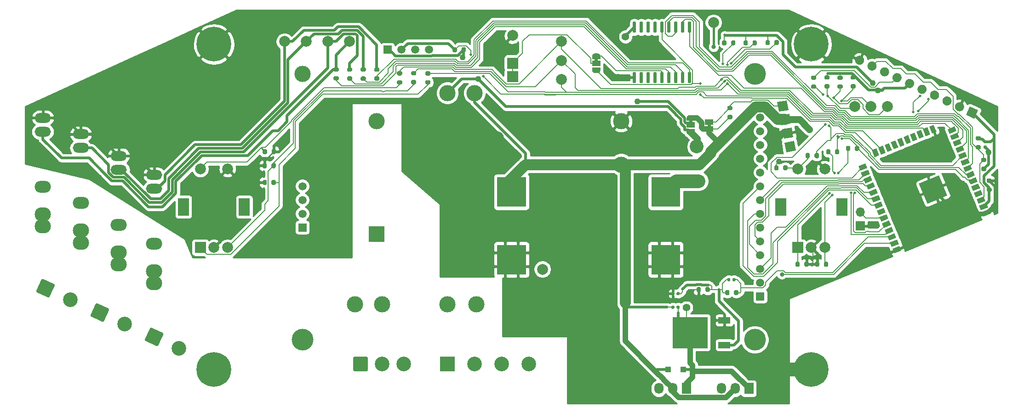
<source format=gbr>
G04 #@! TF.GenerationSoftware,KiCad,Pcbnew,5.1.9-73d0e3b20d~88~ubuntu20.04.1*
G04 #@! TF.CreationDate,2021-07-26T19:08:20+09:00*
G04 #@! TF.ProjectId,ESP32DUALDIAL,45535033-3244-4554-914c-4449414c2e6b,rev?*
G04 #@! TF.SameCoordinates,Original*
G04 #@! TF.FileFunction,Copper,L1,Top*
G04 #@! TF.FilePolarity,Positive*
%FSLAX46Y46*%
G04 Gerber Fmt 4.6, Leading zero omitted, Abs format (unit mm)*
G04 Created by KiCad (PCBNEW 5.1.9-73d0e3b20d~88~ubuntu20.04.1) date 2021-07-26 19:08:20*
%MOMM*%
%LPD*%
G01*
G04 APERTURE LIST*
G04 #@! TA.AperFunction,EtchedComponent*
%ADD10C,0.100000*%
G04 #@! TD*
G04 #@! TA.AperFunction,ComponentPad*
%ADD11R,1.500000X1.500000*%
G04 #@! TD*
G04 #@! TA.AperFunction,ComponentPad*
%ADD12C,1.500000*%
G04 #@! TD*
G04 #@! TA.AperFunction,ComponentPad*
%ADD13C,4.000000*%
G04 #@! TD*
G04 #@! TA.AperFunction,ComponentPad*
%ADD14C,3.000000*%
G04 #@! TD*
G04 #@! TA.AperFunction,ComponentPad*
%ADD15R,2.000000X2.000000*%
G04 #@! TD*
G04 #@! TA.AperFunction,ComponentPad*
%ADD16C,2.000000*%
G04 #@! TD*
G04 #@! TA.AperFunction,SMDPad,CuDef*
%ADD17C,0.100000*%
G04 #@! TD*
G04 #@! TA.AperFunction,ComponentPad*
%ADD18O,3.000000X2.600000*%
G04 #@! TD*
G04 #@! TA.AperFunction,ComponentPad*
%ADD19O,3.000000X2.200000*%
G04 #@! TD*
G04 #@! TA.AperFunction,ComponentPad*
%ADD20O,3.000000X1.800000*%
G04 #@! TD*
G04 #@! TA.AperFunction,ComponentPad*
%ADD21R,3.000000X3.000000*%
G04 #@! TD*
G04 #@! TA.AperFunction,ComponentPad*
%ADD22R,2.000000X3.200000*%
G04 #@! TD*
G04 #@! TA.AperFunction,ComponentPad*
%ADD23C,0.100000*%
G04 #@! TD*
G04 #@! TA.AperFunction,ComponentPad*
%ADD24C,6.400000*%
G04 #@! TD*
G04 #@! TA.AperFunction,SMDPad,CuDef*
%ADD25R,1.500000X1.000000*%
G04 #@! TD*
G04 #@! TA.AperFunction,SMDPad,CuDef*
%ADD26R,1.100000X1.100000*%
G04 #@! TD*
G04 #@! TA.AperFunction,ComponentPad*
%ADD27R,2.700000X2.700000*%
G04 #@! TD*
G04 #@! TA.AperFunction,ComponentPad*
%ADD28C,2.700000*%
G04 #@! TD*
G04 #@! TA.AperFunction,ComponentPad*
%ADD29R,1.730000X2.030000*%
G04 #@! TD*
G04 #@! TA.AperFunction,ComponentPad*
%ADD30O,1.730000X2.030000*%
G04 #@! TD*
G04 #@! TA.AperFunction,ComponentPad*
%ADD31R,1.700000X1.700000*%
G04 #@! TD*
G04 #@! TA.AperFunction,ComponentPad*
%ADD32O,1.700000X1.700000*%
G04 #@! TD*
G04 #@! TA.AperFunction,SMDPad,CuDef*
%ADD33C,2.000000*%
G04 #@! TD*
G04 #@! TA.AperFunction,SMDPad,CuDef*
%ADD34C,3.000000*%
G04 #@! TD*
G04 #@! TA.AperFunction,SMDPad,CuDef*
%ADD35R,2.200000X1.200000*%
G04 #@! TD*
G04 #@! TA.AperFunction,SMDPad,CuDef*
%ADD36R,6.400000X5.800000*%
G04 #@! TD*
G04 #@! TA.AperFunction,ViaPad*
%ADD37C,1.100000*%
G04 #@! TD*
G04 #@! TA.AperFunction,ViaPad*
%ADD38C,2.540000*%
G04 #@! TD*
G04 #@! TA.AperFunction,ViaPad*
%ADD39C,1.399540*%
G04 #@! TD*
G04 #@! TA.AperFunction,ViaPad*
%ADD40C,0.500000*%
G04 #@! TD*
G04 #@! TA.AperFunction,ViaPad*
%ADD41C,0.800000*%
G04 #@! TD*
G04 #@! TA.AperFunction,Conductor*
%ADD42C,0.508000*%
G04 #@! TD*
G04 #@! TA.AperFunction,Conductor*
%ADD43C,2.540000*%
G04 #@! TD*
G04 #@! TA.AperFunction,Conductor*
%ADD44C,0.250000*%
G04 #@! TD*
G04 #@! TA.AperFunction,Conductor*
%ADD45C,0.203200*%
G04 #@! TD*
G04 #@! TA.AperFunction,Conductor*
%ADD46C,1.270000*%
G04 #@! TD*
G04 #@! TA.AperFunction,Conductor*
%ADD47C,2.000000*%
G04 #@! TD*
G04 #@! TA.AperFunction,Conductor*
%ADD48C,1.016000*%
G04 #@! TD*
G04 #@! TA.AperFunction,Conductor*
%ADD49C,0.381000*%
G04 #@! TD*
G04 #@! TA.AperFunction,Conductor*
%ADD50C,0.254000*%
G04 #@! TD*
G04 #@! TA.AperFunction,Conductor*
%ADD51C,0.100000*%
G04 #@! TD*
G04 APERTURE END LIST*
D10*
G36*
X151500000Y-94750000D02*
G01*
X151500000Y-95250000D01*
X150900000Y-95250000D01*
X150900000Y-94750000D01*
X151500000Y-94750000D01*
G37*
G36*
X148100000Y-94000000D02*
G01*
X148100000Y-94500000D01*
X147500000Y-94500000D01*
X147500000Y-94000000D01*
X148100000Y-94000000D01*
G37*
G36*
X130700000Y-82600000D02*
G01*
X130700000Y-83100000D01*
X130100000Y-83100000D01*
X130100000Y-82600000D01*
X130700000Y-82600000D01*
G37*
D11*
X160600000Y-126501000D03*
D12*
X160600000Y-123961000D03*
X160600000Y-121421000D03*
X160600000Y-118881000D03*
X160600000Y-116341000D03*
X160600000Y-113801000D03*
X160600000Y-111261000D03*
X160600000Y-108721000D03*
X160600000Y-106181000D03*
D13*
X159600000Y-134500000D03*
X159600000Y-85500000D03*
X76300000Y-134500000D03*
D14*
X76300000Y-85500000D03*
D12*
X160600000Y-98561000D03*
X160600000Y-101101000D03*
X160600000Y-103641000D03*
X160600000Y-96021000D03*
X160600000Y-93481000D03*
X76300000Y-111261000D03*
D11*
X76300000Y-113801000D03*
D12*
X76300000Y-108721000D03*
X76300000Y-106181000D03*
D15*
X115000000Y-86000000D03*
D16*
X115000000Y-78400000D03*
D15*
X115000000Y-83500000D03*
G04 #@! TA.AperFunction,SMDPad,CuDef*
D17*
G36*
X193513895Y-104180499D02*
G01*
X195044629Y-107876017D01*
X191349111Y-109406751D01*
X189818377Y-105711233D01*
X193513895Y-104180499D01*
G37*
G04 #@! TD.AperFunction*
G04 #@! TA.AperFunction,SMDPad,CuDef*
G36*
X186261219Y-117218432D02*
G01*
X186605634Y-118049923D01*
X185312203Y-118585680D01*
X184967788Y-117754189D01*
X186261219Y-117218432D01*
G37*
G04 #@! TD.AperFunction*
G04 #@! TA.AperFunction,SMDPad,CuDef*
G36*
X185775211Y-116045105D02*
G01*
X186119626Y-116876596D01*
X184826195Y-117412353D01*
X184481780Y-116580862D01*
X185775211Y-116045105D01*
G37*
G04 #@! TD.AperFunction*
G04 #@! TA.AperFunction,SMDPad,CuDef*
G36*
X185289203Y-114871778D02*
G01*
X185633618Y-115703269D01*
X184340187Y-116239026D01*
X183995772Y-115407535D01*
X185289203Y-114871778D01*
G37*
G04 #@! TD.AperFunction*
G04 #@! TA.AperFunction,SMDPad,CuDef*
G36*
X184803195Y-113698451D02*
G01*
X185147610Y-114529942D01*
X183854179Y-115065699D01*
X183509764Y-114234208D01*
X184803195Y-113698451D01*
G37*
G04 #@! TD.AperFunction*
G04 #@! TA.AperFunction,SMDPad,CuDef*
G36*
X184317187Y-112525124D02*
G01*
X184661602Y-113356615D01*
X183368171Y-113892372D01*
X183023756Y-113060881D01*
X184317187Y-112525124D01*
G37*
G04 #@! TD.AperFunction*
G04 #@! TA.AperFunction,SMDPad,CuDef*
G36*
X183831179Y-111351797D02*
G01*
X184175594Y-112183288D01*
X182882163Y-112719045D01*
X182537748Y-111887554D01*
X183831179Y-111351797D01*
G37*
G04 #@! TD.AperFunction*
G04 #@! TA.AperFunction,SMDPad,CuDef*
G36*
X183345171Y-110178470D02*
G01*
X183689586Y-111009961D01*
X182396155Y-111545718D01*
X182051740Y-110714227D01*
X183345171Y-110178470D01*
G37*
G04 #@! TD.AperFunction*
G04 #@! TA.AperFunction,SMDPad,CuDef*
G36*
X182859163Y-109005143D02*
G01*
X183203578Y-109836634D01*
X181910147Y-110372391D01*
X181565732Y-109540900D01*
X182859163Y-109005143D01*
G37*
G04 #@! TD.AperFunction*
G04 #@! TA.AperFunction,SMDPad,CuDef*
G36*
X182373155Y-107831816D02*
G01*
X182717570Y-108663307D01*
X181424139Y-109199064D01*
X181079724Y-108367573D01*
X182373155Y-107831816D01*
G37*
G04 #@! TD.AperFunction*
G04 #@! TA.AperFunction,SMDPad,CuDef*
G36*
X181887147Y-106658489D02*
G01*
X182231562Y-107489980D01*
X180938131Y-108025737D01*
X180593716Y-107194246D01*
X181887147Y-106658489D01*
G37*
G04 #@! TD.AperFunction*
G04 #@! TA.AperFunction,SMDPad,CuDef*
G36*
X181401139Y-105485162D02*
G01*
X181745554Y-106316653D01*
X180452123Y-106852410D01*
X180107708Y-106020919D01*
X181401139Y-105485162D01*
G37*
G04 #@! TD.AperFunction*
G04 #@! TA.AperFunction,SMDPad,CuDef*
G36*
X180915131Y-104311835D02*
G01*
X181259546Y-105143326D01*
X179966115Y-105679083D01*
X179621700Y-104847592D01*
X180915131Y-104311835D01*
G37*
G04 #@! TD.AperFunction*
G04 #@! TA.AperFunction,SMDPad,CuDef*
G36*
X180429123Y-103138508D02*
G01*
X180773538Y-103969999D01*
X179480107Y-104505756D01*
X179135692Y-103674265D01*
X180429123Y-103138508D01*
G37*
G04 #@! TD.AperFunction*
G04 #@! TA.AperFunction,SMDPad,CuDef*
G36*
X179943115Y-101965181D02*
G01*
X180287530Y-102796672D01*
X178994099Y-103332429D01*
X178649684Y-102500938D01*
X179943115Y-101965181D01*
G37*
G04 #@! TD.AperFunction*
G04 #@! TA.AperFunction,SMDPad,CuDef*
G36*
X181135091Y-99551284D02*
G01*
X181966582Y-99206869D01*
X182502339Y-100500300D01*
X181670848Y-100844715D01*
X181135091Y-99551284D01*
G37*
G04 #@! TD.AperFunction*
G04 #@! TA.AperFunction,SMDPad,CuDef*
G36*
X182308418Y-99065276D02*
G01*
X183139909Y-98720861D01*
X183675666Y-100014292D01*
X182844175Y-100358707D01*
X182308418Y-99065276D01*
G37*
G04 #@! TD.AperFunction*
G04 #@! TA.AperFunction,SMDPad,CuDef*
G36*
X183481745Y-98579268D02*
G01*
X184313236Y-98234853D01*
X184848993Y-99528284D01*
X184017502Y-99872699D01*
X183481745Y-98579268D01*
G37*
G04 #@! TD.AperFunction*
G04 #@! TA.AperFunction,SMDPad,CuDef*
G36*
X184655072Y-98093260D02*
G01*
X185486563Y-97748845D01*
X186022320Y-99042276D01*
X185190829Y-99386691D01*
X184655072Y-98093260D01*
G37*
G04 #@! TD.AperFunction*
G04 #@! TA.AperFunction,SMDPad,CuDef*
G36*
X185828399Y-97607252D02*
G01*
X186659890Y-97262837D01*
X187195647Y-98556268D01*
X186364156Y-98900683D01*
X185828399Y-97607252D01*
G37*
G04 #@! TD.AperFunction*
G04 #@! TA.AperFunction,SMDPad,CuDef*
G36*
X187001726Y-97121245D02*
G01*
X187833217Y-96776830D01*
X188368974Y-98070261D01*
X187537483Y-98414676D01*
X187001726Y-97121245D01*
G37*
G04 #@! TD.AperFunction*
G04 #@! TA.AperFunction,SMDPad,CuDef*
G36*
X188175053Y-96635237D02*
G01*
X189006544Y-96290822D01*
X189542301Y-97584253D01*
X188710810Y-97928668D01*
X188175053Y-96635237D01*
G37*
G04 #@! TD.AperFunction*
G04 #@! TA.AperFunction,SMDPad,CuDef*
G36*
X189348380Y-96149229D02*
G01*
X190179871Y-95804814D01*
X190715628Y-97098245D01*
X189884137Y-97442660D01*
X189348380Y-96149229D01*
G37*
G04 #@! TD.AperFunction*
G04 #@! TA.AperFunction,SMDPad,CuDef*
G36*
X190521708Y-95663221D02*
G01*
X191353199Y-95318806D01*
X191888956Y-96612237D01*
X191057465Y-96956652D01*
X190521708Y-95663221D01*
G37*
G04 #@! TD.AperFunction*
G04 #@! TA.AperFunction,SMDPad,CuDef*
G36*
X191695035Y-95177213D02*
G01*
X192526526Y-94832798D01*
X193062283Y-96126229D01*
X192230792Y-96470644D01*
X191695035Y-95177213D01*
G37*
G04 #@! TD.AperFunction*
G04 #@! TA.AperFunction,SMDPad,CuDef*
G36*
X196369694Y-95161069D02*
G01*
X196714109Y-95992560D01*
X195420678Y-96528317D01*
X195076263Y-95696826D01*
X196369694Y-95161069D01*
G37*
G04 #@! TD.AperFunction*
G04 #@! TA.AperFunction,SMDPad,CuDef*
G36*
X196855702Y-96334396D02*
G01*
X197200117Y-97165887D01*
X195906686Y-97701644D01*
X195562271Y-96870153D01*
X196855702Y-96334396D01*
G37*
G04 #@! TD.AperFunction*
G04 #@! TA.AperFunction,SMDPad,CuDef*
G36*
X197341709Y-97507723D02*
G01*
X197686124Y-98339214D01*
X196392693Y-98874971D01*
X196048278Y-98043480D01*
X197341709Y-97507723D01*
G37*
G04 #@! TD.AperFunction*
G04 #@! TA.AperFunction,SMDPad,CuDef*
G36*
X197827717Y-98681050D02*
G01*
X198172132Y-99512541D01*
X196878701Y-100048298D01*
X196534286Y-99216807D01*
X197827717Y-98681050D01*
G37*
G04 #@! TD.AperFunction*
G04 #@! TA.AperFunction,SMDPad,CuDef*
G36*
X198313725Y-99854377D02*
G01*
X198658140Y-100685868D01*
X197364709Y-101221625D01*
X197020294Y-100390134D01*
X198313725Y-99854377D01*
G37*
G04 #@! TD.AperFunction*
G04 #@! TA.AperFunction,SMDPad,CuDef*
G36*
X198799733Y-101027704D02*
G01*
X199144148Y-101859195D01*
X197850717Y-102394952D01*
X197506302Y-101563461D01*
X198799733Y-101027704D01*
G37*
G04 #@! TD.AperFunction*
G04 #@! TA.AperFunction,SMDPad,CuDef*
G36*
X199285741Y-102201031D02*
G01*
X199630156Y-103032522D01*
X198336725Y-103568279D01*
X197992310Y-102736788D01*
X199285741Y-102201031D01*
G37*
G04 #@! TD.AperFunction*
G04 #@! TA.AperFunction,SMDPad,CuDef*
G36*
X199771749Y-103374358D02*
G01*
X200116164Y-104205849D01*
X198822733Y-104741606D01*
X198478318Y-103910115D01*
X199771749Y-103374358D01*
G37*
G04 #@! TD.AperFunction*
G04 #@! TA.AperFunction,SMDPad,CuDef*
G36*
X200257757Y-104547685D02*
G01*
X200602172Y-105379176D01*
X199308741Y-105914933D01*
X198964326Y-105083442D01*
X200257757Y-104547685D01*
G37*
G04 #@! TD.AperFunction*
G04 #@! TA.AperFunction,SMDPad,CuDef*
G36*
X200743765Y-105721012D02*
G01*
X201088180Y-106552503D01*
X199794749Y-107088260D01*
X199450334Y-106256769D01*
X200743765Y-105721012D01*
G37*
G04 #@! TD.AperFunction*
G04 #@! TA.AperFunction,SMDPad,CuDef*
G36*
X201229773Y-106894339D02*
G01*
X201574188Y-107725830D01*
X200280757Y-108261587D01*
X199936342Y-107430096D01*
X201229773Y-106894339D01*
G37*
G04 #@! TD.AperFunction*
G04 #@! TA.AperFunction,SMDPad,CuDef*
G36*
X201715781Y-108067666D02*
G01*
X202060196Y-108899157D01*
X200766765Y-109434914D01*
X200422350Y-108603423D01*
X201715781Y-108067666D01*
G37*
G04 #@! TD.AperFunction*
G04 #@! TA.AperFunction,SMDPad,CuDef*
G36*
X202201789Y-109240993D02*
G01*
X202546204Y-110072484D01*
X201252773Y-110608241D01*
X200908358Y-109776750D01*
X202201789Y-109240993D01*
G37*
G04 #@! TD.AperFunction*
G04 #@! TA.AperFunction,SMDPad,CuDef*
G36*
X202687797Y-110414320D02*
G01*
X203032212Y-111245811D01*
X201738781Y-111781568D01*
X201394366Y-110950077D01*
X202687797Y-110414320D01*
G37*
G04 #@! TD.AperFunction*
D18*
X49000000Y-121880000D03*
D19*
X49000000Y-116800000D03*
D20*
X49000000Y-106640000D03*
X49000000Y-104100000D03*
D18*
X49000000Y-124100000D03*
X42500000Y-118380000D03*
D19*
X42500000Y-113300000D03*
D20*
X42500000Y-103140000D03*
X42500000Y-100600000D03*
D18*
X42500000Y-120600000D03*
X35500000Y-114380000D03*
D19*
X35500000Y-109300000D03*
D20*
X35500000Y-99140000D03*
X35500000Y-96600000D03*
D18*
X35500000Y-116600000D03*
X28500000Y-113600000D03*
D20*
X28500000Y-93600000D03*
X28500000Y-96140000D03*
D19*
X28500000Y-106300000D03*
D18*
X28500000Y-111380000D03*
G04 #@! TA.AperFunction,SMDPad,CuDef*
G36*
G01*
X201475000Y-102600000D02*
X202025000Y-102600000D01*
G75*
G02*
X202225000Y-102800000I0J-200000D01*
G01*
X202225000Y-103200000D01*
G75*
G02*
X202025000Y-103400000I-200000J0D01*
G01*
X201475000Y-103400000D01*
G75*
G02*
X201275000Y-103200000I0J200000D01*
G01*
X201275000Y-102800000D01*
G75*
G02*
X201475000Y-102600000I200000J0D01*
G01*
G37*
G04 #@! TD.AperFunction*
G04 #@! TA.AperFunction,SMDPad,CuDef*
G36*
G01*
X201475000Y-100950000D02*
X202025000Y-100950000D01*
G75*
G02*
X202225000Y-101150000I0J-200000D01*
G01*
X202225000Y-101550000D01*
G75*
G02*
X202025000Y-101750000I-200000J0D01*
G01*
X201475000Y-101750000D01*
G75*
G02*
X201275000Y-101550000I0J200000D01*
G01*
X201275000Y-101150000D01*
G75*
G02*
X201475000Y-100950000I200000J0D01*
G01*
G37*
G04 #@! TD.AperFunction*
G04 #@! TA.AperFunction,SMDPad,CuDef*
G36*
G01*
X203025000Y-107225000D02*
X202475000Y-107225000D01*
G75*
G02*
X202275000Y-107025000I0J200000D01*
G01*
X202275000Y-106625000D01*
G75*
G02*
X202475000Y-106425000I200000J0D01*
G01*
X203025000Y-106425000D01*
G75*
G02*
X203225000Y-106625000I0J-200000D01*
G01*
X203225000Y-107025000D01*
G75*
G02*
X203025000Y-107225000I-200000J0D01*
G01*
G37*
G04 #@! TD.AperFunction*
G04 #@! TA.AperFunction,SMDPad,CuDef*
G36*
G01*
X203025000Y-105575000D02*
X202475000Y-105575000D01*
G75*
G02*
X202275000Y-105375000I0J200000D01*
G01*
X202275000Y-104975000D01*
G75*
G02*
X202475000Y-104775000I200000J0D01*
G01*
X203025000Y-104775000D01*
G75*
G02*
X203225000Y-104975000I0J-200000D01*
G01*
X203225000Y-105375000D01*
G75*
G02*
X203025000Y-105575000I-200000J0D01*
G01*
G37*
G04 #@! TD.AperFunction*
G04 #@! TA.AperFunction,SMDPad,CuDef*
G36*
G01*
X201830000Y-98680000D02*
X202170000Y-98680000D01*
G75*
G02*
X202310000Y-98820000I0J-140000D01*
G01*
X202310000Y-99100000D01*
G75*
G02*
X202170000Y-99240000I-140000J0D01*
G01*
X201830000Y-99240000D01*
G75*
G02*
X201690000Y-99100000I0J140000D01*
G01*
X201690000Y-98820000D01*
G75*
G02*
X201830000Y-98680000I140000J0D01*
G01*
G37*
G04 #@! TD.AperFunction*
G04 #@! TA.AperFunction,SMDPad,CuDef*
G36*
G01*
X201830000Y-97720000D02*
X202170000Y-97720000D01*
G75*
G02*
X202310000Y-97860000I0J-140000D01*
G01*
X202310000Y-98140000D01*
G75*
G02*
X202170000Y-98280000I-140000J0D01*
G01*
X201830000Y-98280000D01*
G75*
G02*
X201690000Y-98140000I0J140000D01*
G01*
X201690000Y-97860000D01*
G75*
G02*
X201830000Y-97720000I140000J0D01*
G01*
G37*
G04 #@! TD.AperFunction*
G04 #@! TA.AperFunction,SMDPad,CuDef*
G36*
G01*
X154544000Y-123590000D02*
X154544000Y-123250000D01*
G75*
G02*
X154684000Y-123110000I140000J0D01*
G01*
X154964000Y-123110000D01*
G75*
G02*
X155104000Y-123250000I0J-140000D01*
G01*
X155104000Y-123590000D01*
G75*
G02*
X154964000Y-123730000I-140000J0D01*
G01*
X154684000Y-123730000D01*
G75*
G02*
X154544000Y-123590000I0J140000D01*
G01*
G37*
G04 #@! TD.AperFunction*
G04 #@! TA.AperFunction,SMDPad,CuDef*
G36*
G01*
X155504000Y-123590000D02*
X155504000Y-123250000D01*
G75*
G02*
X155644000Y-123110000I140000J0D01*
G01*
X155924000Y-123110000D01*
G75*
G02*
X156064000Y-123250000I0J-140000D01*
G01*
X156064000Y-123590000D01*
G75*
G02*
X155924000Y-123730000I-140000J0D01*
G01*
X155644000Y-123730000D01*
G75*
G02*
X155504000Y-123590000I0J140000D01*
G01*
G37*
G04 #@! TD.AperFunction*
D14*
X135000000Y-94200000D03*
X90000000Y-94200000D03*
X135000000Y-102200000D03*
D21*
X90000000Y-115000000D03*
G04 #@! TA.AperFunction,SMDPad,CuDef*
G36*
G01*
X106400000Y-80725000D02*
X106400000Y-81275000D01*
G75*
G02*
X106200000Y-81475000I-200000J0D01*
G01*
X105800000Y-81475000D01*
G75*
G02*
X105600000Y-81275000I0J200000D01*
G01*
X105600000Y-80725000D01*
G75*
G02*
X105800000Y-80525000I200000J0D01*
G01*
X106200000Y-80525000D01*
G75*
G02*
X106400000Y-80725000I0J-200000D01*
G01*
G37*
G04 #@! TD.AperFunction*
G04 #@! TA.AperFunction,SMDPad,CuDef*
G36*
G01*
X104750000Y-80725000D02*
X104750000Y-81275000D01*
G75*
G02*
X104550000Y-81475000I-200000J0D01*
G01*
X104150000Y-81475000D01*
G75*
G02*
X103950000Y-81275000I0J200000D01*
G01*
X103950000Y-80725000D01*
G75*
G02*
X104150000Y-80525000I200000J0D01*
G01*
X104550000Y-80525000D01*
G75*
G02*
X104750000Y-80725000I0J-200000D01*
G01*
G37*
G04 #@! TD.AperFunction*
G04 #@! TA.AperFunction,SMDPad,CuDef*
G36*
G01*
X200475000Y-98600000D02*
X201025000Y-98600000D01*
G75*
G02*
X201225000Y-98800000I0J-200000D01*
G01*
X201225000Y-99200000D01*
G75*
G02*
X201025000Y-99400000I-200000J0D01*
G01*
X200475000Y-99400000D01*
G75*
G02*
X200275000Y-99200000I0J200000D01*
G01*
X200275000Y-98800000D01*
G75*
G02*
X200475000Y-98600000I200000J0D01*
G01*
G37*
G04 #@! TD.AperFunction*
G04 #@! TA.AperFunction,SMDPad,CuDef*
G36*
G01*
X200475000Y-96950000D02*
X201025000Y-96950000D01*
G75*
G02*
X201225000Y-97150000I0J-200000D01*
G01*
X201225000Y-97550000D01*
G75*
G02*
X201025000Y-97750000I-200000J0D01*
G01*
X200475000Y-97750000D01*
G75*
G02*
X200275000Y-97550000I0J200000D01*
G01*
X200275000Y-97150000D01*
G75*
G02*
X200475000Y-96950000I200000J0D01*
G01*
G37*
G04 #@! TD.AperFunction*
G04 #@! TA.AperFunction,SMDPad,CuDef*
G36*
G01*
X170725000Y-88225000D02*
X170175000Y-88225000D01*
G75*
G02*
X169975000Y-88025000I0J200000D01*
G01*
X169975000Y-87625000D01*
G75*
G02*
X170175000Y-87425000I200000J0D01*
G01*
X170725000Y-87425000D01*
G75*
G02*
X170925000Y-87625000I0J-200000D01*
G01*
X170925000Y-88025000D01*
G75*
G02*
X170725000Y-88225000I-200000J0D01*
G01*
G37*
G04 #@! TD.AperFunction*
G04 #@! TA.AperFunction,SMDPad,CuDef*
G36*
G01*
X170725000Y-86575000D02*
X170175000Y-86575000D01*
G75*
G02*
X169975000Y-86375000I0J200000D01*
G01*
X169975000Y-85975000D01*
G75*
G02*
X170175000Y-85775000I200000J0D01*
G01*
X170725000Y-85775000D01*
G75*
G02*
X170925000Y-85975000I0J-200000D01*
G01*
X170925000Y-86375000D01*
G75*
G02*
X170725000Y-86575000I-200000J0D01*
G01*
G37*
G04 #@! TD.AperFunction*
G04 #@! TA.AperFunction,SMDPad,CuDef*
G36*
G01*
X89725000Y-84275000D02*
X90275000Y-84275000D01*
G75*
G02*
X90475000Y-84475000I0J-200000D01*
G01*
X90475000Y-84875000D01*
G75*
G02*
X90275000Y-85075000I-200000J0D01*
G01*
X89725000Y-85075000D01*
G75*
G02*
X89525000Y-84875000I0J200000D01*
G01*
X89525000Y-84475000D01*
G75*
G02*
X89725000Y-84275000I200000J0D01*
G01*
G37*
G04 #@! TD.AperFunction*
G04 #@! TA.AperFunction,SMDPad,CuDef*
G36*
G01*
X89725000Y-85925000D02*
X90275000Y-85925000D01*
G75*
G02*
X90475000Y-86125000I0J-200000D01*
G01*
X90475000Y-86525000D01*
G75*
G02*
X90275000Y-86725000I-200000J0D01*
G01*
X89725000Y-86725000D01*
G75*
G02*
X89525000Y-86525000I0J200000D01*
G01*
X89525000Y-86125000D01*
G75*
G02*
X89725000Y-85925000I200000J0D01*
G01*
G37*
G04 #@! TD.AperFunction*
G04 #@! TA.AperFunction,SMDPad,CuDef*
G36*
G01*
X87225000Y-85925000D02*
X87775000Y-85925000D01*
G75*
G02*
X87975000Y-86125000I0J-200000D01*
G01*
X87975000Y-86525000D01*
G75*
G02*
X87775000Y-86725000I-200000J0D01*
G01*
X87225000Y-86725000D01*
G75*
G02*
X87025000Y-86525000I0J200000D01*
G01*
X87025000Y-86125000D01*
G75*
G02*
X87225000Y-85925000I200000J0D01*
G01*
G37*
G04 #@! TD.AperFunction*
G04 #@! TA.AperFunction,SMDPad,CuDef*
G36*
G01*
X87225000Y-84275000D02*
X87775000Y-84275000D01*
G75*
G02*
X87975000Y-84475000I0J-200000D01*
G01*
X87975000Y-84875000D01*
G75*
G02*
X87775000Y-85075000I-200000J0D01*
G01*
X87225000Y-85075000D01*
G75*
G02*
X87025000Y-84875000I0J200000D01*
G01*
X87025000Y-84475000D01*
G75*
G02*
X87225000Y-84275000I200000J0D01*
G01*
G37*
G04 #@! TD.AperFunction*
G04 #@! TA.AperFunction,SMDPad,CuDef*
G36*
G01*
X84725000Y-84275000D02*
X85275000Y-84275000D01*
G75*
G02*
X85475000Y-84475000I0J-200000D01*
G01*
X85475000Y-84875000D01*
G75*
G02*
X85275000Y-85075000I-200000J0D01*
G01*
X84725000Y-85075000D01*
G75*
G02*
X84525000Y-84875000I0J200000D01*
G01*
X84525000Y-84475000D01*
G75*
G02*
X84725000Y-84275000I200000J0D01*
G01*
G37*
G04 #@! TD.AperFunction*
G04 #@! TA.AperFunction,SMDPad,CuDef*
G36*
G01*
X84725000Y-85925000D02*
X85275000Y-85925000D01*
G75*
G02*
X85475000Y-86125000I0J-200000D01*
G01*
X85475000Y-86525000D01*
G75*
G02*
X85275000Y-86725000I-200000J0D01*
G01*
X84725000Y-86725000D01*
G75*
G02*
X84525000Y-86525000I0J200000D01*
G01*
X84525000Y-86125000D01*
G75*
G02*
X84725000Y-85925000I200000J0D01*
G01*
G37*
G04 #@! TD.AperFunction*
G04 #@! TA.AperFunction,SMDPad,CuDef*
G36*
G01*
X82225000Y-85900000D02*
X82775000Y-85900000D01*
G75*
G02*
X82975000Y-86100000I0J-200000D01*
G01*
X82975000Y-86500000D01*
G75*
G02*
X82775000Y-86700000I-200000J0D01*
G01*
X82225000Y-86700000D01*
G75*
G02*
X82025000Y-86500000I0J200000D01*
G01*
X82025000Y-86100000D01*
G75*
G02*
X82225000Y-85900000I200000J0D01*
G01*
G37*
G04 #@! TD.AperFunction*
G04 #@! TA.AperFunction,SMDPad,CuDef*
G36*
G01*
X82225000Y-84250000D02*
X82775000Y-84250000D01*
G75*
G02*
X82975000Y-84450000I0J-200000D01*
G01*
X82975000Y-84850000D01*
G75*
G02*
X82775000Y-85050000I-200000J0D01*
G01*
X82225000Y-85050000D01*
G75*
G02*
X82025000Y-84850000I0J200000D01*
G01*
X82025000Y-84450000D01*
G75*
G02*
X82225000Y-84250000I200000J0D01*
G01*
G37*
G04 #@! TD.AperFunction*
G04 #@! TA.AperFunction,SMDPad,CuDef*
G36*
G01*
X154134000Y-126095000D02*
X154134000Y-125545000D01*
G75*
G02*
X154334000Y-125345000I200000J0D01*
G01*
X154734000Y-125345000D01*
G75*
G02*
X154934000Y-125545000I0J-200000D01*
G01*
X154934000Y-126095000D01*
G75*
G02*
X154734000Y-126295000I-200000J0D01*
G01*
X154334000Y-126295000D01*
G75*
G02*
X154134000Y-126095000I0J200000D01*
G01*
G37*
G04 #@! TD.AperFunction*
G04 #@! TA.AperFunction,SMDPad,CuDef*
G36*
G01*
X155784000Y-126095000D02*
X155784000Y-125545000D01*
G75*
G02*
X155984000Y-125345000I200000J0D01*
G01*
X156384000Y-125345000D01*
G75*
G02*
X156584000Y-125545000I0J-200000D01*
G01*
X156584000Y-126095000D01*
G75*
G02*
X156384000Y-126295000I-200000J0D01*
G01*
X155984000Y-126295000D01*
G75*
G02*
X155784000Y-126095000I0J200000D01*
G01*
G37*
G04 #@! TD.AperFunction*
G04 #@! TA.AperFunction,SMDPad,CuDef*
G36*
G01*
X148850000Y-125525000D02*
X148850000Y-124975000D01*
G75*
G02*
X149050000Y-124775000I200000J0D01*
G01*
X149450000Y-124775000D01*
G75*
G02*
X149650000Y-124975000I0J-200000D01*
G01*
X149650000Y-125525000D01*
G75*
G02*
X149450000Y-125725000I-200000J0D01*
G01*
X149050000Y-125725000D01*
G75*
G02*
X148850000Y-125525000I0J200000D01*
G01*
G37*
G04 #@! TD.AperFunction*
G04 #@! TA.AperFunction,SMDPad,CuDef*
G36*
G01*
X150500000Y-125525000D02*
X150500000Y-124975000D01*
G75*
G02*
X150700000Y-124775000I200000J0D01*
G01*
X151100000Y-124775000D01*
G75*
G02*
X151300000Y-124975000I0J-200000D01*
G01*
X151300000Y-125525000D01*
G75*
G02*
X151100000Y-125725000I-200000J0D01*
G01*
X150700000Y-125725000D01*
G75*
G02*
X150500000Y-125525000I0J200000D01*
G01*
G37*
G04 #@! TD.AperFunction*
D16*
X172500000Y-103000000D03*
X167500000Y-103000000D03*
D22*
X175600000Y-110000000D03*
X164400000Y-110000000D03*
D16*
X172500000Y-117500000D03*
X170000000Y-117500000D03*
D15*
X167500000Y-117500000D03*
X57500000Y-117500000D03*
D16*
X60000000Y-117500000D03*
X62500000Y-117500000D03*
D22*
X54400000Y-110000000D03*
X65600000Y-110000000D03*
D16*
X57500000Y-103000000D03*
X62500000Y-103000000D03*
D11*
X92000000Y-81000000D03*
D12*
X94540000Y-81000000D03*
X97080000Y-81000000D03*
X99620000Y-81000000D03*
G04 #@! TA.AperFunction,ComponentPad*
G36*
G01*
X178526622Y-83721852D02*
X178526622Y-83721852D01*
G75*
G02*
X178115486Y-82592264I359226J770362D01*
G01*
X178115486Y-82592264D01*
G75*
G02*
X179245074Y-82181128I770362J-359226D01*
G01*
X179245074Y-82181128D01*
G75*
G02*
X179656210Y-83310716I-359226J-770362D01*
G01*
X179656210Y-83310716D01*
G75*
G02*
X178526622Y-83721852I-770362J359226D01*
G01*
G37*
G04 #@! TD.AperFunction*
G04 #@! TA.AperFunction,ComponentPad*
G36*
G01*
X180828644Y-84795302D02*
X180828644Y-84795302D01*
G75*
G02*
X180417508Y-83665714I359226J770362D01*
G01*
X180417508Y-83665714D01*
G75*
G02*
X181547096Y-83254578I770362J-359226D01*
G01*
X181547096Y-83254578D01*
G75*
G02*
X181958232Y-84384166I-359226J-770362D01*
G01*
X181958232Y-84384166D01*
G75*
G02*
X180828644Y-84795302I-770362J359226D01*
G01*
G37*
G04 #@! TD.AperFunction*
G04 #@! TA.AperFunction,ComponentPad*
G36*
G01*
X183130666Y-85868752D02*
X183130666Y-85868752D01*
G75*
G02*
X182719530Y-84739164I359226J770362D01*
G01*
X182719530Y-84739164D01*
G75*
G02*
X183849118Y-84328028I770362J-359226D01*
G01*
X183849118Y-84328028D01*
G75*
G02*
X184260254Y-85457616I-359226J-770362D01*
G01*
X184260254Y-85457616D01*
G75*
G02*
X183130666Y-85868752I-770362J359226D01*
G01*
G37*
G04 #@! TD.AperFunction*
G04 #@! TA.AperFunction,ComponentPad*
G36*
G01*
X185432687Y-86942203D02*
X185432687Y-86942203D01*
G75*
G02*
X185021551Y-85812615I359226J770362D01*
G01*
X185021551Y-85812615D01*
G75*
G02*
X186151139Y-85401479I770362J-359226D01*
G01*
X186151139Y-85401479D01*
G75*
G02*
X186562275Y-86531067I-359226J-770362D01*
G01*
X186562275Y-86531067D01*
G75*
G02*
X185432687Y-86942203I-770362J359226D01*
G01*
G37*
G04 #@! TD.AperFunction*
G04 #@! TA.AperFunction,ComponentPad*
G36*
G01*
X187734709Y-88015653D02*
X187734709Y-88015653D01*
G75*
G02*
X187323573Y-86886065I359226J770362D01*
G01*
X187323573Y-86886065D01*
G75*
G02*
X188453161Y-86474929I770362J-359226D01*
G01*
X188453161Y-86474929D01*
G75*
G02*
X188864297Y-87604517I-359226J-770362D01*
G01*
X188864297Y-87604517D01*
G75*
G02*
X187734709Y-88015653I-770362J359226D01*
G01*
G37*
G04 #@! TD.AperFunction*
G04 #@! TA.AperFunction,ComponentPad*
G36*
G01*
X190036731Y-89089103D02*
X190036731Y-89089103D01*
G75*
G02*
X189625595Y-87959515I359226J770362D01*
G01*
X189625595Y-87959515D01*
G75*
G02*
X190755183Y-87548379I770362J-359226D01*
G01*
X190755183Y-87548379D01*
G75*
G02*
X191166319Y-88677967I-359226J-770362D01*
G01*
X191166319Y-88677967D01*
G75*
G02*
X190036731Y-89089103I-770362J359226D01*
G01*
G37*
G04 #@! TD.AperFunction*
G04 #@! TA.AperFunction,ComponentPad*
G36*
G01*
X192338753Y-90162554D02*
X192338753Y-90162554D01*
G75*
G02*
X191927617Y-89032966I359226J770362D01*
G01*
X191927617Y-89032966D01*
G75*
G02*
X193057205Y-88621830I770362J-359226D01*
G01*
X193057205Y-88621830D01*
G75*
G02*
X193468341Y-89751418I-359226J-770362D01*
G01*
X193468341Y-89751418D01*
G75*
G02*
X192338753Y-90162554I-770362J359226D01*
G01*
G37*
G04 #@! TD.AperFunction*
G04 #@! TA.AperFunction,ComponentPad*
G36*
G01*
X194640774Y-91236004D02*
X194640774Y-91236004D01*
G75*
G02*
X194229638Y-90106416I359226J770362D01*
G01*
X194229638Y-90106416D01*
G75*
G02*
X195359226Y-89695280I770362J-359226D01*
G01*
X195359226Y-89695280D01*
G75*
G02*
X195770362Y-90824868I-359226J-770362D01*
G01*
X195770362Y-90824868D01*
G75*
G02*
X194640774Y-91236004I-770362J359226D01*
G01*
G37*
G04 #@! TD.AperFunction*
G04 #@! TA.AperFunction,ComponentPad*
G36*
G01*
X196942796Y-92309455D02*
X196942796Y-92309455D01*
G75*
G02*
X196531660Y-91179867I359226J770362D01*
G01*
X196531660Y-91179867D01*
G75*
G02*
X197661248Y-90768731I770362J-359226D01*
G01*
X197661248Y-90768731D01*
G75*
G02*
X198072384Y-91898319I-359226J-770362D01*
G01*
X198072384Y-91898319D01*
G75*
G02*
X196942796Y-92309455I-770362J359226D01*
G01*
G37*
G04 #@! TD.AperFunction*
G04 #@! TA.AperFunction,ComponentPad*
D23*
G36*
X200015180Y-93742130D02*
G01*
X198474457Y-93023679D01*
X199192908Y-91482956D01*
X200733631Y-92201407D01*
X200015180Y-93742130D01*
G37*
G04 #@! TD.AperFunction*
D24*
X60000000Y-140000000D03*
X170000000Y-80000000D03*
X170000000Y-140000000D03*
X60000000Y-80000000D03*
D25*
X151200000Y-94350000D03*
X151200000Y-95650000D03*
G04 #@! TA.AperFunction,SMDPad,CuDef*
D17*
G36*
X148549398Y-96200000D02*
G01*
X148549398Y-96224534D01*
X148544588Y-96273365D01*
X148535016Y-96321490D01*
X148520772Y-96368445D01*
X148501995Y-96413778D01*
X148478864Y-96457051D01*
X148451604Y-96497850D01*
X148420476Y-96535779D01*
X148385779Y-96570476D01*
X148347850Y-96601604D01*
X148307051Y-96628864D01*
X148263778Y-96651995D01*
X148218445Y-96670772D01*
X148171490Y-96685016D01*
X148123365Y-96694588D01*
X148074534Y-96699398D01*
X148050000Y-96699398D01*
X148050000Y-96700000D01*
X147550000Y-96700000D01*
X147550000Y-96699398D01*
X147525466Y-96699398D01*
X147476635Y-96694588D01*
X147428510Y-96685016D01*
X147381555Y-96670772D01*
X147336222Y-96651995D01*
X147292949Y-96628864D01*
X147252150Y-96601604D01*
X147214221Y-96570476D01*
X147179524Y-96535779D01*
X147148396Y-96497850D01*
X147121136Y-96457051D01*
X147098005Y-96413778D01*
X147079228Y-96368445D01*
X147064984Y-96321490D01*
X147055412Y-96273365D01*
X147050602Y-96224534D01*
X147050602Y-96200000D01*
X147050000Y-96200000D01*
X147050000Y-95650000D01*
X148550000Y-95650000D01*
X148550000Y-96200000D01*
X148549398Y-96200000D01*
G37*
G04 #@! TD.AperFunction*
D25*
X147800000Y-94900000D03*
G04 #@! TA.AperFunction,SMDPad,CuDef*
D17*
G36*
X147050000Y-94150000D02*
G01*
X147050000Y-93600000D01*
X147050602Y-93600000D01*
X147050602Y-93575466D01*
X147055412Y-93526635D01*
X147064984Y-93478510D01*
X147079228Y-93431555D01*
X147098005Y-93386222D01*
X147121136Y-93342949D01*
X147148396Y-93302150D01*
X147179524Y-93264221D01*
X147214221Y-93229524D01*
X147252150Y-93198396D01*
X147292949Y-93171136D01*
X147336222Y-93148005D01*
X147381555Y-93129228D01*
X147428510Y-93114984D01*
X147476635Y-93105412D01*
X147525466Y-93100602D01*
X147550000Y-93100602D01*
X147550000Y-93100000D01*
X148050000Y-93100000D01*
X148050000Y-93100602D01*
X148074534Y-93100602D01*
X148123365Y-93105412D01*
X148171490Y-93114984D01*
X148218445Y-93129228D01*
X148263778Y-93148005D01*
X148307051Y-93171136D01*
X148347850Y-93198396D01*
X148385779Y-93229524D01*
X148420476Y-93264221D01*
X148451604Y-93302150D01*
X148478864Y-93342949D01*
X148501995Y-93386222D01*
X148520772Y-93431555D01*
X148535016Y-93478510D01*
X148544588Y-93526635D01*
X148549398Y-93575466D01*
X148549398Y-93600000D01*
X148550000Y-93600000D01*
X148550000Y-94150000D01*
X147050000Y-94150000D01*
G37*
G04 #@! TD.AperFunction*
G04 #@! TA.AperFunction,SMDPad,CuDef*
G36*
G01*
X155275000Y-93825000D02*
X154725000Y-93825000D01*
G75*
G02*
X154525000Y-93625000I0J200000D01*
G01*
X154525000Y-93225000D01*
G75*
G02*
X154725000Y-93025000I200000J0D01*
G01*
X155275000Y-93025000D01*
G75*
G02*
X155475000Y-93225000I0J-200000D01*
G01*
X155475000Y-93625000D01*
G75*
G02*
X155275000Y-93825000I-200000J0D01*
G01*
G37*
G04 #@! TD.AperFunction*
G04 #@! TA.AperFunction,SMDPad,CuDef*
G36*
G01*
X155275000Y-92175000D02*
X154725000Y-92175000D01*
G75*
G02*
X154525000Y-91975000I0J200000D01*
G01*
X154525000Y-91575000D01*
G75*
G02*
X154725000Y-91375000I200000J0D01*
G01*
X155275000Y-91375000D01*
G75*
G02*
X155475000Y-91575000I0J-200000D01*
G01*
X155475000Y-91975000D01*
G75*
G02*
X155275000Y-92175000I-200000J0D01*
G01*
G37*
G04 #@! TD.AperFunction*
G04 #@! TA.AperFunction,ComponentPad*
D23*
G36*
X166836703Y-97853240D02*
G01*
X167149269Y-99625894D01*
X165376615Y-99938460D01*
X165064049Y-98165806D01*
X166836703Y-97853240D01*
G37*
G04 #@! TD.AperFunction*
G04 #@! TA.AperFunction,ComponentPad*
G36*
X166395636Y-95351828D02*
G01*
X166708202Y-97124482D01*
X164935548Y-97437048D01*
X164622982Y-95664394D01*
X166395636Y-95351828D01*
G37*
G04 #@! TD.AperFunction*
G04 #@! TA.AperFunction,ComponentPad*
G36*
X165954570Y-92850416D02*
G01*
X166267136Y-94623070D01*
X164494482Y-94935636D01*
X164181916Y-93162982D01*
X165954570Y-92850416D01*
G37*
G04 #@! TD.AperFunction*
G04 #@! TA.AperFunction,ComponentPad*
G36*
X165513504Y-90349005D02*
G01*
X165826070Y-92121659D01*
X164053416Y-92434225D01*
X163740850Y-90661571D01*
X165513504Y-90349005D01*
G37*
G04 #@! TD.AperFunction*
G04 #@! TA.AperFunction,SMDPad,CuDef*
G36*
G01*
X163975000Y-102525000D02*
X163975000Y-103075000D01*
G75*
G02*
X163775000Y-103275000I-200000J0D01*
G01*
X163375000Y-103275000D01*
G75*
G02*
X163175000Y-103075000I0J200000D01*
G01*
X163175000Y-102525000D01*
G75*
G02*
X163375000Y-102325000I200000J0D01*
G01*
X163775000Y-102325000D01*
G75*
G02*
X163975000Y-102525000I0J-200000D01*
G01*
G37*
G04 #@! TD.AperFunction*
G04 #@! TA.AperFunction,SMDPad,CuDef*
G36*
G01*
X165625000Y-102525000D02*
X165625000Y-103075000D01*
G75*
G02*
X165425000Y-103275000I-200000J0D01*
G01*
X165025000Y-103275000D01*
G75*
G02*
X164825000Y-103075000I0J200000D01*
G01*
X164825000Y-102525000D01*
G75*
G02*
X165025000Y-102325000I200000J0D01*
G01*
X165425000Y-102325000D01*
G75*
G02*
X165625000Y-102525000I0J-200000D01*
G01*
G37*
G04 #@! TD.AperFunction*
G04 #@! TA.AperFunction,SMDPad,CuDef*
G36*
G01*
X71400000Y-105225000D02*
X71400000Y-105775000D01*
G75*
G02*
X71200000Y-105975000I-200000J0D01*
G01*
X70800000Y-105975000D01*
G75*
G02*
X70600000Y-105775000I0J200000D01*
G01*
X70600000Y-105225000D01*
G75*
G02*
X70800000Y-105025000I200000J0D01*
G01*
X71200000Y-105025000D01*
G75*
G02*
X71400000Y-105225000I0J-200000D01*
G01*
G37*
G04 #@! TD.AperFunction*
G04 #@! TA.AperFunction,SMDPad,CuDef*
G36*
G01*
X69750000Y-105225000D02*
X69750000Y-105775000D01*
G75*
G02*
X69550000Y-105975000I-200000J0D01*
G01*
X69150000Y-105975000D01*
G75*
G02*
X68950000Y-105775000I0J200000D01*
G01*
X68950000Y-105225000D01*
G75*
G02*
X69150000Y-105025000I200000J0D01*
G01*
X69550000Y-105025000D01*
G75*
G02*
X69750000Y-105225000I0J-200000D01*
G01*
G37*
G04 #@! TD.AperFunction*
G04 #@! TA.AperFunction,SMDPad,CuDef*
G36*
G01*
X69750000Y-102125000D02*
X69750000Y-102675000D01*
G75*
G02*
X69550000Y-102875000I-200000J0D01*
G01*
X69150000Y-102875000D01*
G75*
G02*
X68950000Y-102675000I0J200000D01*
G01*
X68950000Y-102125000D01*
G75*
G02*
X69150000Y-101925000I200000J0D01*
G01*
X69550000Y-101925000D01*
G75*
G02*
X69750000Y-102125000I0J-200000D01*
G01*
G37*
G04 #@! TD.AperFunction*
G04 #@! TA.AperFunction,SMDPad,CuDef*
G36*
G01*
X71400000Y-102125000D02*
X71400000Y-102675000D01*
G75*
G02*
X71200000Y-102875000I-200000J0D01*
G01*
X70800000Y-102875000D01*
G75*
G02*
X70600000Y-102675000I0J200000D01*
G01*
X70600000Y-102125000D01*
G75*
G02*
X70800000Y-101925000I200000J0D01*
G01*
X71200000Y-101925000D01*
G75*
G02*
X71400000Y-102125000I0J-200000D01*
G01*
G37*
G04 #@! TD.AperFunction*
G04 #@! TA.AperFunction,SMDPad,CuDef*
G36*
G01*
X167075000Y-120875000D02*
X167075000Y-120325000D01*
G75*
G02*
X167275000Y-120125000I200000J0D01*
G01*
X167675000Y-120125000D01*
G75*
G02*
X167875000Y-120325000I0J-200000D01*
G01*
X167875000Y-120875000D01*
G75*
G02*
X167675000Y-121075000I-200000J0D01*
G01*
X167275000Y-121075000D01*
G75*
G02*
X167075000Y-120875000I0J200000D01*
G01*
G37*
G04 #@! TD.AperFunction*
G04 #@! TA.AperFunction,SMDPad,CuDef*
G36*
G01*
X168725000Y-120875000D02*
X168725000Y-120325000D01*
G75*
G02*
X168925000Y-120125000I200000J0D01*
G01*
X169325000Y-120125000D01*
G75*
G02*
X169525000Y-120325000I0J-200000D01*
G01*
X169525000Y-120875000D01*
G75*
G02*
X169325000Y-121075000I-200000J0D01*
G01*
X168925000Y-121075000D01*
G75*
G02*
X168725000Y-120875000I0J200000D01*
G01*
G37*
G04 #@! TD.AperFunction*
G04 #@! TA.AperFunction,SMDPad,CuDef*
G36*
G01*
X173125000Y-120325000D02*
X173125000Y-120875000D01*
G75*
G02*
X172925000Y-121075000I-200000J0D01*
G01*
X172525000Y-121075000D01*
G75*
G02*
X172325000Y-120875000I0J200000D01*
G01*
X172325000Y-120325000D01*
G75*
G02*
X172525000Y-120125000I200000J0D01*
G01*
X172925000Y-120125000D01*
G75*
G02*
X173125000Y-120325000I0J-200000D01*
G01*
G37*
G04 #@! TD.AperFunction*
G04 #@! TA.AperFunction,SMDPad,CuDef*
G36*
G01*
X171475000Y-120325000D02*
X171475000Y-120875000D01*
G75*
G02*
X171275000Y-121075000I-200000J0D01*
G01*
X170875000Y-121075000D01*
G75*
G02*
X170675000Y-120875000I0J200000D01*
G01*
X170675000Y-120325000D01*
G75*
G02*
X170875000Y-120125000I200000J0D01*
G01*
X171275000Y-120125000D01*
G75*
G02*
X171475000Y-120325000I0J-200000D01*
G01*
G37*
G04 #@! TD.AperFunction*
G04 #@! TA.AperFunction,SMDPad,CuDef*
G36*
G01*
X145200000Y-126170000D02*
X145200000Y-125830000D01*
G75*
G02*
X145340000Y-125690000I140000J0D01*
G01*
X145620000Y-125690000D01*
G75*
G02*
X145760000Y-125830000I0J-140000D01*
G01*
X145760000Y-126170000D01*
G75*
G02*
X145620000Y-126310000I-140000J0D01*
G01*
X145340000Y-126310000D01*
G75*
G02*
X145200000Y-126170000I0J140000D01*
G01*
G37*
G04 #@! TD.AperFunction*
G04 #@! TA.AperFunction,SMDPad,CuDef*
G36*
G01*
X144240000Y-126170000D02*
X144240000Y-125830000D01*
G75*
G02*
X144380000Y-125690000I140000J0D01*
G01*
X144660000Y-125690000D01*
G75*
G02*
X144800000Y-125830000I0J-140000D01*
G01*
X144800000Y-126170000D01*
G75*
G02*
X144660000Y-126310000I-140000J0D01*
G01*
X144380000Y-126310000D01*
G75*
G02*
X144240000Y-126170000I0J140000D01*
G01*
G37*
G04 #@! TD.AperFunction*
G04 #@! TA.AperFunction,SMDPad,CuDef*
G36*
G01*
X145760000Y-128330000D02*
X145760000Y-128670000D01*
G75*
G02*
X145620000Y-128810000I-140000J0D01*
G01*
X145340000Y-128810000D01*
G75*
G02*
X145200000Y-128670000I0J140000D01*
G01*
X145200000Y-128330000D01*
G75*
G02*
X145340000Y-128190000I140000J0D01*
G01*
X145620000Y-128190000D01*
G75*
G02*
X145760000Y-128330000I0J-140000D01*
G01*
G37*
G04 #@! TD.AperFunction*
G04 #@! TA.AperFunction,SMDPad,CuDef*
G36*
G01*
X144800000Y-128330000D02*
X144800000Y-128670000D01*
G75*
G02*
X144660000Y-128810000I-140000J0D01*
G01*
X144380000Y-128810000D01*
G75*
G02*
X144240000Y-128670000I0J140000D01*
G01*
X144240000Y-128330000D01*
G75*
G02*
X144380000Y-128190000I140000J0D01*
G01*
X144660000Y-128190000D01*
G75*
G02*
X144800000Y-128330000I0J-140000D01*
G01*
G37*
G04 #@! TD.AperFunction*
D26*
X143600000Y-140000000D03*
X146400000Y-140000000D03*
D14*
X86000000Y-128000000D03*
X108300000Y-128000000D03*
X91000000Y-128000000D03*
X103000000Y-128000000D03*
D27*
X103000000Y-139000000D03*
D28*
X108000000Y-139000000D03*
X113000000Y-139000000D03*
X118000000Y-139000000D03*
G04 #@! TA.AperFunction,ComponentPad*
G36*
G01*
X85650000Y-140099999D02*
X85650000Y-137900001D01*
G75*
G02*
X85900001Y-137650000I250001J0D01*
G01*
X88099999Y-137650000D01*
G75*
G02*
X88350000Y-137900001I0J-250001D01*
G01*
X88350000Y-140099999D01*
G75*
G02*
X88099999Y-140350000I-250001J0D01*
G01*
X85900001Y-140350000D01*
G75*
G02*
X85650000Y-140099999I0J250001D01*
G01*
G37*
G04 #@! TD.AperFunction*
X90960000Y-139000000D03*
X94920000Y-139000000D03*
G04 #@! TA.AperFunction,ComponentPad*
G36*
G01*
X47311605Y-134426403D02*
X48241364Y-132432528D01*
G75*
G02*
X48573597Y-132311605I226578J-105655D01*
G01*
X50567472Y-133241364D01*
G75*
G02*
X50688395Y-133573597I-105655J-226578D01*
G01*
X49758636Y-135567472D01*
G75*
G02*
X49426403Y-135688395I-226578J105655D01*
G01*
X47432528Y-134758636D01*
G75*
G02*
X47311605Y-134426403I105655J226578D01*
G01*
G37*
G04 #@! TD.AperFunction*
X53531539Y-136113091D03*
G04 #@! TA.AperFunction,ComponentPad*
G36*
G01*
X37311605Y-129926403D02*
X38241364Y-127932528D01*
G75*
G02*
X38573597Y-127811605I226578J-105655D01*
G01*
X40567472Y-128741364D01*
G75*
G02*
X40688395Y-129073597I-105655J-226578D01*
G01*
X39758636Y-131067472D01*
G75*
G02*
X39426403Y-131188395I-226578J105655D01*
G01*
X37432528Y-130258636D01*
G75*
G02*
X37311605Y-129926403I105655J226578D01*
G01*
G37*
G04 #@! TD.AperFunction*
X43531539Y-131613091D03*
G04 #@! TA.AperFunction,ComponentPad*
G36*
G01*
X27311605Y-125426403D02*
X28241364Y-123432528D01*
G75*
G02*
X28573597Y-123311605I226578J-105655D01*
G01*
X30567472Y-124241364D01*
G75*
G02*
X30688395Y-124573597I-105655J-226578D01*
G01*
X29758636Y-126567472D01*
G75*
G02*
X29426403Y-126688395I-226578J105655D01*
G01*
X27432528Y-125758636D01*
G75*
G02*
X27311605Y-125426403I105655J226578D01*
G01*
G37*
G04 #@! TD.AperFunction*
X33531539Y-127113091D03*
G04 #@! TA.AperFunction,SMDPad,CuDef*
G36*
G01*
X68975000Y-100075000D02*
X68975000Y-99525000D01*
G75*
G02*
X69175000Y-99325000I200000J0D01*
G01*
X69575000Y-99325000D01*
G75*
G02*
X69775000Y-99525000I0J-200000D01*
G01*
X69775000Y-100075000D01*
G75*
G02*
X69575000Y-100275000I-200000J0D01*
G01*
X69175000Y-100275000D01*
G75*
G02*
X68975000Y-100075000I0J200000D01*
G01*
G37*
G04 #@! TD.AperFunction*
G04 #@! TA.AperFunction,SMDPad,CuDef*
G36*
G01*
X70625000Y-100075000D02*
X70625000Y-99525000D01*
G75*
G02*
X70825000Y-99325000I200000J0D01*
G01*
X71225000Y-99325000D01*
G75*
G02*
X71425000Y-99525000I0J-200000D01*
G01*
X71425000Y-100075000D01*
G75*
G02*
X71225000Y-100275000I-200000J0D01*
G01*
X70825000Y-100275000D01*
G75*
G02*
X70625000Y-100075000I0J200000D01*
G01*
G37*
G04 #@! TD.AperFunction*
D21*
X116000000Y-108540000D03*
X116000000Y-106000000D03*
X113600000Y-108540000D03*
X113600000Y-106000000D03*
X144400000Y-108540000D03*
X142000000Y-108540000D03*
X144400000Y-106000000D03*
X142000000Y-106000000D03*
X144400000Y-118460000D03*
X113600000Y-121000000D03*
X144400000Y-121000000D03*
X142000000Y-121000000D03*
X142000000Y-118460000D03*
X113600000Y-118460000D03*
X116000000Y-121000000D03*
X116000000Y-118460000D03*
D16*
X120500000Y-121500000D03*
D29*
X158500000Y-143500000D03*
D30*
X155960000Y-143500000D03*
X153420000Y-143500000D03*
X141920000Y-143500000D03*
X144460000Y-143500000D03*
D29*
X147000000Y-143500000D03*
G04 #@! TA.AperFunction,SMDPad,CuDef*
G36*
G01*
X168950000Y-100825000D02*
X168950000Y-100275000D01*
G75*
G02*
X169150000Y-100075000I200000J0D01*
G01*
X169550000Y-100075000D01*
G75*
G02*
X169750000Y-100275000I0J-200000D01*
G01*
X169750000Y-100825000D01*
G75*
G02*
X169550000Y-101025000I-200000J0D01*
G01*
X169150000Y-101025000D01*
G75*
G02*
X168950000Y-100825000I0J200000D01*
G01*
G37*
G04 #@! TD.AperFunction*
G04 #@! TA.AperFunction,SMDPad,CuDef*
G36*
G01*
X170600000Y-100825000D02*
X170600000Y-100275000D01*
G75*
G02*
X170800000Y-100075000I200000J0D01*
G01*
X171200000Y-100075000D01*
G75*
G02*
X171400000Y-100275000I0J-200000D01*
G01*
X171400000Y-100825000D01*
G75*
G02*
X171200000Y-101025000I-200000J0D01*
G01*
X170800000Y-101025000D01*
G75*
G02*
X170600000Y-100825000I0J200000D01*
G01*
G37*
G04 #@! TD.AperFunction*
G04 #@! TA.AperFunction,SMDPad,CuDef*
G36*
G01*
X172725000Y-100125000D02*
X172725000Y-99575000D01*
G75*
G02*
X172925000Y-99375000I200000J0D01*
G01*
X173325000Y-99375000D01*
G75*
G02*
X173525000Y-99575000I0J-200000D01*
G01*
X173525000Y-100125000D01*
G75*
G02*
X173325000Y-100325000I-200000J0D01*
G01*
X172925000Y-100325000D01*
G75*
G02*
X172725000Y-100125000I0J200000D01*
G01*
G37*
G04 #@! TD.AperFunction*
G04 #@! TA.AperFunction,SMDPad,CuDef*
G36*
G01*
X174375000Y-100125000D02*
X174375000Y-99575000D01*
G75*
G02*
X174575000Y-99375000I200000J0D01*
G01*
X174975000Y-99375000D01*
G75*
G02*
X175175000Y-99575000I0J-200000D01*
G01*
X175175000Y-100125000D01*
G75*
G02*
X174975000Y-100325000I-200000J0D01*
G01*
X174575000Y-100325000D01*
G75*
G02*
X174375000Y-100125000I0J200000D01*
G01*
G37*
G04 #@! TD.AperFunction*
G04 #@! TA.AperFunction,SMDPad,CuDef*
G36*
G01*
X94475000Y-85775000D02*
X93925000Y-85775000D01*
G75*
G02*
X93725000Y-85575000I0J200000D01*
G01*
X93725000Y-85175000D01*
G75*
G02*
X93925000Y-84975000I200000J0D01*
G01*
X94475000Y-84975000D01*
G75*
G02*
X94675000Y-85175000I0J-200000D01*
G01*
X94675000Y-85575000D01*
G75*
G02*
X94475000Y-85775000I-200000J0D01*
G01*
G37*
G04 #@! TD.AperFunction*
G04 #@! TA.AperFunction,SMDPad,CuDef*
G36*
G01*
X94475000Y-87425000D02*
X93925000Y-87425000D01*
G75*
G02*
X93725000Y-87225000I0J200000D01*
G01*
X93725000Y-86825000D01*
G75*
G02*
X93925000Y-86625000I200000J0D01*
G01*
X94475000Y-86625000D01*
G75*
G02*
X94675000Y-86825000I0J-200000D01*
G01*
X94675000Y-87225000D01*
G75*
G02*
X94475000Y-87425000I-200000J0D01*
G01*
G37*
G04 #@! TD.AperFunction*
G04 #@! TA.AperFunction,SMDPad,CuDef*
G36*
G01*
X97075000Y-87400000D02*
X96525000Y-87400000D01*
G75*
G02*
X96325000Y-87200000I0J200000D01*
G01*
X96325000Y-86800000D01*
G75*
G02*
X96525000Y-86600000I200000J0D01*
G01*
X97075000Y-86600000D01*
G75*
G02*
X97275000Y-86800000I0J-200000D01*
G01*
X97275000Y-87200000D01*
G75*
G02*
X97075000Y-87400000I-200000J0D01*
G01*
G37*
G04 #@! TD.AperFunction*
G04 #@! TA.AperFunction,SMDPad,CuDef*
G36*
G01*
X97075000Y-85750000D02*
X96525000Y-85750000D01*
G75*
G02*
X96325000Y-85550000I0J200000D01*
G01*
X96325000Y-85150000D01*
G75*
G02*
X96525000Y-84950000I200000J0D01*
G01*
X97075000Y-84950000D01*
G75*
G02*
X97275000Y-85150000I0J-200000D01*
G01*
X97275000Y-85550000D01*
G75*
G02*
X97075000Y-85750000I-200000J0D01*
G01*
G37*
G04 #@! TD.AperFunction*
G04 #@! TA.AperFunction,SMDPad,CuDef*
G36*
G01*
X99675000Y-85775000D02*
X99125000Y-85775000D01*
G75*
G02*
X98925000Y-85575000I0J200000D01*
G01*
X98925000Y-85175000D01*
G75*
G02*
X99125000Y-84975000I200000J0D01*
G01*
X99675000Y-84975000D01*
G75*
G02*
X99875000Y-85175000I0J-200000D01*
G01*
X99875000Y-85575000D01*
G75*
G02*
X99675000Y-85775000I-200000J0D01*
G01*
G37*
G04 #@! TD.AperFunction*
G04 #@! TA.AperFunction,SMDPad,CuDef*
G36*
G01*
X99675000Y-87425000D02*
X99125000Y-87425000D01*
G75*
G02*
X98925000Y-87225000I0J200000D01*
G01*
X98925000Y-86825000D01*
G75*
G02*
X99125000Y-86625000I200000J0D01*
G01*
X99675000Y-86625000D01*
G75*
G02*
X99875000Y-86825000I0J-200000D01*
G01*
X99875000Y-87225000D01*
G75*
G02*
X99675000Y-87425000I-200000J0D01*
G01*
G37*
G04 #@! TD.AperFunction*
G04 #@! TA.AperFunction,SMDPad,CuDef*
G36*
G01*
X172625000Y-87375000D02*
X173175000Y-87375000D01*
G75*
G02*
X173375000Y-87575000I0J-200000D01*
G01*
X173375000Y-87975000D01*
G75*
G02*
X173175000Y-88175000I-200000J0D01*
G01*
X172625000Y-88175000D01*
G75*
G02*
X172425000Y-87975000I0J200000D01*
G01*
X172425000Y-87575000D01*
G75*
G02*
X172625000Y-87375000I200000J0D01*
G01*
G37*
G04 #@! TD.AperFunction*
G04 #@! TA.AperFunction,SMDPad,CuDef*
G36*
G01*
X172625000Y-85725000D02*
X173175000Y-85725000D01*
G75*
G02*
X173375000Y-85925000I0J-200000D01*
G01*
X173375000Y-86325000D01*
G75*
G02*
X173175000Y-86525000I-200000J0D01*
G01*
X172625000Y-86525000D01*
G75*
G02*
X172425000Y-86325000I0J200000D01*
G01*
X172425000Y-85925000D01*
G75*
G02*
X172625000Y-85725000I200000J0D01*
G01*
G37*
G04 #@! TD.AperFunction*
G04 #@! TA.AperFunction,SMDPad,CuDef*
G36*
G01*
X177425000Y-85725000D02*
X177975000Y-85725000D01*
G75*
G02*
X178175000Y-85925000I0J-200000D01*
G01*
X178175000Y-86325000D01*
G75*
G02*
X177975000Y-86525000I-200000J0D01*
G01*
X177425000Y-86525000D01*
G75*
G02*
X177225000Y-86325000I0J200000D01*
G01*
X177225000Y-85925000D01*
G75*
G02*
X177425000Y-85725000I200000J0D01*
G01*
G37*
G04 #@! TD.AperFunction*
G04 #@! TA.AperFunction,SMDPad,CuDef*
G36*
G01*
X177425000Y-87375000D02*
X177975000Y-87375000D01*
G75*
G02*
X178175000Y-87575000I0J-200000D01*
G01*
X178175000Y-87975000D01*
G75*
G02*
X177975000Y-88175000I-200000J0D01*
G01*
X177425000Y-88175000D01*
G75*
G02*
X177225000Y-87975000I0J200000D01*
G01*
X177225000Y-87575000D01*
G75*
G02*
X177425000Y-87375000I200000J0D01*
G01*
G37*
G04 #@! TD.AperFunction*
G04 #@! TA.AperFunction,SMDPad,CuDef*
G36*
G01*
X157525000Y-80025000D02*
X157525000Y-79475000D01*
G75*
G02*
X157725000Y-79275000I200000J0D01*
G01*
X158125000Y-79275000D01*
G75*
G02*
X158325000Y-79475000I0J-200000D01*
G01*
X158325000Y-80025000D01*
G75*
G02*
X158125000Y-80225000I-200000J0D01*
G01*
X157725000Y-80225000D01*
G75*
G02*
X157525000Y-80025000I0J200000D01*
G01*
G37*
G04 #@! TD.AperFunction*
G04 #@! TA.AperFunction,SMDPad,CuDef*
G36*
G01*
X159175000Y-80025000D02*
X159175000Y-79475000D01*
G75*
G02*
X159375000Y-79275000I200000J0D01*
G01*
X159775000Y-79275000D01*
G75*
G02*
X159975000Y-79475000I0J-200000D01*
G01*
X159975000Y-80025000D01*
G75*
G02*
X159775000Y-80225000I-200000J0D01*
G01*
X159375000Y-80225000D01*
G75*
G02*
X159175000Y-80025000I0J200000D01*
G01*
G37*
G04 #@! TD.AperFunction*
G04 #@! TA.AperFunction,SMDPad,CuDef*
G36*
G01*
X175025000Y-87425000D02*
X175575000Y-87425000D01*
G75*
G02*
X175775000Y-87625000I0J-200000D01*
G01*
X175775000Y-88025000D01*
G75*
G02*
X175575000Y-88225000I-200000J0D01*
G01*
X175025000Y-88225000D01*
G75*
G02*
X174825000Y-88025000I0J200000D01*
G01*
X174825000Y-87625000D01*
G75*
G02*
X175025000Y-87425000I200000J0D01*
G01*
G37*
G04 #@! TD.AperFunction*
G04 #@! TA.AperFunction,SMDPad,CuDef*
G36*
G01*
X175025000Y-85775000D02*
X175575000Y-85775000D01*
G75*
G02*
X175775000Y-85975000I0J-200000D01*
G01*
X175775000Y-86375000D01*
G75*
G02*
X175575000Y-86575000I-200000J0D01*
G01*
X175025000Y-86575000D01*
G75*
G02*
X174825000Y-86375000I0J200000D01*
G01*
X174825000Y-85975000D01*
G75*
G02*
X175025000Y-85775000I200000J0D01*
G01*
G37*
G04 #@! TD.AperFunction*
G04 #@! TA.AperFunction,SMDPad,CuDef*
G36*
G01*
X163225000Y-79975000D02*
X163225000Y-79425000D01*
G75*
G02*
X163425000Y-79225000I200000J0D01*
G01*
X163825000Y-79225000D01*
G75*
G02*
X164025000Y-79425000I0J-200000D01*
G01*
X164025000Y-79975000D01*
G75*
G02*
X163825000Y-80175000I-200000J0D01*
G01*
X163425000Y-80175000D01*
G75*
G02*
X163225000Y-79975000I0J200000D01*
G01*
G37*
G04 #@! TD.AperFunction*
G04 #@! TA.AperFunction,SMDPad,CuDef*
G36*
G01*
X161575000Y-79975000D02*
X161575000Y-79425000D01*
G75*
G02*
X161775000Y-79225000I200000J0D01*
G01*
X162175000Y-79225000D01*
G75*
G02*
X162375000Y-79425000I0J-200000D01*
G01*
X162375000Y-79975000D01*
G75*
G02*
X162175000Y-80175000I-200000J0D01*
G01*
X161775000Y-80175000D01*
G75*
G02*
X161575000Y-79975000I0J200000D01*
G01*
G37*
G04 #@! TD.AperFunction*
G04 #@! TA.AperFunction,SMDPad,CuDef*
G36*
G01*
X153575000Y-80025000D02*
X153575000Y-79475000D01*
G75*
G02*
X153775000Y-79275000I200000J0D01*
G01*
X154175000Y-79275000D01*
G75*
G02*
X154375000Y-79475000I0J-200000D01*
G01*
X154375000Y-80025000D01*
G75*
G02*
X154175000Y-80225000I-200000J0D01*
G01*
X153775000Y-80225000D01*
G75*
G02*
X153575000Y-80025000I0J200000D01*
G01*
G37*
G04 #@! TD.AperFunction*
G04 #@! TA.AperFunction,SMDPad,CuDef*
G36*
G01*
X155225000Y-80025000D02*
X155225000Y-79475000D01*
G75*
G02*
X155425000Y-79275000I200000J0D01*
G01*
X155825000Y-79275000D01*
G75*
G02*
X156025000Y-79475000I0J-200000D01*
G01*
X156025000Y-80025000D01*
G75*
G02*
X155825000Y-80225000I-200000J0D01*
G01*
X155425000Y-80225000D01*
G75*
G02*
X155225000Y-80025000I0J200000D01*
G01*
G37*
G04 #@! TD.AperFunction*
G04 #@! TA.AperFunction,SMDPad,CuDef*
G36*
G01*
X176375000Y-99475000D02*
X176375000Y-98925000D01*
G75*
G02*
X176575000Y-98725000I200000J0D01*
G01*
X176975000Y-98725000D01*
G75*
G02*
X177175000Y-98925000I0J-200000D01*
G01*
X177175000Y-99475000D01*
G75*
G02*
X176975000Y-99675000I-200000J0D01*
G01*
X176575000Y-99675000D01*
G75*
G02*
X176375000Y-99475000I0J200000D01*
G01*
G37*
G04 #@! TD.AperFunction*
G04 #@! TA.AperFunction,SMDPad,CuDef*
G36*
G01*
X178025000Y-99475000D02*
X178025000Y-98925000D01*
G75*
G02*
X178225000Y-98725000I200000J0D01*
G01*
X178625000Y-98725000D01*
G75*
G02*
X178825000Y-98925000I0J-200000D01*
G01*
X178825000Y-99475000D01*
G75*
G02*
X178625000Y-99675000I-200000J0D01*
G01*
X178225000Y-99675000D01*
G75*
G02*
X178025000Y-99475000I0J200000D01*
G01*
G37*
G04 #@! TD.AperFunction*
D31*
X179000000Y-113500000D03*
D32*
X179000000Y-110960000D03*
D33*
X178000000Y-91500000D03*
X181000000Y-91500000D03*
X184000000Y-91500000D03*
X124000000Y-79500000D03*
X124000000Y-83000000D03*
X124000000Y-86500000D03*
D34*
X103000000Y-89000000D03*
D33*
X152000000Y-76000000D03*
X73000000Y-79500000D03*
X77000000Y-79500000D03*
X81000000Y-79500000D03*
X85000000Y-79500000D03*
D34*
X108000000Y-89000000D03*
G04 #@! TA.AperFunction,SMDPad,CuDef*
D17*
G36*
X131149398Y-84800000D02*
G01*
X131149398Y-84824534D01*
X131144588Y-84873365D01*
X131135016Y-84921490D01*
X131120772Y-84968445D01*
X131101995Y-85013778D01*
X131078864Y-85057051D01*
X131051604Y-85097850D01*
X131020476Y-85135779D01*
X130985779Y-85170476D01*
X130947850Y-85201604D01*
X130907051Y-85228864D01*
X130863778Y-85251995D01*
X130818445Y-85270772D01*
X130771490Y-85285016D01*
X130723365Y-85294588D01*
X130674534Y-85299398D01*
X130650000Y-85299398D01*
X130650000Y-85300000D01*
X130150000Y-85300000D01*
X130150000Y-85299398D01*
X130125466Y-85299398D01*
X130076635Y-85294588D01*
X130028510Y-85285016D01*
X129981555Y-85270772D01*
X129936222Y-85251995D01*
X129892949Y-85228864D01*
X129852150Y-85201604D01*
X129814221Y-85170476D01*
X129779524Y-85135779D01*
X129748396Y-85097850D01*
X129721136Y-85057051D01*
X129698005Y-85013778D01*
X129679228Y-84968445D01*
X129664984Y-84921490D01*
X129655412Y-84873365D01*
X129650602Y-84824534D01*
X129650602Y-84800000D01*
X129650000Y-84800000D01*
X129650000Y-84250000D01*
X131150000Y-84250000D01*
X131150000Y-84800000D01*
X131149398Y-84800000D01*
G37*
G04 #@! TD.AperFunction*
D25*
X130400000Y-83500000D03*
G04 #@! TA.AperFunction,SMDPad,CuDef*
D17*
G36*
X129650000Y-82750000D02*
G01*
X129650000Y-82200000D01*
X129650602Y-82200000D01*
X129650602Y-82175466D01*
X129655412Y-82126635D01*
X129664984Y-82078510D01*
X129679228Y-82031555D01*
X129698005Y-81986222D01*
X129721136Y-81942949D01*
X129748396Y-81902150D01*
X129779524Y-81864221D01*
X129814221Y-81829524D01*
X129852150Y-81798396D01*
X129892949Y-81771136D01*
X129936222Y-81748005D01*
X129981555Y-81729228D01*
X130028510Y-81714984D01*
X130076635Y-81705412D01*
X130125466Y-81700602D01*
X130150000Y-81700602D01*
X130150000Y-81700000D01*
X130650000Y-81700000D01*
X130650000Y-81700602D01*
X130674534Y-81700602D01*
X130723365Y-81705412D01*
X130771490Y-81714984D01*
X130818445Y-81729228D01*
X130863778Y-81748005D01*
X130907051Y-81771136D01*
X130947850Y-81798396D01*
X130985779Y-81829524D01*
X131020476Y-81864221D01*
X131051604Y-81902150D01*
X131078864Y-81942949D01*
X131101995Y-81986222D01*
X131120772Y-82031555D01*
X131135016Y-82078510D01*
X131144588Y-82126635D01*
X131149398Y-82175466D01*
X131149398Y-82200000D01*
X131150000Y-82200000D01*
X131150000Y-82750000D01*
X129650000Y-82750000D01*
G37*
G04 #@! TD.AperFunction*
G04 #@! TA.AperFunction,SMDPad,CuDef*
G36*
G01*
X147430000Y-75825000D02*
X147730000Y-75825000D01*
G75*
G02*
X147880000Y-75975000I0J-150000D01*
G01*
X147880000Y-77725000D01*
G75*
G02*
X147730000Y-77875000I-150000J0D01*
G01*
X147430000Y-77875000D01*
G75*
G02*
X147280000Y-77725000I0J150000D01*
G01*
X147280000Y-75975000D01*
G75*
G02*
X147430000Y-75825000I150000J0D01*
G01*
G37*
G04 #@! TD.AperFunction*
G04 #@! TA.AperFunction,SMDPad,CuDef*
G36*
G01*
X146160000Y-75825000D02*
X146460000Y-75825000D01*
G75*
G02*
X146610000Y-75975000I0J-150000D01*
G01*
X146610000Y-77725000D01*
G75*
G02*
X146460000Y-77875000I-150000J0D01*
G01*
X146160000Y-77875000D01*
G75*
G02*
X146010000Y-77725000I0J150000D01*
G01*
X146010000Y-75975000D01*
G75*
G02*
X146160000Y-75825000I150000J0D01*
G01*
G37*
G04 #@! TD.AperFunction*
G04 #@! TA.AperFunction,SMDPad,CuDef*
G36*
G01*
X144890000Y-75825000D02*
X145190000Y-75825000D01*
G75*
G02*
X145340000Y-75975000I0J-150000D01*
G01*
X145340000Y-77725000D01*
G75*
G02*
X145190000Y-77875000I-150000J0D01*
G01*
X144890000Y-77875000D01*
G75*
G02*
X144740000Y-77725000I0J150000D01*
G01*
X144740000Y-75975000D01*
G75*
G02*
X144890000Y-75825000I150000J0D01*
G01*
G37*
G04 #@! TD.AperFunction*
G04 #@! TA.AperFunction,SMDPad,CuDef*
G36*
G01*
X143620000Y-75825000D02*
X143920000Y-75825000D01*
G75*
G02*
X144070000Y-75975000I0J-150000D01*
G01*
X144070000Y-77725000D01*
G75*
G02*
X143920000Y-77875000I-150000J0D01*
G01*
X143620000Y-77875000D01*
G75*
G02*
X143470000Y-77725000I0J150000D01*
G01*
X143470000Y-75975000D01*
G75*
G02*
X143620000Y-75825000I150000J0D01*
G01*
G37*
G04 #@! TD.AperFunction*
G04 #@! TA.AperFunction,SMDPad,CuDef*
G36*
G01*
X142350000Y-75825000D02*
X142650000Y-75825000D01*
G75*
G02*
X142800000Y-75975000I0J-150000D01*
G01*
X142800000Y-77725000D01*
G75*
G02*
X142650000Y-77875000I-150000J0D01*
G01*
X142350000Y-77875000D01*
G75*
G02*
X142200000Y-77725000I0J150000D01*
G01*
X142200000Y-75975000D01*
G75*
G02*
X142350000Y-75825000I150000J0D01*
G01*
G37*
G04 #@! TD.AperFunction*
G04 #@! TA.AperFunction,SMDPad,CuDef*
G36*
G01*
X141080000Y-75825000D02*
X141380000Y-75825000D01*
G75*
G02*
X141530000Y-75975000I0J-150000D01*
G01*
X141530000Y-77725000D01*
G75*
G02*
X141380000Y-77875000I-150000J0D01*
G01*
X141080000Y-77875000D01*
G75*
G02*
X140930000Y-77725000I0J150000D01*
G01*
X140930000Y-75975000D01*
G75*
G02*
X141080000Y-75825000I150000J0D01*
G01*
G37*
G04 #@! TD.AperFunction*
G04 #@! TA.AperFunction,SMDPad,CuDef*
G36*
G01*
X139810000Y-75825000D02*
X140110000Y-75825000D01*
G75*
G02*
X140260000Y-75975000I0J-150000D01*
G01*
X140260000Y-77725000D01*
G75*
G02*
X140110000Y-77875000I-150000J0D01*
G01*
X139810000Y-77875000D01*
G75*
G02*
X139660000Y-77725000I0J150000D01*
G01*
X139660000Y-75975000D01*
G75*
G02*
X139810000Y-75825000I150000J0D01*
G01*
G37*
G04 #@! TD.AperFunction*
G04 #@! TA.AperFunction,SMDPad,CuDef*
G36*
G01*
X138540000Y-75825000D02*
X138840000Y-75825000D01*
G75*
G02*
X138990000Y-75975000I0J-150000D01*
G01*
X138990000Y-77725000D01*
G75*
G02*
X138840000Y-77875000I-150000J0D01*
G01*
X138540000Y-77875000D01*
G75*
G02*
X138390000Y-77725000I0J150000D01*
G01*
X138390000Y-75975000D01*
G75*
G02*
X138540000Y-75825000I150000J0D01*
G01*
G37*
G04 #@! TD.AperFunction*
G04 #@! TA.AperFunction,SMDPad,CuDef*
G36*
G01*
X137270000Y-75825000D02*
X137570000Y-75825000D01*
G75*
G02*
X137720000Y-75975000I0J-150000D01*
G01*
X137720000Y-77725000D01*
G75*
G02*
X137570000Y-77875000I-150000J0D01*
G01*
X137270000Y-77875000D01*
G75*
G02*
X137120000Y-77725000I0J150000D01*
G01*
X137120000Y-75975000D01*
G75*
G02*
X137270000Y-75825000I150000J0D01*
G01*
G37*
G04 #@! TD.AperFunction*
G04 #@! TA.AperFunction,SMDPad,CuDef*
G36*
G01*
X137270000Y-85125000D02*
X137570000Y-85125000D01*
G75*
G02*
X137720000Y-85275000I0J-150000D01*
G01*
X137720000Y-87025000D01*
G75*
G02*
X137570000Y-87175000I-150000J0D01*
G01*
X137270000Y-87175000D01*
G75*
G02*
X137120000Y-87025000I0J150000D01*
G01*
X137120000Y-85275000D01*
G75*
G02*
X137270000Y-85125000I150000J0D01*
G01*
G37*
G04 #@! TD.AperFunction*
G04 #@! TA.AperFunction,SMDPad,CuDef*
G36*
G01*
X138540000Y-85125000D02*
X138840000Y-85125000D01*
G75*
G02*
X138990000Y-85275000I0J-150000D01*
G01*
X138990000Y-87025000D01*
G75*
G02*
X138840000Y-87175000I-150000J0D01*
G01*
X138540000Y-87175000D01*
G75*
G02*
X138390000Y-87025000I0J150000D01*
G01*
X138390000Y-85275000D01*
G75*
G02*
X138540000Y-85125000I150000J0D01*
G01*
G37*
G04 #@! TD.AperFunction*
G04 #@! TA.AperFunction,SMDPad,CuDef*
G36*
G01*
X139810000Y-85125000D02*
X140110000Y-85125000D01*
G75*
G02*
X140260000Y-85275000I0J-150000D01*
G01*
X140260000Y-87025000D01*
G75*
G02*
X140110000Y-87175000I-150000J0D01*
G01*
X139810000Y-87175000D01*
G75*
G02*
X139660000Y-87025000I0J150000D01*
G01*
X139660000Y-85275000D01*
G75*
G02*
X139810000Y-85125000I150000J0D01*
G01*
G37*
G04 #@! TD.AperFunction*
G04 #@! TA.AperFunction,SMDPad,CuDef*
G36*
G01*
X141080000Y-85125000D02*
X141380000Y-85125000D01*
G75*
G02*
X141530000Y-85275000I0J-150000D01*
G01*
X141530000Y-87025000D01*
G75*
G02*
X141380000Y-87175000I-150000J0D01*
G01*
X141080000Y-87175000D01*
G75*
G02*
X140930000Y-87025000I0J150000D01*
G01*
X140930000Y-85275000D01*
G75*
G02*
X141080000Y-85125000I150000J0D01*
G01*
G37*
G04 #@! TD.AperFunction*
G04 #@! TA.AperFunction,SMDPad,CuDef*
G36*
G01*
X142350000Y-85125000D02*
X142650000Y-85125000D01*
G75*
G02*
X142800000Y-85275000I0J-150000D01*
G01*
X142800000Y-87025000D01*
G75*
G02*
X142650000Y-87175000I-150000J0D01*
G01*
X142350000Y-87175000D01*
G75*
G02*
X142200000Y-87025000I0J150000D01*
G01*
X142200000Y-85275000D01*
G75*
G02*
X142350000Y-85125000I150000J0D01*
G01*
G37*
G04 #@! TD.AperFunction*
G04 #@! TA.AperFunction,SMDPad,CuDef*
G36*
G01*
X143620000Y-85125000D02*
X143920000Y-85125000D01*
G75*
G02*
X144070000Y-85275000I0J-150000D01*
G01*
X144070000Y-87025000D01*
G75*
G02*
X143920000Y-87175000I-150000J0D01*
G01*
X143620000Y-87175000D01*
G75*
G02*
X143470000Y-87025000I0J150000D01*
G01*
X143470000Y-85275000D01*
G75*
G02*
X143620000Y-85125000I150000J0D01*
G01*
G37*
G04 #@! TD.AperFunction*
G04 #@! TA.AperFunction,SMDPad,CuDef*
G36*
G01*
X144890000Y-85125000D02*
X145190000Y-85125000D01*
G75*
G02*
X145340000Y-85275000I0J-150000D01*
G01*
X145340000Y-87025000D01*
G75*
G02*
X145190000Y-87175000I-150000J0D01*
G01*
X144890000Y-87175000D01*
G75*
G02*
X144740000Y-87025000I0J150000D01*
G01*
X144740000Y-85275000D01*
G75*
G02*
X144890000Y-85125000I150000J0D01*
G01*
G37*
G04 #@! TD.AperFunction*
G04 #@! TA.AperFunction,SMDPad,CuDef*
G36*
G01*
X146160000Y-85125000D02*
X146460000Y-85125000D01*
G75*
G02*
X146610000Y-85275000I0J-150000D01*
G01*
X146610000Y-87025000D01*
G75*
G02*
X146460000Y-87175000I-150000J0D01*
G01*
X146160000Y-87175000D01*
G75*
G02*
X146010000Y-87025000I0J150000D01*
G01*
X146010000Y-85275000D01*
G75*
G02*
X146160000Y-85125000I150000J0D01*
G01*
G37*
G04 #@! TD.AperFunction*
G04 #@! TA.AperFunction,SMDPad,CuDef*
G36*
G01*
X147430000Y-85125000D02*
X147730000Y-85125000D01*
G75*
G02*
X147880000Y-85275000I0J-150000D01*
G01*
X147880000Y-87025000D01*
G75*
G02*
X147730000Y-87175000I-150000J0D01*
G01*
X147430000Y-87175000D01*
G75*
G02*
X147280000Y-87025000I0J150000D01*
G01*
X147280000Y-85275000D01*
G75*
G02*
X147430000Y-85125000I150000J0D01*
G01*
G37*
G04 #@! TD.AperFunction*
D35*
X154000000Y-135480000D03*
X154000000Y-130920000D03*
D36*
X147700000Y-133200000D03*
D37*
X190000000Y-99600000D03*
X192000000Y-99000000D03*
X193800000Y-98200000D03*
X202629010Y-99970990D03*
D38*
X112100000Y-97300000D03*
D37*
X164050000Y-101650000D03*
X162650000Y-100050000D03*
D38*
X150500000Y-113750000D03*
X186500000Y-107000000D03*
X188000000Y-111000000D03*
X194500000Y-111500000D03*
X197500000Y-106500000D03*
D39*
X134450000Y-86150000D03*
D38*
X148919000Y-98881000D03*
D37*
X105790602Y-82454124D03*
X182277369Y-88489647D03*
X181317135Y-87129862D03*
D38*
X149250000Y-105250000D03*
D37*
X108635774Y-86364341D03*
D40*
X178015861Y-107397093D03*
X191547117Y-90127613D03*
X189681111Y-92313523D03*
D41*
X164600000Y-122450000D03*
D37*
X169650000Y-95700000D03*
D40*
X190007776Y-89513512D03*
X177309918Y-107422245D03*
X188794541Y-92496075D03*
X172150000Y-89250000D03*
X172566238Y-94770771D03*
D37*
X137924792Y-90545988D03*
D39*
X135800000Y-78600000D03*
D40*
X174306683Y-103748390D03*
X173317164Y-107491249D03*
X174965456Y-103748390D03*
X173859129Y-107850121D03*
D41*
X152000000Y-80500000D03*
D39*
X147000000Y-128600000D03*
D40*
X109600000Y-85900004D03*
X107300000Y-81900000D03*
X173000000Y-89550000D03*
X173275891Y-95033718D03*
X175650000Y-97400000D03*
X175576267Y-90498390D03*
X174900000Y-96950000D03*
X174103887Y-89894503D03*
X153453852Y-86529811D03*
X153750775Y-83646117D03*
X154048659Y-86791957D03*
X154589360Y-83740367D03*
X155266208Y-83525380D03*
X154570791Y-87279206D03*
X149600002Y-89300000D03*
X149599998Y-87237155D03*
D42*
X202750000Y-105175000D02*
X203800000Y-106225000D01*
X203800000Y-109511233D02*
X202213289Y-111097944D01*
X203800000Y-106225000D02*
X203800000Y-109511233D01*
X202629010Y-99589010D02*
X202629010Y-99970990D01*
X202629010Y-102120990D02*
X201750000Y-103000000D01*
X202000000Y-98960000D02*
X202629010Y-99589010D01*
X202629010Y-99970990D02*
X202629010Y-102120990D01*
D43*
X170000000Y-140000000D02*
X165400000Y-140000000D01*
D44*
X69350000Y-101475000D02*
X69350000Y-102400000D01*
X71025000Y-99800000D02*
X69350000Y-101475000D01*
D45*
X170300000Y-117800000D02*
X170000000Y-117500000D01*
X170300000Y-120600000D02*
X170300000Y-117800000D01*
X169125000Y-120600000D02*
X170300000Y-120600000D01*
X170300000Y-120600000D02*
X171075000Y-120600000D01*
X163575000Y-102800000D02*
X163575000Y-102375000D01*
X163575000Y-102800000D02*
X163575000Y-102125000D01*
X163575000Y-102125000D02*
X164050000Y-101650000D01*
D46*
X164751709Y-96394438D02*
X162650000Y-98496147D01*
X165665592Y-96394438D02*
X164751709Y-96394438D01*
X162650000Y-98496147D02*
X162650000Y-100050000D01*
D42*
X32500000Y-93600000D02*
X35500000Y-96600000D01*
X28500000Y-93600000D02*
X32500000Y-93600000D01*
X38500000Y-96600000D02*
X42500000Y-100600000D01*
X35500000Y-96600000D02*
X38500000Y-96600000D01*
X46000000Y-101100000D02*
X49000000Y-104100000D01*
X196735822Y-111097944D02*
X202213289Y-111097944D01*
X192431503Y-106793625D02*
X196735822Y-111097944D01*
X137420000Y-86150000D02*
X134450000Y-86150000D01*
D45*
X149250000Y-125250000D02*
X148250000Y-125250000D01*
X148250000Y-125250000D02*
X146400000Y-127100000D01*
X146400000Y-127100000D02*
X144100000Y-127100000D01*
X144100000Y-127100000D02*
X143600000Y-126600000D01*
X143600000Y-126600000D02*
X143600000Y-126200000D01*
X143800000Y-126000000D02*
X144520000Y-126000000D01*
X143600000Y-126200000D02*
X143800000Y-126000000D01*
D42*
X45500000Y-100600000D02*
X46000000Y-101100000D01*
X42500000Y-100600000D02*
X45500000Y-100600000D01*
X201500000Y-97500000D02*
X202000000Y-98000000D01*
X200500000Y-97500000D02*
X201500000Y-97500000D01*
X202750000Y-108901898D02*
X202750000Y-106825000D01*
X201727281Y-109924617D02*
X202750000Y-108901898D01*
X203629010Y-96637509D02*
X199604044Y-92612543D01*
X202000000Y-98000000D02*
X203000000Y-98000000D01*
X203629010Y-97370990D02*
X203629010Y-96637509D01*
X203000000Y-98000000D02*
X203629010Y-97370990D01*
X202750000Y-106504200D02*
X201800000Y-105554200D01*
X202750000Y-106825000D02*
X202750000Y-106504200D01*
X201800000Y-104279200D02*
X203629010Y-102450190D01*
X201800000Y-105554200D02*
X201800000Y-104279200D01*
X203629010Y-102450190D02*
X203629010Y-102370990D01*
X203629010Y-102370990D02*
X203629010Y-97370990D01*
D46*
X149000000Y-97400000D02*
X147800000Y-96200000D01*
X149000000Y-98800000D02*
X149000000Y-97400000D01*
D47*
X149000000Y-98800000D02*
X148919000Y-98881000D01*
X148919000Y-98881000D02*
X148919000Y-98881000D01*
D42*
X92000000Y-81000000D02*
X92291704Y-81000000D01*
X104918455Y-82081545D02*
X106000000Y-81000000D01*
X100205354Y-82081545D02*
X104918455Y-82081545D01*
X100132898Y-82154001D02*
X100205354Y-82081545D01*
X93445705Y-82154001D02*
X100132898Y-82154001D01*
X92291704Y-81000000D02*
X93445705Y-82154001D01*
X106000000Y-81000000D02*
X106000000Y-82244726D01*
X106000000Y-82244726D02*
X105790602Y-82454124D01*
D45*
X172900000Y-86125000D02*
X172900000Y-85500000D01*
X172900000Y-85500000D02*
X173050000Y-85350000D01*
X173050000Y-85350000D02*
X175200000Y-85350000D01*
X175300000Y-85450000D02*
X175300000Y-86175000D01*
X175200000Y-85350000D02*
X175300000Y-85450000D01*
X175200000Y-85350000D02*
X177500000Y-85350000D01*
X177700000Y-85550000D02*
X177700000Y-86125000D01*
X177500000Y-85350000D02*
X177700000Y-85550000D01*
D42*
X177500000Y-85350000D02*
X173050000Y-85350000D01*
D45*
X153975000Y-79750000D02*
X153975000Y-78275000D01*
X153975000Y-78275000D02*
X154000000Y-78300000D01*
X161975000Y-79700000D02*
X161975000Y-78675000D01*
X157925000Y-78325000D02*
X157950000Y-78300000D01*
X157925000Y-79750000D02*
X157925000Y-78325000D01*
X157950000Y-78300000D02*
X156475000Y-78300000D01*
X161600000Y-78300000D02*
X157950000Y-78300000D01*
D42*
X154150000Y-78400000D02*
X154050000Y-78300000D01*
X161700000Y-78400000D02*
X154150000Y-78400000D01*
D45*
X154050000Y-78300000D02*
X156475000Y-78300000D01*
X154000000Y-78300000D02*
X154050000Y-78300000D01*
X161975000Y-78675000D02*
X161700000Y-78400000D01*
X161700000Y-78400000D02*
X161600000Y-78300000D01*
D42*
X188093935Y-87245291D02*
X187243936Y-88095290D01*
X187243936Y-88095290D02*
X183454710Y-88095290D01*
X167055491Y-84205491D02*
X178392764Y-84205491D01*
X161700000Y-78400000D02*
X163654200Y-78400000D01*
X163654200Y-78400000D02*
X164800000Y-79545800D01*
X164800000Y-79545800D02*
X164800000Y-81950000D01*
X164800000Y-81950000D02*
X167055491Y-84205491D01*
X180587074Y-88437074D02*
X177500000Y-85350000D01*
X183112926Y-88437074D02*
X180587074Y-88437074D01*
X183454710Y-88095290D02*
X183112926Y-88437074D01*
X183060353Y-88489647D02*
X182277369Y-88489647D01*
X183454710Y-88095290D02*
X183060353Y-88489647D01*
X178392764Y-84205491D02*
X181317135Y-87129862D01*
D43*
X145150000Y-105250000D02*
X144400000Y-106000000D01*
X149250000Y-105250000D02*
X145150000Y-105250000D01*
D42*
X145987981Y-94589905D02*
X145987981Y-93887981D01*
X146610095Y-95212019D02*
X145987981Y-94589905D01*
X145987981Y-93887981D02*
X145000000Y-92900000D01*
X113771433Y-91500000D02*
X108635774Y-86364341D01*
X103000000Y-89000000D02*
X105635659Y-86364341D01*
X145000000Y-92872798D02*
X143627202Y-91500000D01*
X145000000Y-92900000D02*
X145000000Y-92872798D01*
X146645999Y-95212019D02*
X146610095Y-95212019D01*
X147404001Y-95804001D02*
X146726799Y-95804001D01*
X146645999Y-95723201D02*
X146645999Y-95212019D01*
X146726799Y-95804001D02*
X146645999Y-95723201D01*
X105635659Y-86364341D02*
X108635774Y-86364341D01*
X143627202Y-91500000D02*
X113771433Y-91500000D01*
X147800000Y-96200000D02*
X147404001Y-95804001D01*
D45*
X189681111Y-92313523D02*
X191547117Y-90447517D01*
X191547117Y-90447517D02*
X191547117Y-90127613D01*
X182449826Y-114601601D02*
X180601601Y-114601601D01*
X183842679Y-113208748D02*
X182449826Y-114601601D01*
X180551281Y-114551281D02*
X180101601Y-114551281D01*
X180601601Y-114601601D02*
X180551281Y-114551281D01*
X180101601Y-114551281D02*
X179902882Y-114750000D01*
X178097118Y-114750000D02*
X177750000Y-114402882D01*
X179902882Y-114750000D02*
X178097118Y-114750000D01*
X177750000Y-114402882D02*
X177750000Y-107662954D01*
X177750000Y-107662954D02*
X178015861Y-107397093D01*
X163701441Y-113751441D02*
X163550000Y-113902882D01*
X163701441Y-113751441D02*
X162596789Y-114856093D01*
X162596789Y-114856093D02*
X162596789Y-119424211D01*
X162596789Y-119424211D02*
X160600000Y-121421000D01*
X165348559Y-113751441D02*
X163701441Y-113751441D01*
X172933945Y-106166055D02*
X165348559Y-113751441D01*
X175231520Y-106166055D02*
X172933945Y-106166055D01*
X175294364Y-106103211D02*
X175231520Y-106166055D01*
X178463381Y-106103211D02*
X175294364Y-106103211D01*
X179702283Y-107342113D02*
X178463381Y-106103211D01*
X181412639Y-107342113D02*
X179702283Y-107342113D01*
X179682949Y-104995459D02*
X180440623Y-104995459D01*
X160600000Y-118881000D02*
X158598398Y-116879398D01*
X158598398Y-116879398D02*
X158598398Y-113587230D01*
X158598398Y-113587230D02*
X159739440Y-112446188D01*
X159739440Y-112446188D02*
X160854298Y-112446188D01*
X179281619Y-105396789D02*
X179682949Y-104995459D01*
X161601601Y-111698885D02*
X161601601Y-110500631D01*
X160854298Y-112446188D02*
X161601601Y-111698885D01*
X161601601Y-110500631D02*
X161593578Y-110492608D01*
X175001756Y-105396789D02*
X179281619Y-105396789D01*
X164640852Y-105459633D02*
X174938912Y-105459633D01*
X161593578Y-110492608D02*
X161593578Y-109907392D01*
X161593578Y-109907392D02*
X161601601Y-109899369D01*
X161601601Y-109899369D02*
X161601601Y-108498885D01*
X161601601Y-108498885D02*
X164640852Y-105459633D01*
X174938912Y-105459633D02*
X175001756Y-105396789D01*
X160200601Y-112799399D02*
X160100000Y-112899999D01*
X160119231Y-112799399D02*
X159598399Y-113320231D01*
X160200601Y-112799399D02*
X160119231Y-112799399D01*
X159598399Y-115339399D02*
X160600000Y-116341000D01*
X159598399Y-113320231D02*
X159598399Y-115339399D01*
X175085216Y-105812844D02*
X175148060Y-105750000D01*
X164912844Y-105812844D02*
X175085216Y-105812844D01*
X162200000Y-108525688D02*
X164912844Y-105812844D01*
X179918786Y-106168786D02*
X180926631Y-106168786D01*
X162200000Y-111600001D02*
X162200000Y-108525688D01*
X175148060Y-105750000D02*
X179500000Y-105750000D01*
X161000602Y-112799399D02*
X162200000Y-111600001D01*
X179500000Y-105750000D02*
X179918786Y-106168786D01*
X160200601Y-112799399D02*
X161000602Y-112799399D01*
X185300703Y-116728729D02*
X179821271Y-116728729D01*
X179821271Y-116728729D02*
X174100000Y-122450000D01*
X174100000Y-122450000D02*
X164600000Y-122450000D01*
X159503317Y-122422601D02*
X158245187Y-121164471D01*
X161080769Y-122422601D02*
X159503317Y-122422601D01*
X180376095Y-108515440D02*
X178317077Y-106456422D01*
X159539340Y-111261000D02*
X160600000Y-111261000D01*
X162950000Y-116649514D02*
X162950000Y-120553370D01*
X173080248Y-106519266D02*
X162950000Y-116649514D01*
X158245187Y-112555153D02*
X159539340Y-111261000D01*
X162950000Y-120553370D02*
X161080769Y-122422601D01*
X175377824Y-106519266D02*
X173080248Y-106519266D01*
X181898647Y-108515440D02*
X180376095Y-108515440D01*
X178317077Y-106456422D02*
X175440668Y-106456422D01*
X175440668Y-106456422D02*
X175377824Y-106519266D01*
X158245187Y-121164471D02*
X158245187Y-112555153D01*
X164214578Y-105106422D02*
X174792608Y-105106422D01*
X174792608Y-105106422D02*
X174892608Y-105006422D01*
X160600000Y-108721000D02*
X164214578Y-105106422D01*
X174892608Y-105006422D02*
X178770325Y-105006422D01*
X178770325Y-105006422D02*
X179418859Y-104357888D01*
X179418859Y-104357888D02*
X179954615Y-103822132D01*
X181049907Y-109688767D02*
X178256631Y-106895491D01*
X157446789Y-109334211D02*
X160600000Y-106181000D01*
X178256631Y-106895491D02*
X173203538Y-106895491D01*
X159357013Y-122775812D02*
X157446789Y-120865587D01*
X157446789Y-120865587D02*
X157446789Y-109334211D01*
X173203538Y-106895491D02*
X163750000Y-116349029D01*
X163750000Y-116349029D02*
X163750000Y-120252885D01*
X182384655Y-109688767D02*
X181049907Y-109688767D01*
X163750000Y-120252885D02*
X161227073Y-122775812D01*
X161227073Y-122775812D02*
X159357013Y-122775812D01*
X115000000Y-86000000D02*
X115000000Y-84532604D01*
X115000000Y-86000000D02*
X115000000Y-83500000D01*
X129446800Y-83500000D02*
X129398390Y-83451590D01*
X130400000Y-83500000D02*
X129446800Y-83500000D01*
X129398390Y-83451590D02*
X129398390Y-82598390D01*
X129398390Y-82598390D02*
X125048399Y-78248399D01*
X125048399Y-78248399D02*
X118051601Y-78248399D01*
X118051601Y-78248399D02*
X116800000Y-79500000D01*
X116800000Y-81700000D02*
X115000000Y-83500000D01*
X116800000Y-79500000D02*
X116800000Y-81700000D01*
X161080770Y-124962601D02*
X157041399Y-124962601D01*
X161601601Y-124441770D02*
X161080770Y-124962601D01*
X161601601Y-123898884D02*
X161601601Y-124441770D01*
X163702086Y-121798399D02*
X161601601Y-123898884D01*
X164912769Y-121798399D02*
X163702086Y-121798399D01*
X165211159Y-122096789D02*
X164912769Y-121798399D01*
X173953697Y-122096789D02*
X165211159Y-122096789D01*
X180495084Y-115555402D02*
X173953697Y-122096789D01*
X184814695Y-115555402D02*
X180495084Y-115555402D01*
X155784000Y-123420000D02*
X156320000Y-123420000D01*
X157041399Y-124141399D02*
X157041399Y-124962601D01*
X156320000Y-123420000D02*
X157041399Y-124141399D01*
X156184000Y-125820000D02*
X156920000Y-125820000D01*
X157041399Y-125698601D02*
X157041399Y-124962601D01*
X156920000Y-125820000D02*
X157041399Y-125698601D01*
D47*
X151490031Y-100090031D02*
X149380062Y-102200000D01*
X143000000Y-102200000D02*
X135000000Y-102200000D01*
D45*
X152775000Y-95650000D02*
X155000000Y-93425000D01*
X151200000Y-95650000D02*
X152775000Y-95650000D01*
D47*
X163824028Y-93893026D02*
X161512001Y-91580999D01*
X165224526Y-93893026D02*
X163824028Y-93893026D01*
X161512001Y-91580999D02*
X159687999Y-91580999D01*
X151490031Y-99778967D02*
X151490031Y-100090031D01*
D48*
X150065598Y-95650000D02*
X151200000Y-95650000D01*
X149791999Y-95376401D02*
X150065598Y-95650000D01*
X149791999Y-94457597D02*
X149791999Y-95376401D01*
X148934402Y-93600000D02*
X149791999Y-94457597D01*
X147800000Y-93600000D02*
X148934402Y-93600000D01*
X151200000Y-96400000D02*
X153034499Y-98234499D01*
X151200000Y-95650000D02*
X151200000Y-96400000D01*
D47*
X153034499Y-98234499D02*
X151490031Y-99778967D01*
X159687999Y-91580999D02*
X153034499Y-98234499D01*
X135750000Y-122000000D02*
X135750000Y-127750000D01*
X145634000Y-102200000D02*
X146396000Y-102200000D01*
X149380062Y-102200000D02*
X145634000Y-102200000D01*
X145634000Y-102200000D02*
X143000000Y-102200000D01*
D48*
X154286990Y-145173010D02*
X155960000Y-143500000D01*
X145608608Y-145173010D02*
X154286990Y-145173010D01*
X144460000Y-144024402D02*
X145608608Y-145173010D01*
X144460000Y-143500000D02*
X144460000Y-144024402D01*
X144460000Y-143500000D02*
X142786990Y-141826990D01*
D46*
X167843026Y-93893026D02*
X165224526Y-93893026D01*
X169650000Y-95700000D02*
X167843026Y-93893026D01*
D47*
X117400000Y-102200000D02*
X113600000Y-106000000D01*
X135000000Y-102200000D02*
X117400000Y-102200000D01*
X135750000Y-102950000D02*
X135000000Y-102200000D01*
X135750000Y-122000000D02*
X135750000Y-102950000D01*
D42*
X117400000Y-100122478D02*
X117400000Y-102200000D01*
X108000000Y-90722478D02*
X117400000Y-100122478D01*
X108000000Y-89000000D02*
X108000000Y-90722478D01*
D45*
X144520000Y-128500000D02*
X143500000Y-128500000D01*
D48*
X142786990Y-141826990D02*
X142786990Y-141786990D01*
D42*
X135800000Y-128500000D02*
X135750000Y-128450000D01*
X143500000Y-128500000D02*
X135800000Y-128500000D01*
D48*
X135750000Y-128450000D02*
X135750000Y-127750000D01*
X135750000Y-134750000D02*
X135750000Y-128450000D01*
D42*
X141600000Y-140000000D02*
X141300000Y-140300000D01*
X143600000Y-140000000D02*
X141600000Y-140000000D01*
D48*
X141300000Y-140300000D02*
X135750000Y-134750000D01*
X142786990Y-141786990D02*
X141300000Y-140300000D01*
D45*
X183607551Y-115103211D02*
X177353211Y-115103211D01*
X184328687Y-114382075D02*
X183607551Y-115103211D01*
X177353211Y-115103211D02*
X177309918Y-115059918D01*
X177309918Y-115059918D02*
X177309918Y-107422245D01*
X190007776Y-89513512D02*
X188794541Y-90726747D01*
X188794541Y-90726747D02*
X188794541Y-92496075D01*
X170725000Y-87825000D02*
X170450000Y-87825000D01*
X172150000Y-89250000D02*
X170725000Y-87825000D01*
X163703211Y-104653211D02*
X162600000Y-103550000D01*
X163665230Y-100848398D02*
X166488611Y-100848398D01*
X162600000Y-103550000D02*
X162600000Y-101913628D01*
X179468607Y-102648805D02*
X177464201Y-104653211D01*
X162600000Y-101913628D02*
X163665230Y-100848398D01*
X166488611Y-100848398D02*
X172566238Y-94770771D01*
X177464201Y-104653211D02*
X163703211Y-104653211D01*
D42*
X86641115Y-76779979D02*
X90000000Y-80138864D01*
X82858885Y-76779979D02*
X86641115Y-76779979D01*
X90000000Y-80138864D02*
X90000000Y-84675000D01*
X82200876Y-77437988D02*
X82858885Y-76779979D01*
X49600000Y-106640000D02*
X51008000Y-105232000D01*
X51008000Y-105232000D02*
X51008000Y-104085255D01*
X49000000Y-106640000D02*
X49600000Y-106640000D01*
X56546627Y-98546627D02*
X64953373Y-98546627D01*
X51008000Y-104085255D02*
X56546627Y-98546627D01*
X73000000Y-90500000D02*
X73000000Y-79500000D01*
X64953373Y-98546627D02*
X73000000Y-90500000D01*
X73000000Y-79500000D02*
X74500000Y-79500000D01*
X74500000Y-79500000D02*
X76562011Y-77437989D01*
X76562011Y-77437989D02*
X82200876Y-77437988D01*
D45*
X173914784Y-92412844D02*
X174767993Y-93266053D01*
X189438126Y-94412844D02*
X189976204Y-93874766D01*
X195926707Y-93874766D02*
X196364784Y-94312844D01*
X174767993Y-93266053D02*
X175755031Y-93266053D01*
X172425625Y-92412844D02*
X173914784Y-92412844D01*
X147580000Y-80378544D02*
X152912692Y-85711236D01*
X147580000Y-76850000D02*
X147580000Y-80378544D01*
X196364784Y-94312844D02*
X196414785Y-94312844D01*
X175755031Y-93266053D02*
X176901821Y-94412844D01*
X168146726Y-88133945D02*
X172425625Y-92412844D01*
X189976204Y-93874766D02*
X195926707Y-93874766D01*
X157633945Y-88133945D02*
X168146726Y-88133945D01*
X155211236Y-85711236D02*
X157633945Y-88133945D01*
X176901821Y-94412844D02*
X189438126Y-94412844D01*
X196414785Y-94312844D02*
X197900000Y-95798059D01*
X152912692Y-85711236D02*
X155211236Y-85711236D01*
X197900000Y-95798059D02*
X197900000Y-97158548D01*
X197900000Y-97158548D02*
X196867201Y-98191347D01*
X189829900Y-93521555D02*
X189314299Y-94037156D01*
X146310000Y-75825000D02*
X146310000Y-76850000D01*
X196561089Y-93959633D02*
X196511088Y-93959633D01*
X174914297Y-92912842D02*
X174061088Y-92059633D01*
X148300000Y-80599030D02*
X148300000Y-75800000D01*
X152649369Y-84948399D02*
X148300000Y-80599030D01*
X155551601Y-84948400D02*
X152649369Y-84948399D01*
X189314299Y-94037156D02*
X182961389Y-94037156D01*
X197353209Y-99364674D02*
X198599998Y-98117885D01*
X182961389Y-94037156D02*
X182938912Y-94059633D01*
X174061088Y-92059633D02*
X172571929Y-92059633D01*
X148300000Y-75800000D02*
X147906422Y-75406422D01*
X172571929Y-92059633D02*
X162512298Y-82000002D01*
X196073010Y-93521555D02*
X189829900Y-93521555D01*
X182938912Y-94059633D02*
X177048125Y-94059633D01*
X158499998Y-82000002D02*
X155551601Y-84948400D01*
X198599998Y-95998542D02*
X196561089Y-93959633D01*
X147906422Y-75406422D02*
X146728578Y-75406422D01*
X146728578Y-75406422D02*
X146310000Y-75825000D01*
X196511088Y-93959633D02*
X196073010Y-93521555D01*
X198599998Y-98117885D02*
X198599998Y-95998542D01*
X177048125Y-94059633D02*
X175901334Y-92912842D01*
X175901334Y-92912842D02*
X174914297Y-92912842D01*
X162512298Y-82000002D02*
X158499998Y-82000002D01*
D42*
X86368557Y-77437989D02*
X87500000Y-78569432D01*
X83631444Y-77437988D02*
X86368557Y-77437989D01*
X77000000Y-79500000D02*
X78404001Y-78095999D01*
X87500000Y-78569432D02*
X87500000Y-84675000D01*
X82973433Y-78095999D02*
X83631444Y-77437988D01*
X78404001Y-78095999D02*
X82973433Y-78095999D01*
X73658011Y-90772557D02*
X73658011Y-82841989D01*
X65225931Y-99204637D02*
X73658011Y-90772557D01*
X73658011Y-82841989D02*
X77000000Y-79500000D01*
X57225930Y-99204638D02*
X65225931Y-99204637D01*
X51679977Y-104750591D02*
X57225930Y-99204638D01*
X50130862Y-108500000D02*
X51679977Y-106950885D01*
X48361136Y-108500000D02*
X50130862Y-108500000D01*
X51679977Y-106950885D02*
X51679977Y-104750591D01*
X43001136Y-103140000D02*
X48361136Y-108500000D01*
X42500000Y-103140000D02*
X43001136Y-103140000D01*
X81000000Y-79500000D02*
X82500000Y-79500000D01*
X83904001Y-78095999D02*
X86095999Y-78095999D01*
X82500000Y-79500000D02*
X83904001Y-78095999D01*
X86404001Y-78404001D02*
X86404001Y-82095999D01*
X86095999Y-78095999D02*
X86404001Y-78404001D01*
X85000000Y-83500000D02*
X85000000Y-84675000D01*
X86404001Y-82095999D02*
X85000000Y-83500000D01*
X81000000Y-80914213D02*
X81000000Y-79500000D01*
X48088579Y-109158011D02*
X50403420Y-109158010D01*
X37508000Y-99140000D02*
X40595990Y-102227990D01*
X41473777Y-104557925D02*
X43488494Y-104557926D01*
X40595990Y-102227990D02*
X40595990Y-103680138D01*
X50403420Y-109158010D02*
X52337988Y-107223442D01*
X57498487Y-99862649D02*
X65498487Y-99862649D01*
X43488494Y-104557926D02*
X48088579Y-109158011D01*
X52337988Y-107223442D02*
X52337988Y-105023148D01*
X65498487Y-99862649D02*
X81000000Y-84361136D01*
X35500000Y-99140000D02*
X37508000Y-99140000D01*
X40595990Y-103680138D02*
X41473777Y-104557925D01*
X52337988Y-105023148D02*
X57498487Y-99862649D01*
X81000000Y-84361136D02*
X81000000Y-80914213D01*
D45*
X189021691Y-93330734D02*
X182668781Y-93330734D01*
X175206905Y-92206420D02*
X174353696Y-91353211D01*
X172864537Y-91353211D02*
X162804906Y-81293580D01*
X148200000Y-74700000D02*
X144327036Y-74700000D01*
X144327036Y-74700000D02*
X143153211Y-75873825D01*
X174353696Y-91353211D02*
X172864537Y-91353211D01*
X149400000Y-80500000D02*
X149400000Y-75900000D01*
X155258993Y-84241978D02*
X153141978Y-84241978D01*
X143153211Y-75873825D02*
X143153211Y-78028697D01*
X199306420Y-98504082D02*
X199306420Y-95455934D01*
X153141978Y-84241978D02*
X149400000Y-80500000D01*
X143153211Y-78028697D02*
X143624514Y-78500000D01*
X189537292Y-92815133D02*
X189021691Y-93330734D01*
X143624514Y-78500000D02*
X144415000Y-78500000D01*
X144415000Y-78500000D02*
X145040000Y-77875000D01*
X145040000Y-77875000D02*
X145040000Y-76850000D01*
X176206905Y-92206420D02*
X175206905Y-92206420D01*
X177353696Y-93353211D02*
X176206905Y-92206420D01*
X182646304Y-93353211D02*
X177353696Y-93353211D01*
X182668781Y-93330734D02*
X182646304Y-93353211D01*
X196803696Y-93253211D02*
X196365618Y-92815133D01*
X162804906Y-81293580D02*
X158207391Y-81293580D01*
X197103697Y-93253211D02*
X196803696Y-93253211D01*
X199306420Y-95455934D02*
X197103697Y-93253211D01*
X149400000Y-75900000D02*
X148200000Y-74700000D01*
X199700000Y-98897662D02*
X199306420Y-98504082D01*
X199700000Y-101995888D02*
X199700000Y-98897662D01*
X196365618Y-92815133D02*
X189537292Y-92815133D01*
X198811233Y-102884655D02*
X199700000Y-101995888D01*
X158207391Y-81293580D02*
X155258993Y-84241978D01*
X143770000Y-75825000D02*
X143770000Y-76850000D01*
X196219314Y-93168344D02*
X189683596Y-93168344D01*
X174207392Y-91706422D02*
X172718233Y-91706422D01*
X182792608Y-93706422D02*
X177194429Y-93706422D01*
X189683596Y-93168344D02*
X189167995Y-93683945D01*
X144541789Y-75053211D02*
X143770000Y-75825000D01*
X148800000Y-75800000D02*
X148053211Y-75053211D01*
X148053211Y-75053211D02*
X144541789Y-75053211D01*
X175060601Y-92559631D02*
X174207392Y-91706422D01*
X155405297Y-84595189D02*
X152995675Y-84595189D01*
X152995675Y-84595189D02*
X148800000Y-80399514D01*
X148800000Y-80399514D02*
X148800000Y-75800000D01*
X176047638Y-92559631D02*
X175060601Y-92559631D01*
X172718233Y-91706422D02*
X162658602Y-81646791D01*
X158353695Y-81646791D02*
X155405297Y-84595189D01*
X162658602Y-81646791D02*
X158353695Y-81646791D01*
X198953209Y-101083344D02*
X198953209Y-95852239D01*
X177194429Y-93706422D02*
X176047638Y-92559631D01*
X182815085Y-93683945D02*
X182792608Y-93706422D01*
X189167995Y-93683945D02*
X182815085Y-93683945D01*
X196657392Y-93606422D02*
X196219314Y-93168344D01*
X198953209Y-95852239D02*
X196707392Y-93606422D01*
X198325225Y-101711328D02*
X198953209Y-101083344D01*
X196707392Y-93606422D02*
X196657392Y-93606422D01*
D42*
X82500000Y-82000000D02*
X85000000Y-79500000D01*
X82500000Y-84650000D02*
X82500000Y-82000000D01*
X82025000Y-84650000D02*
X82500000Y-84650000D01*
X73474032Y-94317670D02*
X73474031Y-93200968D01*
X28500000Y-96140000D02*
X28500000Y-97548000D01*
X70817673Y-95974031D02*
X71817673Y-95974031D01*
X28500000Y-97548000D02*
X31952000Y-101000000D01*
X66271046Y-100520658D02*
X70817673Y-95974031D01*
X48000000Y-110000000D02*
X50491998Y-110000000D01*
X73474031Y-93200968D02*
X82025000Y-84650000D01*
X41201220Y-105215936D02*
X43215936Y-105215936D01*
X52995999Y-105295705D02*
X57771046Y-100520658D01*
X37000000Y-101000000D02*
X39937979Y-103937979D01*
X71817673Y-95974031D02*
X73474032Y-94317670D01*
X39937979Y-103937979D02*
X39937980Y-103952696D01*
X39937980Y-103952696D02*
X41201220Y-105215936D01*
X57771046Y-100520658D02*
X66271046Y-100520658D01*
X50491998Y-110000000D02*
X52995999Y-107495999D01*
X43215936Y-105215936D02*
X48000000Y-110000000D01*
X31952000Y-101000000D02*
X37000000Y-101000000D01*
X52995999Y-107495999D02*
X52995999Y-105295705D01*
D45*
X201750000Y-100400000D02*
X201750000Y-101350000D01*
X200750000Y-99400000D02*
X200925000Y-99575000D01*
X200750000Y-99000000D02*
X200750000Y-99400000D01*
X200925000Y-99575000D02*
X201750000Y-100400000D01*
X201825798Y-106295038D02*
X201023390Y-105492630D01*
X201241273Y-108751290D02*
X201825798Y-108166765D01*
X201825798Y-108166765D02*
X201825798Y-106295038D01*
X201023390Y-105492630D02*
X201023390Y-102076610D01*
X201023390Y-102076610D02*
X201750000Y-101350000D01*
X196950000Y-92900000D02*
X197250000Y-92900000D01*
X196101601Y-91969042D02*
X196950000Y-92817441D01*
X196101601Y-89601601D02*
X196101601Y-91969042D01*
X194850000Y-88350000D02*
X196101601Y-89601601D01*
X193350000Y-88350000D02*
X194850000Y-88350000D01*
X192000000Y-87000000D02*
X193350000Y-88350000D01*
X190600000Y-87000000D02*
X192000000Y-87000000D01*
X186500000Y-84500000D02*
X187500000Y-85500000D01*
X185000000Y-84500000D02*
X186500000Y-84500000D01*
X183674941Y-83174941D02*
X185000000Y-84500000D01*
X189100000Y-85500000D02*
X190600000Y-87000000D01*
X199659633Y-98309633D02*
X200925000Y-99575000D01*
X197250000Y-92900000D02*
X199659633Y-95309633D01*
X196950000Y-92817441D02*
X196950000Y-92900000D01*
X187500000Y-85500000D02*
X189100000Y-85500000D01*
X181187870Y-84024940D02*
X182037869Y-83174941D01*
X199659633Y-95309633D02*
X199659633Y-98309633D01*
X182037869Y-83174941D02*
X183674941Y-83174941D01*
X180979736Y-87931463D02*
X177892662Y-84844389D01*
X181701904Y-87931463D02*
X180979736Y-87931463D01*
X171780611Y-84844389D02*
X170450000Y-86175000D01*
X177892662Y-84844389D02*
X171780611Y-84844389D01*
X185791913Y-86171841D02*
X184941914Y-87021840D01*
X182611527Y-87021840D02*
X181701904Y-87931463D01*
X184941914Y-87021840D02*
X182611527Y-87021840D01*
X152425000Y-94350000D02*
X155000000Y-91775000D01*
X151200000Y-94350000D02*
X152425000Y-94350000D01*
X155755736Y-90619264D02*
X158880254Y-90619264D01*
X158880254Y-90619264D02*
X159170128Y-90329390D01*
X159170128Y-90329390D02*
X162030437Y-90329390D01*
X162030437Y-90329390D02*
X163092662Y-91391615D01*
X155000000Y-91775000D02*
X155000000Y-91375000D01*
X163092662Y-91391615D02*
X164783460Y-91391615D01*
X155000000Y-91375000D02*
X155755736Y-90619264D01*
D42*
X146645989Y-93588219D02*
X143603758Y-90545988D01*
X148300000Y-95100000D02*
X147754008Y-94554008D01*
X146882652Y-94554008D02*
X146645989Y-94317345D01*
X147754008Y-94554008D02*
X146882652Y-94554008D01*
X146645989Y-94317345D02*
X146645989Y-93588219D01*
X143603758Y-90545988D02*
X137924792Y-90545988D01*
X135800000Y-78470000D02*
X137420000Y-76850000D01*
X135800000Y-78600000D02*
X135800000Y-78470000D01*
D45*
X136360546Y-83460546D02*
X146312916Y-83460546D01*
X105052823Y-83255734D02*
X106686636Y-83255734D01*
X128600000Y-75700000D02*
X136360546Y-83460546D01*
X104537456Y-82740367D02*
X105052823Y-83255734D01*
X111360540Y-75700000D02*
X128600000Y-75700000D01*
X93184633Y-82740367D02*
X104537456Y-82740367D01*
X90000000Y-85925000D02*
X93184633Y-82740367D01*
X106686636Y-83255734D02*
X107901601Y-82040769D01*
X90000000Y-86325000D02*
X90000000Y-85925000D01*
X147580000Y-84727630D02*
X147580000Y-86150000D01*
X107901601Y-79158939D02*
X111360540Y-75700000D01*
X146312916Y-83460546D02*
X147580000Y-84727630D01*
X107901601Y-82040769D02*
X107901601Y-79158939D01*
X87500000Y-86325000D02*
X87525000Y-86325000D01*
X144998757Y-83813757D02*
X136214242Y-83813757D01*
X111506845Y-76053211D02*
X108254812Y-79305243D01*
X146310000Y-85125000D02*
X144998757Y-83813757D01*
X88151607Y-86976607D02*
X87500000Y-86325000D01*
X128453697Y-76053211D02*
X111506845Y-76053211D01*
X92093578Y-84507392D02*
X92093578Y-85345096D01*
X106832940Y-83608945D02*
X104906518Y-83608945D01*
X93507392Y-83093578D02*
X92093578Y-84507392D01*
X108254812Y-82187073D02*
X106832940Y-83608945D01*
X104391151Y-83093578D02*
X93507392Y-83093578D01*
X108254812Y-79305243D02*
X108254812Y-82187073D01*
X136214242Y-83813757D02*
X128453697Y-76053211D01*
X90462067Y-86976607D02*
X88151607Y-86976607D01*
X146310000Y-86150000D02*
X146310000Y-85125000D01*
X92093578Y-85345096D02*
X90462067Y-86976607D01*
X104906518Y-83608945D02*
X104391151Y-83093578D01*
X145000000Y-86476370D02*
X145000000Y-85903630D01*
X108000000Y-82999029D02*
X108000000Y-83000000D01*
X108000000Y-83200971D02*
X108000000Y-83113674D01*
X108000000Y-83200971D02*
X108000000Y-82999029D01*
X93606907Y-83493578D02*
X104291638Y-83493579D01*
X85000000Y-86325000D02*
X86004818Y-87329818D01*
X104760214Y-83962156D02*
X107238813Y-83962156D01*
X104291638Y-83493579D02*
X104760214Y-83962156D01*
X93046789Y-85053696D02*
X93046789Y-84053696D01*
X90770667Y-87329818D02*
X93046789Y-85053696D01*
X86004818Y-87329818D02*
X90770667Y-87329818D01*
X107238813Y-83962156D02*
X108000000Y-83200971D01*
X93046789Y-84053696D02*
X93606907Y-83493578D01*
X145040000Y-85125000D02*
X145040000Y-86150000D01*
X144081968Y-84166968D02*
X145040000Y-85125000D01*
X108000000Y-82999029D02*
X108608023Y-82391006D01*
X136067938Y-84166968D02*
X144081968Y-84166968D01*
X128307394Y-76406422D02*
X136067938Y-84166968D01*
X108608023Y-79451547D02*
X111653148Y-76406422D01*
X111653148Y-76406422D02*
X128307394Y-76406422D01*
X108608023Y-82391006D02*
X108608023Y-79451547D01*
X143770000Y-86150000D02*
X143770000Y-85125000D01*
X93753211Y-83846789D02*
X93473390Y-84126610D01*
X108961234Y-82739250D02*
X107385117Y-84315367D01*
X82500000Y-86700000D02*
X82500000Y-86300000D01*
X143165179Y-84520179D02*
X135921637Y-84520179D01*
X135921637Y-84520179D02*
X128161091Y-76759633D01*
X128161091Y-76759633D02*
X111799452Y-76759633D01*
X108961234Y-79597851D02*
X108961234Y-82739250D01*
X107385117Y-84315367D02*
X104613910Y-84315367D01*
X111799452Y-76759633D02*
X108961234Y-79597851D01*
X93473390Y-85326610D02*
X91116971Y-87683029D01*
X104145333Y-83846789D02*
X93753211Y-83846789D01*
X93473390Y-84126610D02*
X93473390Y-85326610D01*
X91116971Y-87683029D02*
X83483029Y-87683029D01*
X143770000Y-85125000D02*
X143165179Y-84520179D01*
X83483029Y-87683029D02*
X82500000Y-86700000D01*
X104613910Y-84315367D02*
X104145333Y-83846789D01*
X167350000Y-102850000D02*
X167500000Y-103000000D01*
X167300000Y-102800000D02*
X167500000Y-103000000D01*
X165225000Y-102800000D02*
X167300000Y-102800000D01*
X169350000Y-101150000D02*
X167500000Y-103000000D01*
X169350000Y-100550000D02*
X169350000Y-101150000D01*
X63100769Y-118751601D02*
X72000000Y-109852370D01*
X58751601Y-118751601D02*
X63100769Y-118751601D01*
X57500000Y-117500000D02*
X58751601Y-118751601D01*
X72000000Y-102513674D02*
X72000000Y-102200000D01*
X72000000Y-109852370D02*
X72000000Y-106600000D01*
X71000000Y-105500000D02*
X71900000Y-105500000D01*
X71900000Y-105500000D02*
X72000000Y-105400000D01*
X72000000Y-105400000D02*
X72000000Y-102200000D01*
X72000000Y-106600000D02*
X72000000Y-105400000D01*
X80093336Y-89206664D02*
X97618336Y-89206664D01*
X75003454Y-94296546D02*
X80093336Y-89206664D01*
X72000000Y-102200000D02*
X75003454Y-99196546D01*
X97618336Y-89206664D02*
X99400000Y-87425000D01*
X99400000Y-87425000D02*
X99400000Y-87025000D01*
X75003454Y-99196546D02*
X75003454Y-94296546D01*
X154380000Y-123420000D02*
X154824000Y-123420000D01*
X153600000Y-124200000D02*
X154380000Y-123420000D01*
X153820000Y-125820000D02*
X153600000Y-125600000D01*
X154534000Y-125820000D02*
X153820000Y-125820000D01*
X153550000Y-125250000D02*
X153600000Y-125300000D01*
X153600000Y-125300000D02*
X153600000Y-124200000D01*
X153600000Y-125600000D02*
X153600000Y-125300000D01*
X150900000Y-125250000D02*
X151650000Y-125250000D01*
D42*
X154000000Y-135480000D02*
X155780000Y-135480000D01*
X155780000Y-135480000D02*
X156600000Y-134660000D01*
X156600000Y-134660000D02*
X156600000Y-131000000D01*
X156600000Y-131000000D02*
X153000000Y-127400000D01*
X153000000Y-127400000D02*
X153000000Y-125300000D01*
X153000000Y-125300000D02*
X152950000Y-125250000D01*
D45*
X152950000Y-125250000D02*
X153550000Y-125250000D01*
X151650000Y-125250000D02*
X152950000Y-125250000D01*
X146290000Y-125710000D02*
X146290000Y-125190000D01*
X146000000Y-126000000D02*
X146290000Y-125710000D01*
X145480000Y-126000000D02*
X146000000Y-126000000D01*
X151400000Y-124400000D02*
X151100000Y-124400000D01*
X151650000Y-124650000D02*
X151400000Y-124400000D01*
X151650000Y-125250000D02*
X151650000Y-124650000D01*
D42*
X148770800Y-124400000D02*
X147080000Y-124400000D01*
X148799810Y-124370990D02*
X148770800Y-124400000D01*
X147080000Y-124400000D02*
X146290000Y-125190000D01*
X149700190Y-124370990D02*
X148799810Y-124370990D01*
X149729200Y-124400000D02*
X149700190Y-124370990D01*
X151100000Y-124400000D02*
X149729200Y-124400000D01*
D45*
X69350000Y-110650000D02*
X69350000Y-109500000D01*
X62500000Y-117500000D02*
X69350000Y-110650000D01*
X70001610Y-103398390D02*
X71000000Y-102400000D01*
X70001610Y-108848390D02*
X70001610Y-103398390D01*
X69350000Y-109500000D02*
X70001610Y-108848390D01*
X95600000Y-88600000D02*
X91499514Y-88600000D01*
X91499514Y-88600000D02*
X91346305Y-88753209D01*
X91346305Y-88753209D02*
X91053695Y-88753209D01*
X74650243Y-94150242D02*
X74650243Y-98274757D01*
X71000000Y-101925000D02*
X71000000Y-102400000D01*
X90900486Y-88600000D02*
X80200485Y-88600000D01*
X74650243Y-98274757D02*
X71000000Y-101925000D01*
X96800000Y-87000000D02*
X96800000Y-87400000D01*
X96800000Y-87400000D02*
X95600000Y-88600000D01*
X80200485Y-88600000D02*
X74650243Y-94150242D01*
X91053695Y-88753209D02*
X90900486Y-88600000D01*
X167600000Y-117600000D02*
X167500000Y-117500000D01*
X167500000Y-117500000D02*
X167500000Y-118750000D01*
X167500000Y-120400000D02*
X167400000Y-120500000D01*
X167500000Y-117500000D02*
X167500000Y-120400000D01*
X174306683Y-103748390D02*
X173946789Y-103388496D01*
X173946789Y-103388496D02*
X173946789Y-100671789D01*
X173946789Y-100671789D02*
X173125000Y-99850000D01*
X167500000Y-113308413D02*
X173317164Y-107491249D01*
X167500000Y-117500000D02*
X167500000Y-113308413D01*
X172450000Y-117550000D02*
X172500000Y-117500000D01*
X172500000Y-118415040D02*
X172500000Y-117500000D01*
X171850000Y-118150000D02*
X172500000Y-117500000D01*
X172500000Y-120375000D02*
X172725000Y-120600000D01*
X172500000Y-117500000D02*
X172500000Y-120375000D01*
X174965456Y-103748390D02*
X176775000Y-101938846D01*
X176775000Y-101938846D02*
X176775000Y-99200000D01*
X172500000Y-117500000D02*
X172500000Y-109209250D01*
X172500000Y-109209250D02*
X173859129Y-107850121D01*
D49*
X152000000Y-80500000D02*
X152000000Y-80500000D01*
X152000000Y-80500000D02*
X152000000Y-76000000D01*
D42*
X146400000Y-140000000D02*
X147600000Y-140000000D01*
D48*
X147000000Y-142500000D02*
X147000000Y-143500000D01*
X148100000Y-141400000D02*
X147000000Y-142500000D01*
X147700000Y-138800000D02*
X148100000Y-139200000D01*
X147700000Y-133200000D02*
X147700000Y-138800000D01*
X158500000Y-143500000D02*
X155300000Y-140300000D01*
X148200000Y-140300000D02*
X148100000Y-140200000D01*
X155300000Y-140300000D02*
X148200000Y-140300000D01*
X148100000Y-140200000D02*
X148100000Y-141400000D01*
X148100000Y-139200000D02*
X148100000Y-140200000D01*
D42*
X147700000Y-133200000D02*
X145700000Y-131200000D01*
X145700000Y-131200000D02*
X145500000Y-131000000D01*
X145500000Y-131000000D02*
X145500000Y-129500000D01*
D45*
X145480000Y-129480000D02*
X145500000Y-129500000D01*
X145480000Y-128500000D02*
X145480000Y-129480000D01*
X147000000Y-132500000D02*
X147700000Y-133200000D01*
X147000000Y-128600000D02*
X147000000Y-132500000D01*
X58751601Y-101748399D02*
X57500000Y-103000000D01*
X66051601Y-101748399D02*
X58751601Y-101748399D01*
D44*
X69375000Y-99800000D02*
X69375000Y-99775000D01*
X68800000Y-99200000D02*
X68800000Y-99000000D01*
D45*
X68800000Y-99000000D02*
X66051601Y-101748399D01*
D44*
X69375000Y-99775000D02*
X68800000Y-99200000D01*
D45*
X80264730Y-88036240D02*
X93588760Y-88036240D01*
X94200000Y-87425000D02*
X94200000Y-87025000D01*
X74297032Y-94003938D02*
X80264730Y-88036240D01*
X74297032Y-94209709D02*
X74297032Y-94003938D01*
X69506741Y-99000000D02*
X74297032Y-94209709D01*
X93588760Y-88036240D02*
X94200000Y-87425000D01*
X68800000Y-99000000D02*
X69506741Y-99000000D01*
D42*
X95694001Y-79845999D02*
X103195999Y-79845999D01*
X94540000Y-81000000D02*
X95694001Y-79845999D01*
X103195999Y-79845999D02*
X104350000Y-81000000D01*
D44*
X122116967Y-89283033D02*
X122140367Y-89259633D01*
X120963769Y-89283033D02*
X122116967Y-89283033D01*
X122140367Y-89259633D02*
X122859633Y-89259633D01*
D45*
X123340367Y-89259633D02*
X120940369Y-89259633D01*
X123340367Y-89259633D02*
X122859633Y-89259633D01*
D44*
X120840368Y-89159632D02*
X120963769Y-89283033D01*
D45*
X109849999Y-86150003D02*
X109600000Y-85900004D01*
X120840368Y-89159632D02*
X112859628Y-89159632D01*
X112859628Y-89159632D02*
X109849999Y-86150003D01*
X106426943Y-80273390D02*
X107300000Y-81146447D01*
X104350000Y-81000000D02*
X105076610Y-80273390D01*
X107300000Y-81146447D02*
X107300000Y-81900000D01*
X105076610Y-80273390D02*
X106426943Y-80273390D01*
X176478073Y-95987156D02*
X179439414Y-95987156D01*
X179439414Y-95987156D02*
X182992042Y-99539784D01*
X169845534Y-93825688D02*
X173329568Y-93825688D01*
X173329568Y-93825688D02*
X174182777Y-94678897D01*
X149259230Y-88798398D02*
X150040770Y-88798398D01*
X150789161Y-89546789D02*
X165566635Y-89546789D01*
X175169815Y-94678897D02*
X176478073Y-95987156D01*
X174182777Y-94678897D02*
X175169815Y-94678897D01*
X123340367Y-89259633D02*
X148797995Y-89259633D01*
X148797995Y-89259633D02*
X149259230Y-88798398D01*
X165566635Y-89546789D02*
X169845534Y-93825688D01*
X150040770Y-88798398D02*
X150789161Y-89546789D01*
X171000000Y-99750970D02*
X172984002Y-97766968D01*
X171000000Y-100550000D02*
X171000000Y-99750970D01*
X172984002Y-97766968D02*
X173583032Y-97766968D01*
X172900000Y-89450000D02*
X173000000Y-89550000D01*
X172900000Y-87775000D02*
X172900000Y-89450000D01*
X173583032Y-95340859D02*
X173275891Y-95033718D01*
X173583032Y-97766968D02*
X173583032Y-95340859D01*
X173050000Y-89550000D02*
X173000000Y-89550000D01*
X177646791Y-91853209D02*
X175353209Y-91853209D01*
X175353209Y-91853209D02*
X173050000Y-89550000D01*
X178000000Y-91500000D02*
X177646791Y-91853209D01*
X182838877Y-102368578D02*
X196008640Y-102368578D01*
X196008640Y-102368578D02*
X197839217Y-100538001D01*
X180883481Y-100413182D02*
X182838877Y-102368578D01*
X180883481Y-100045292D02*
X180883481Y-100413182D01*
X173583032Y-97524596D02*
X174659230Y-96448398D01*
X178547822Y-97709633D02*
X180883481Y-100045292D01*
X174659230Y-96448398D02*
X175940285Y-96448398D01*
X178408663Y-97709633D02*
X178547822Y-97709633D01*
X177392608Y-96693578D02*
X178408663Y-97709633D01*
X176185465Y-96693578D02*
X177392608Y-96693578D01*
X175940285Y-96448398D02*
X176185465Y-96693578D01*
X173583032Y-97766968D02*
X173583032Y-97524596D01*
X178425000Y-99200000D02*
X178425000Y-98725000D01*
X178425000Y-98725000D02*
X177100000Y-97400000D01*
X177100000Y-97400000D02*
X175650000Y-97400000D01*
X177700000Y-87775000D02*
X177700000Y-88374657D01*
X177700000Y-88374657D02*
X175576267Y-90498390D01*
X176649725Y-90498390D02*
X175576267Y-90498390D01*
X177252927Y-89895188D02*
X176649725Y-90498390D01*
X179395188Y-89895188D02*
X177252927Y-89895188D01*
X181000000Y-91500000D02*
X179395188Y-89895188D01*
X199545156Y-104993216D02*
X199783249Y-105231309D01*
X198718512Y-104993216D02*
X199545156Y-104993216D01*
X198275296Y-104550000D02*
X198718512Y-104993216D01*
X178425000Y-99200000D02*
X178550000Y-99200000D01*
X197950000Y-104550000D02*
X197950000Y-104450000D01*
X197950000Y-104550000D02*
X198275296Y-104550000D01*
X197950000Y-104450000D02*
X196575000Y-103075000D01*
X196575000Y-103075000D02*
X182425000Y-103075000D01*
X178550000Y-99200000D02*
X182425000Y-103075000D01*
X174775000Y-99850000D02*
X174775000Y-97075000D01*
X174775000Y-97075000D02*
X174900000Y-96950000D01*
X175300000Y-88698390D02*
X174103887Y-89894503D01*
X175300000Y-87825000D02*
X175300000Y-88698390D01*
X174103887Y-89894503D02*
X175209384Y-91000000D01*
X175209384Y-91000000D02*
X176647630Y-91000000D01*
X179500000Y-91147630D02*
X179500000Y-91852370D01*
X176647630Y-91000000D02*
X177399231Y-90248399D01*
X177399231Y-90248399D02*
X178600769Y-90248399D01*
X178600769Y-90248399D02*
X179500000Y-91147630D01*
X179500000Y-91852370D02*
X180647630Y-93000000D01*
X180647630Y-93000000D02*
X182500000Y-93000000D01*
X182500000Y-93000000D02*
X184000000Y-91500000D01*
X174775000Y-99850000D02*
X174775000Y-97532628D01*
X174775000Y-97532628D02*
X175409230Y-96898398D01*
X175890770Y-96898398D02*
X176039161Y-97046789D01*
X197134404Y-102721789D02*
X198470597Y-104057982D01*
X176039161Y-97046789D02*
X177246304Y-97046789D01*
X178262359Y-98062844D02*
X178401518Y-98062844D01*
X198470597Y-104057982D02*
X199297241Y-104057982D01*
X180530270Y-100191596D02*
X180530270Y-100559486D01*
X182692573Y-102721789D02*
X197134404Y-102721789D01*
X177246304Y-97046789D02*
X178262359Y-98062844D01*
X178401518Y-98062844D02*
X180530270Y-100191596D01*
X175409230Y-96898398D02*
X175890770Y-96898398D01*
X180530270Y-100559486D02*
X182692573Y-102721789D01*
X196381194Y-97018020D02*
X196381194Y-96681308D01*
X155675000Y-79850000D02*
X153750775Y-81774225D01*
X153750775Y-81774225D02*
X153750775Y-83646117D01*
X124000000Y-79500000D02*
X116200000Y-87300000D01*
X116200000Y-87300000D02*
X113847118Y-87300000D01*
X103999028Y-84200000D02*
X104467606Y-84668578D01*
X94975000Y-84200000D02*
X103999028Y-84200000D01*
X94200000Y-84975000D02*
X94975000Y-84200000D01*
X111215696Y-84668578D02*
X111923559Y-85376441D01*
X113847118Y-87300000D02*
X111923559Y-85376441D01*
X104467606Y-84668578D02*
X106931422Y-84668578D01*
X106931422Y-84668578D02*
X111215696Y-84668578D01*
X148657481Y-87901602D02*
X145662448Y-87901602D01*
X124000000Y-80914213D02*
X124000000Y-79500000D01*
X145410839Y-88153211D02*
X131238998Y-88153211D01*
X131238998Y-88153211D02*
X124000000Y-80914213D01*
X152244898Y-87738765D02*
X148820318Y-87738765D01*
X145662448Y-87901602D02*
X145410839Y-88153211D01*
X148820318Y-87738765D02*
X148657481Y-87901602D01*
X153453852Y-86529811D02*
X152244898Y-87738765D01*
X173768480Y-92766055D02*
X170284446Y-92766055D01*
X176755517Y-94766055D02*
X175608727Y-93619264D01*
X156987642Y-88487156D02*
X154564933Y-86064447D01*
X197100000Y-95497574D02*
X196268481Y-94666055D01*
X195780403Y-94227977D02*
X190122508Y-94227977D01*
X190122508Y-94227977D02*
X189584430Y-94766055D01*
X174621689Y-93619264D02*
X173768480Y-92766055D01*
X197100000Y-96299214D02*
X197100000Y-95497574D01*
X154564933Y-86064447D02*
X153919216Y-86064447D01*
X196268481Y-94666055D02*
X196218479Y-94666054D01*
X153919216Y-86064447D02*
X153453852Y-86529811D01*
X189584430Y-94766055D02*
X176755517Y-94766055D01*
X196218479Y-94666054D02*
X195780403Y-94227977D01*
X196381194Y-97018020D02*
X197100000Y-96299214D01*
X170284446Y-92766055D02*
X166005547Y-88487156D01*
X175608727Y-93619264D02*
X174621689Y-93619264D01*
X166005547Y-88487156D02*
X156987642Y-88487156D01*
X158737844Y-80587156D02*
X157389018Y-80587156D01*
X159575000Y-79750000D02*
X158737844Y-80587156D01*
X154589360Y-83386814D02*
X154589360Y-83740367D01*
X157389018Y-80587156D02*
X154589360Y-83386814D01*
X119146791Y-87853209D02*
X113853695Y-87853209D01*
X97596789Y-84553211D02*
X96800000Y-85350000D01*
X111022275Y-85021789D02*
X104321302Y-85021789D01*
X113853695Y-87853209D02*
X111022275Y-85021789D01*
X103852725Y-84553211D02*
X97596789Y-84553211D01*
X104321302Y-85021789D02*
X103852725Y-84553211D01*
X124000000Y-83000000D02*
X119146791Y-87853209D01*
X148552177Y-88506422D02*
X148966622Y-88091976D01*
X124000000Y-83000000D02*
X126500000Y-85500000D01*
X126500000Y-85500000D02*
X126500000Y-88000000D01*
X126500000Y-88000000D02*
X127006422Y-88506422D01*
X127006422Y-88506422D02*
X148552177Y-88506422D01*
X148966622Y-88091976D02*
X152748640Y-88091976D01*
X152748640Y-88091976D02*
X154048659Y-86791957D01*
X176609213Y-95119266D02*
X175462423Y-93972475D01*
X194631681Y-94581188D02*
X190419297Y-94581188D01*
X173622176Y-93119266D02*
X170138142Y-93119266D01*
X154542929Y-86541958D02*
X154298658Y-86541958D01*
X170138142Y-93119266D02*
X165859243Y-88840367D01*
X156841338Y-88840367D02*
X154542929Y-86541958D01*
X154298658Y-86541958D02*
X154048659Y-86791957D01*
X195895186Y-95844693D02*
X194631681Y-94581188D01*
X174475385Y-93972475D02*
X173622176Y-93119266D01*
X189881219Y-95119266D02*
X176609213Y-95119266D01*
X175462423Y-93972475D02*
X174475385Y-93972475D01*
X190419297Y-94581188D02*
X189881219Y-95119266D01*
X165859243Y-88840367D02*
X156841338Y-88840367D01*
X157851221Y-80940367D02*
X155266208Y-83525380D01*
X163625000Y-79700000D02*
X162384633Y-80940367D01*
X162384633Y-80940367D02*
X157851221Y-80940367D01*
X124000000Y-87919266D02*
X124940367Y-88859633D01*
X124000000Y-86500000D02*
X124000000Y-87919266D01*
X114183510Y-88783024D02*
X120996366Y-88783024D01*
X121072975Y-88859633D02*
X124559633Y-88859633D01*
X124559633Y-88859633D02*
X124940367Y-88859633D01*
X120996366Y-88783024D02*
X121072975Y-88859633D01*
X110775486Y-85375000D02*
X114183510Y-88783024D01*
X99400000Y-85375000D02*
X110775486Y-85375000D01*
X153404810Y-88445187D02*
X154570791Y-87279206D01*
X148698480Y-88859633D02*
X149112926Y-88445187D01*
X149112926Y-88445187D02*
X153404810Y-88445187D01*
X124940367Y-88859633D02*
X148698480Y-88859633D01*
X169991838Y-93472477D02*
X165712939Y-89193578D01*
X173475872Y-93472477D02*
X169991838Y-93472477D01*
X174329081Y-94325686D02*
X173475872Y-93472477D01*
X191205332Y-96137729D02*
X190540080Y-95472477D01*
X156485163Y-89193578D02*
X154570791Y-87279206D01*
X175316119Y-94325686D02*
X174329081Y-94325686D01*
X190540080Y-95472477D02*
X176462909Y-95472477D01*
X165712939Y-89193578D02*
X156485163Y-89193578D01*
X176462909Y-95472477D02*
X175316119Y-94325686D01*
X180075421Y-112035421D02*
X183356671Y-112035421D01*
X179000000Y-110960000D02*
X180075421Y-112035421D01*
X133026610Y-87426610D02*
X130400000Y-84800000D01*
X147896354Y-87426610D02*
X133026610Y-87426610D01*
X148131610Y-84779725D02*
X142500000Y-79148115D01*
X148131610Y-87191354D02*
X148131610Y-84779725D01*
X142500000Y-79148115D02*
X142500000Y-76850000D01*
X147896354Y-87426610D02*
X148131610Y-87191354D01*
X147896354Y-87426610D02*
X148085809Y-87237155D01*
X148085809Y-87237155D02*
X149599998Y-87237155D01*
X150200002Y-89900000D02*
X149600002Y-89300000D01*
X158947643Y-89900000D02*
X150200002Y-89900000D01*
X159023823Y-89976180D02*
X158947643Y-89900000D01*
X165496511Y-89976180D02*
X159023823Y-89976180D01*
X173183264Y-94178899D02*
X169699230Y-94178899D01*
X174036473Y-95032108D02*
X173183264Y-94178899D01*
X175023511Y-95032108D02*
X174036473Y-95032108D01*
X178133290Y-96340367D02*
X176331769Y-96340367D01*
X176331769Y-96340367D02*
X175023511Y-95032108D01*
X169699230Y-94178899D02*
X165496511Y-89976180D01*
X181818715Y-100025792D02*
X178133290Y-96340367D01*
X142248390Y-84873390D02*
X134073390Y-84873390D01*
X142500000Y-85125000D02*
X142248390Y-84873390D01*
X142500000Y-86150000D02*
X142500000Y-85125000D01*
X131400000Y-82200000D02*
X130400000Y-82200000D01*
X134073390Y-84873390D02*
X131400000Y-82200000D01*
D50*
X103745058Y-86997706D02*
X103622756Y-86947047D01*
X103210279Y-86865000D01*
X102789721Y-86865000D01*
X102377244Y-86947047D01*
X101988698Y-87107988D01*
X101639017Y-87341637D01*
X101341637Y-87639017D01*
X101107988Y-87988698D01*
X100947047Y-88377244D01*
X100865000Y-88789721D01*
X100865000Y-89210279D01*
X100947047Y-89622756D01*
X101107988Y-90011302D01*
X101341637Y-90360983D01*
X101639017Y-90658363D01*
X101988698Y-90892012D01*
X102377244Y-91052953D01*
X102789721Y-91135000D01*
X103210279Y-91135000D01*
X103622756Y-91052953D01*
X104011302Y-90892012D01*
X104360983Y-90658363D01*
X104658363Y-90360983D01*
X104892012Y-90011302D01*
X105052953Y-89622756D01*
X105135000Y-89210279D01*
X105135000Y-88789721D01*
X105052953Y-88377244D01*
X105002294Y-88254942D01*
X106003895Y-87253341D01*
X106771162Y-87253341D01*
X106639017Y-87341637D01*
X106341637Y-87639017D01*
X106107988Y-87988698D01*
X105947047Y-88377244D01*
X105865000Y-88789721D01*
X105865000Y-89210279D01*
X105947047Y-89622756D01*
X106107988Y-90011302D01*
X106341637Y-90360983D01*
X106639017Y-90658363D01*
X106988698Y-90892012D01*
X107141644Y-90955364D01*
X107174698Y-91064330D01*
X107257248Y-91218769D01*
X107339891Y-91319469D01*
X107368342Y-91354137D01*
X107402259Y-91381972D01*
X116511000Y-100490714D01*
X116511000Y-100821273D01*
X116487248Y-100833969D01*
X116378307Y-100923374D01*
X116303802Y-100984519D01*
X116238286Y-101038286D01*
X116187084Y-101100676D01*
X113425833Y-103861928D01*
X112100000Y-103861928D01*
X111975518Y-103874188D01*
X111855820Y-103910498D01*
X111745506Y-103969463D01*
X111648815Y-104048815D01*
X111569463Y-104145506D01*
X111510498Y-104255820D01*
X111474188Y-104375518D01*
X111461928Y-104500000D01*
X111461928Y-110040000D01*
X111474188Y-110164482D01*
X111510498Y-110284180D01*
X111569463Y-110394494D01*
X111648815Y-110491185D01*
X111745506Y-110570537D01*
X111855820Y-110629502D01*
X111975518Y-110665812D01*
X112100000Y-110678072D01*
X117500000Y-110678072D01*
X117624482Y-110665812D01*
X117744180Y-110629502D01*
X117854494Y-110570537D01*
X117951185Y-110491185D01*
X118030537Y-110394494D01*
X118089502Y-110284180D01*
X118125812Y-110164482D01*
X118138072Y-110040000D01*
X118138072Y-104500000D01*
X118125812Y-104375518D01*
X118089502Y-104255820D01*
X118030537Y-104145506D01*
X117951185Y-104048815D01*
X117902983Y-104009257D01*
X118077240Y-103835000D01*
X133615654Y-103835000D01*
X133639017Y-103858363D01*
X133988698Y-104092012D01*
X134115001Y-104144328D01*
X134115000Y-121919678D01*
X134115000Y-121919679D01*
X134115001Y-127830322D01*
X134138658Y-128070516D01*
X134232149Y-128378715D01*
X134383970Y-128662752D01*
X134588287Y-128911714D01*
X134607001Y-128927072D01*
X134607000Y-134693861D01*
X134601471Y-134750000D01*
X134607000Y-134806139D01*
X134607000Y-134806145D01*
X134609771Y-134834274D01*
X134623539Y-134974067D01*
X134631968Y-135001853D01*
X134688897Y-135189522D01*
X134795032Y-135388088D01*
X134937867Y-135562133D01*
X134981482Y-135597927D01*
X140531477Y-141147924D01*
X140531488Y-141147933D01*
X141341785Y-141958231D01*
X141082613Y-142096762D01*
X140854208Y-142284208D01*
X140666762Y-142512614D01*
X140527476Y-142773199D01*
X140441705Y-143055950D01*
X140420000Y-143276321D01*
X140420000Y-143723680D01*
X140441705Y-143944051D01*
X140527476Y-144226802D01*
X140666762Y-144487387D01*
X140854208Y-144715792D01*
X141082614Y-144903238D01*
X141343199Y-145042524D01*
X141625950Y-145128295D01*
X141920000Y-145157257D01*
X142214051Y-145128295D01*
X142496802Y-145042524D01*
X142757387Y-144903238D01*
X142985792Y-144715792D01*
X143173238Y-144487387D01*
X143190000Y-144456028D01*
X143206762Y-144487387D01*
X143394208Y-144715792D01*
X143622614Y-144903238D01*
X143836963Y-145017810D01*
X144760685Y-145941533D01*
X144796475Y-145985143D01*
X144970519Y-146127978D01*
X145169085Y-146234113D01*
X145270906Y-146265000D01*
X125127000Y-146265000D01*
X125127000Y-134000000D01*
X125124560Y-133975224D01*
X125117333Y-133951399D01*
X125105597Y-133929443D01*
X125089803Y-133910197D01*
X125070557Y-133894403D01*
X125048601Y-133882667D01*
X125024776Y-133875440D01*
X125000000Y-133873000D01*
X113127000Y-133873000D01*
X113127000Y-123135474D01*
X113314250Y-123135000D01*
X113473000Y-122976250D01*
X113473000Y-121127000D01*
X113727000Y-121127000D01*
X113727000Y-122976250D01*
X113885750Y-123135000D01*
X114484181Y-123136514D01*
X114500000Y-123138072D01*
X114800000Y-123137313D01*
X115100000Y-123138072D01*
X115115819Y-123136514D01*
X115714250Y-123135000D01*
X115873000Y-122976250D01*
X115873000Y-121127000D01*
X116127000Y-121127000D01*
X116127000Y-122976250D01*
X116285750Y-123135000D01*
X117500000Y-123138072D01*
X117624482Y-123125812D01*
X117744180Y-123089502D01*
X117854494Y-123030537D01*
X117951185Y-122951185D01*
X118030537Y-122854494D01*
X118089502Y-122744180D01*
X118125812Y-122624482D01*
X118138072Y-122500000D01*
X118135135Y-121338967D01*
X118865000Y-121338967D01*
X118865000Y-121661033D01*
X118927832Y-121976912D01*
X119051082Y-122274463D01*
X119230013Y-122542252D01*
X119457748Y-122769987D01*
X119725537Y-122948918D01*
X120023088Y-123072168D01*
X120338967Y-123135000D01*
X120661033Y-123135000D01*
X120976912Y-123072168D01*
X121274463Y-122948918D01*
X121542252Y-122769987D01*
X121769987Y-122542252D01*
X121948918Y-122274463D01*
X122072168Y-121976912D01*
X122135000Y-121661033D01*
X122135000Y-121338967D01*
X122072168Y-121023088D01*
X121948918Y-120725537D01*
X121769987Y-120457748D01*
X121542252Y-120230013D01*
X121274463Y-120051082D01*
X120976912Y-119927832D01*
X120661033Y-119865000D01*
X120338967Y-119865000D01*
X120023088Y-119927832D01*
X119725537Y-120051082D01*
X119457748Y-120230013D01*
X119230013Y-120457748D01*
X119051082Y-120725537D01*
X118927832Y-121023088D01*
X118865000Y-121338967D01*
X118135135Y-121338967D01*
X118135000Y-121285750D01*
X117976250Y-121127000D01*
X116127000Y-121127000D01*
X115873000Y-121127000D01*
X113727000Y-121127000D01*
X113473000Y-121127000D01*
X111623750Y-121127000D01*
X111465000Y-121285750D01*
X111461928Y-122500000D01*
X111474188Y-122624482D01*
X111510498Y-122744180D01*
X111569463Y-122854494D01*
X111584650Y-122873000D01*
X101627000Y-122873000D01*
X101627000Y-119500000D01*
X111461928Y-119500000D01*
X111462510Y-119730000D01*
X111461928Y-119960000D01*
X111463122Y-119972128D01*
X111465000Y-120714250D01*
X111623750Y-120873000D01*
X113473000Y-120873000D01*
X113473000Y-118587000D01*
X113727000Y-118587000D01*
X113727000Y-120873000D01*
X115873000Y-120873000D01*
X115873000Y-118587000D01*
X116127000Y-118587000D01*
X116127000Y-120873000D01*
X117976250Y-120873000D01*
X118135000Y-120714250D01*
X118136878Y-119972128D01*
X118138072Y-119960000D01*
X118137490Y-119730000D01*
X118138072Y-119500000D01*
X118136878Y-119487872D01*
X118135000Y-118745750D01*
X117976250Y-118587000D01*
X116127000Y-118587000D01*
X115873000Y-118587000D01*
X113727000Y-118587000D01*
X113473000Y-118587000D01*
X111623750Y-118587000D01*
X111465000Y-118745750D01*
X111463122Y-119487872D01*
X111461928Y-119500000D01*
X101627000Y-119500000D01*
X101627000Y-116960000D01*
X111461928Y-116960000D01*
X111465000Y-118174250D01*
X111623750Y-118333000D01*
X113473000Y-118333000D01*
X113473000Y-116483750D01*
X113727000Y-116483750D01*
X113727000Y-118333000D01*
X115873000Y-118333000D01*
X115873000Y-116483750D01*
X116127000Y-116483750D01*
X116127000Y-118333000D01*
X117976250Y-118333000D01*
X118135000Y-118174250D01*
X118138072Y-116960000D01*
X118125812Y-116835518D01*
X118089502Y-116715820D01*
X118030537Y-116605506D01*
X117951185Y-116508815D01*
X117854494Y-116429463D01*
X117744180Y-116370498D01*
X117624482Y-116334188D01*
X117500000Y-116321928D01*
X116285750Y-116325000D01*
X116127000Y-116483750D01*
X115873000Y-116483750D01*
X115714250Y-116325000D01*
X115115819Y-116323486D01*
X115100000Y-116321928D01*
X114800000Y-116322687D01*
X114500000Y-116321928D01*
X114484181Y-116323486D01*
X113885750Y-116325000D01*
X113727000Y-116483750D01*
X113473000Y-116483750D01*
X113314250Y-116325000D01*
X112100000Y-116321928D01*
X111975518Y-116334188D01*
X111855820Y-116370498D01*
X111745506Y-116429463D01*
X111648815Y-116508815D01*
X111569463Y-116605506D01*
X111510498Y-116715820D01*
X111474188Y-116835518D01*
X111461928Y-116960000D01*
X101627000Y-116960000D01*
X101627000Y-109500000D01*
X101624560Y-109475224D01*
X101617333Y-109451399D01*
X101605597Y-109429443D01*
X101582651Y-109403574D01*
X94627000Y-103441587D01*
X94627000Y-91000000D01*
X94624560Y-90975224D01*
X94617333Y-90951399D01*
X94605597Y-90929443D01*
X94589803Y-90910197D01*
X94570557Y-90894403D01*
X94548601Y-90882667D01*
X94524776Y-90875440D01*
X94500000Y-90873000D01*
X85500000Y-90873000D01*
X85475224Y-90875440D01*
X85451399Y-90882667D01*
X85429443Y-90894403D01*
X85410197Y-90910197D01*
X85394403Y-90929443D01*
X85382667Y-90951399D01*
X85375440Y-90975224D01*
X85373000Y-91000000D01*
X85373000Y-119373000D01*
X63500804Y-119373000D01*
X63511982Y-119367025D01*
X63624144Y-119274976D01*
X63647215Y-119246864D01*
X69843079Y-113051000D01*
X74911928Y-113051000D01*
X74911928Y-114551000D01*
X74924188Y-114675482D01*
X74960498Y-114795180D01*
X75019463Y-114905494D01*
X75098815Y-115002185D01*
X75195506Y-115081537D01*
X75305820Y-115140502D01*
X75425518Y-115176812D01*
X75550000Y-115189072D01*
X77050000Y-115189072D01*
X77174482Y-115176812D01*
X77294180Y-115140502D01*
X77404494Y-115081537D01*
X77501185Y-115002185D01*
X77580537Y-114905494D01*
X77639502Y-114795180D01*
X77675812Y-114675482D01*
X77688072Y-114551000D01*
X77688072Y-113051000D01*
X77675812Y-112926518D01*
X77639502Y-112806820D01*
X77580537Y-112696506D01*
X77501185Y-112599815D01*
X77404494Y-112520463D01*
X77294180Y-112461498D01*
X77174482Y-112425188D01*
X77066517Y-112414555D01*
X77182886Y-112336799D01*
X77375799Y-112143886D01*
X77527371Y-111917043D01*
X77631775Y-111664989D01*
X77685000Y-111397411D01*
X77685000Y-111124589D01*
X77631775Y-110857011D01*
X77527371Y-110604957D01*
X77375799Y-110378114D01*
X77182886Y-110185201D01*
X76956043Y-110033629D01*
X76853127Y-109991000D01*
X76956043Y-109948371D01*
X77182886Y-109796799D01*
X77375799Y-109603886D01*
X77527371Y-109377043D01*
X77631775Y-109124989D01*
X77685000Y-108857411D01*
X77685000Y-108584589D01*
X77631775Y-108317011D01*
X77527371Y-108064957D01*
X77375799Y-107838114D01*
X77182886Y-107645201D01*
X76956043Y-107493629D01*
X76853127Y-107451000D01*
X76956043Y-107408371D01*
X77182886Y-107256799D01*
X77375799Y-107063886D01*
X77527371Y-106837043D01*
X77631775Y-106584989D01*
X77685000Y-106317411D01*
X77685000Y-106044589D01*
X77631775Y-105777011D01*
X77527371Y-105524957D01*
X77375799Y-105298114D01*
X77182886Y-105105201D01*
X76956043Y-104953629D01*
X76703989Y-104849225D01*
X76436411Y-104796000D01*
X76163589Y-104796000D01*
X75896011Y-104849225D01*
X75643957Y-104953629D01*
X75417114Y-105105201D01*
X75224201Y-105298114D01*
X75072629Y-105524957D01*
X74968225Y-105777011D01*
X74915000Y-106044589D01*
X74915000Y-106317411D01*
X74968225Y-106584989D01*
X75072629Y-106837043D01*
X75224201Y-107063886D01*
X75417114Y-107256799D01*
X75643957Y-107408371D01*
X75746873Y-107451000D01*
X75643957Y-107493629D01*
X75417114Y-107645201D01*
X75224201Y-107838114D01*
X75072629Y-108064957D01*
X74968225Y-108317011D01*
X74915000Y-108584589D01*
X74915000Y-108857411D01*
X74968225Y-109124989D01*
X75072629Y-109377043D01*
X75224201Y-109603886D01*
X75417114Y-109796799D01*
X75643957Y-109948371D01*
X75746873Y-109991000D01*
X75643957Y-110033629D01*
X75417114Y-110185201D01*
X75224201Y-110378114D01*
X75072629Y-110604957D01*
X74968225Y-110857011D01*
X74915000Y-111124589D01*
X74915000Y-111397411D01*
X74968225Y-111664989D01*
X75072629Y-111917043D01*
X75224201Y-112143886D01*
X75417114Y-112336799D01*
X75533483Y-112414555D01*
X75425518Y-112425188D01*
X75305820Y-112461498D01*
X75195506Y-112520463D01*
X75098815Y-112599815D01*
X75019463Y-112696506D01*
X74960498Y-112806820D01*
X74924188Y-112926518D01*
X74911928Y-113051000D01*
X69843079Y-113051000D01*
X72495274Y-110398806D01*
X72523374Y-110375745D01*
X72546437Y-110347643D01*
X72546442Y-110347638D01*
X72615423Y-110263584D01*
X72615425Y-110263582D01*
X72683822Y-110135619D01*
X72725942Y-109996769D01*
X72736600Y-109888556D01*
X72736600Y-109888547D01*
X72740163Y-109852371D01*
X72736600Y-109816195D01*
X72736600Y-105436177D01*
X72740163Y-105400001D01*
X72736600Y-105363825D01*
X72736600Y-102505109D01*
X75498722Y-99742987D01*
X75526828Y-99719921D01*
X75618878Y-99607759D01*
X75687276Y-99479795D01*
X75729396Y-99340945D01*
X75740054Y-99232732D01*
X75740054Y-99232723D01*
X75743617Y-99196547D01*
X75740054Y-99160371D01*
X75740054Y-94601655D01*
X80398446Y-89943264D01*
X97582153Y-89943264D01*
X97618336Y-89946828D01*
X97654519Y-89943264D01*
X97654522Y-89943264D01*
X97762735Y-89932606D01*
X97901585Y-89890486D01*
X98029549Y-89822088D01*
X98141711Y-89730039D01*
X98164782Y-89701927D01*
X99817690Y-88049019D01*
X99838500Y-88046969D01*
X99995716Y-87999278D01*
X100140608Y-87921831D01*
X100267606Y-87817606D01*
X100371831Y-87690608D01*
X100449278Y-87545716D01*
X100496969Y-87388500D01*
X100513072Y-87225000D01*
X100513072Y-86825000D01*
X100496969Y-86661500D01*
X100449278Y-86504284D01*
X100371831Y-86359392D01*
X100267606Y-86232394D01*
X100228134Y-86200000D01*
X100267606Y-86167606D01*
X100313569Y-86111600D01*
X104631164Y-86111600D01*
X103745058Y-86997706D01*
G04 #@! TA.AperFunction,Conductor*
D51*
G36*
X103745058Y-86997706D02*
G01*
X103622756Y-86947047D01*
X103210279Y-86865000D01*
X102789721Y-86865000D01*
X102377244Y-86947047D01*
X101988698Y-87107988D01*
X101639017Y-87341637D01*
X101341637Y-87639017D01*
X101107988Y-87988698D01*
X100947047Y-88377244D01*
X100865000Y-88789721D01*
X100865000Y-89210279D01*
X100947047Y-89622756D01*
X101107988Y-90011302D01*
X101341637Y-90360983D01*
X101639017Y-90658363D01*
X101988698Y-90892012D01*
X102377244Y-91052953D01*
X102789721Y-91135000D01*
X103210279Y-91135000D01*
X103622756Y-91052953D01*
X104011302Y-90892012D01*
X104360983Y-90658363D01*
X104658363Y-90360983D01*
X104892012Y-90011302D01*
X105052953Y-89622756D01*
X105135000Y-89210279D01*
X105135000Y-88789721D01*
X105052953Y-88377244D01*
X105002294Y-88254942D01*
X106003895Y-87253341D01*
X106771162Y-87253341D01*
X106639017Y-87341637D01*
X106341637Y-87639017D01*
X106107988Y-87988698D01*
X105947047Y-88377244D01*
X105865000Y-88789721D01*
X105865000Y-89210279D01*
X105947047Y-89622756D01*
X106107988Y-90011302D01*
X106341637Y-90360983D01*
X106639017Y-90658363D01*
X106988698Y-90892012D01*
X107141644Y-90955364D01*
X107174698Y-91064330D01*
X107257248Y-91218769D01*
X107339891Y-91319469D01*
X107368342Y-91354137D01*
X107402259Y-91381972D01*
X116511000Y-100490714D01*
X116511000Y-100821273D01*
X116487248Y-100833969D01*
X116378307Y-100923374D01*
X116303802Y-100984519D01*
X116238286Y-101038286D01*
X116187084Y-101100676D01*
X113425833Y-103861928D01*
X112100000Y-103861928D01*
X111975518Y-103874188D01*
X111855820Y-103910498D01*
X111745506Y-103969463D01*
X111648815Y-104048815D01*
X111569463Y-104145506D01*
X111510498Y-104255820D01*
X111474188Y-104375518D01*
X111461928Y-104500000D01*
X111461928Y-110040000D01*
X111474188Y-110164482D01*
X111510498Y-110284180D01*
X111569463Y-110394494D01*
X111648815Y-110491185D01*
X111745506Y-110570537D01*
X111855820Y-110629502D01*
X111975518Y-110665812D01*
X112100000Y-110678072D01*
X117500000Y-110678072D01*
X117624482Y-110665812D01*
X117744180Y-110629502D01*
X117854494Y-110570537D01*
X117951185Y-110491185D01*
X118030537Y-110394494D01*
X118089502Y-110284180D01*
X118125812Y-110164482D01*
X118138072Y-110040000D01*
X118138072Y-104500000D01*
X118125812Y-104375518D01*
X118089502Y-104255820D01*
X118030537Y-104145506D01*
X117951185Y-104048815D01*
X117902983Y-104009257D01*
X118077240Y-103835000D01*
X133615654Y-103835000D01*
X133639017Y-103858363D01*
X133988698Y-104092012D01*
X134115001Y-104144328D01*
X134115000Y-121919678D01*
X134115000Y-121919679D01*
X134115001Y-127830322D01*
X134138658Y-128070516D01*
X134232149Y-128378715D01*
X134383970Y-128662752D01*
X134588287Y-128911714D01*
X134607001Y-128927072D01*
X134607000Y-134693861D01*
X134601471Y-134750000D01*
X134607000Y-134806139D01*
X134607000Y-134806145D01*
X134609771Y-134834274D01*
X134623539Y-134974067D01*
X134631968Y-135001853D01*
X134688897Y-135189522D01*
X134795032Y-135388088D01*
X134937867Y-135562133D01*
X134981482Y-135597927D01*
X140531477Y-141147924D01*
X140531488Y-141147933D01*
X141341785Y-141958231D01*
X141082613Y-142096762D01*
X140854208Y-142284208D01*
X140666762Y-142512614D01*
X140527476Y-142773199D01*
X140441705Y-143055950D01*
X140420000Y-143276321D01*
X140420000Y-143723680D01*
X140441705Y-143944051D01*
X140527476Y-144226802D01*
X140666762Y-144487387D01*
X140854208Y-144715792D01*
X141082614Y-144903238D01*
X141343199Y-145042524D01*
X141625950Y-145128295D01*
X141920000Y-145157257D01*
X142214051Y-145128295D01*
X142496802Y-145042524D01*
X142757387Y-144903238D01*
X142985792Y-144715792D01*
X143173238Y-144487387D01*
X143190000Y-144456028D01*
X143206762Y-144487387D01*
X143394208Y-144715792D01*
X143622614Y-144903238D01*
X143836963Y-145017810D01*
X144760685Y-145941533D01*
X144796475Y-145985143D01*
X144970519Y-146127978D01*
X145169085Y-146234113D01*
X145270906Y-146265000D01*
X125127000Y-146265000D01*
X125127000Y-134000000D01*
X125124560Y-133975224D01*
X125117333Y-133951399D01*
X125105597Y-133929443D01*
X125089803Y-133910197D01*
X125070557Y-133894403D01*
X125048601Y-133882667D01*
X125024776Y-133875440D01*
X125000000Y-133873000D01*
X113127000Y-133873000D01*
X113127000Y-123135474D01*
X113314250Y-123135000D01*
X113473000Y-122976250D01*
X113473000Y-121127000D01*
X113727000Y-121127000D01*
X113727000Y-122976250D01*
X113885750Y-123135000D01*
X114484181Y-123136514D01*
X114500000Y-123138072D01*
X114800000Y-123137313D01*
X115100000Y-123138072D01*
X115115819Y-123136514D01*
X115714250Y-123135000D01*
X115873000Y-122976250D01*
X115873000Y-121127000D01*
X116127000Y-121127000D01*
X116127000Y-122976250D01*
X116285750Y-123135000D01*
X117500000Y-123138072D01*
X117624482Y-123125812D01*
X117744180Y-123089502D01*
X117854494Y-123030537D01*
X117951185Y-122951185D01*
X118030537Y-122854494D01*
X118089502Y-122744180D01*
X118125812Y-122624482D01*
X118138072Y-122500000D01*
X118135135Y-121338967D01*
X118865000Y-121338967D01*
X118865000Y-121661033D01*
X118927832Y-121976912D01*
X119051082Y-122274463D01*
X119230013Y-122542252D01*
X119457748Y-122769987D01*
X119725537Y-122948918D01*
X120023088Y-123072168D01*
X120338967Y-123135000D01*
X120661033Y-123135000D01*
X120976912Y-123072168D01*
X121274463Y-122948918D01*
X121542252Y-122769987D01*
X121769987Y-122542252D01*
X121948918Y-122274463D01*
X122072168Y-121976912D01*
X122135000Y-121661033D01*
X122135000Y-121338967D01*
X122072168Y-121023088D01*
X121948918Y-120725537D01*
X121769987Y-120457748D01*
X121542252Y-120230013D01*
X121274463Y-120051082D01*
X120976912Y-119927832D01*
X120661033Y-119865000D01*
X120338967Y-119865000D01*
X120023088Y-119927832D01*
X119725537Y-120051082D01*
X119457748Y-120230013D01*
X119230013Y-120457748D01*
X119051082Y-120725537D01*
X118927832Y-121023088D01*
X118865000Y-121338967D01*
X118135135Y-121338967D01*
X118135000Y-121285750D01*
X117976250Y-121127000D01*
X116127000Y-121127000D01*
X115873000Y-121127000D01*
X113727000Y-121127000D01*
X113473000Y-121127000D01*
X111623750Y-121127000D01*
X111465000Y-121285750D01*
X111461928Y-122500000D01*
X111474188Y-122624482D01*
X111510498Y-122744180D01*
X111569463Y-122854494D01*
X111584650Y-122873000D01*
X101627000Y-122873000D01*
X101627000Y-119500000D01*
X111461928Y-119500000D01*
X111462510Y-119730000D01*
X111461928Y-119960000D01*
X111463122Y-119972128D01*
X111465000Y-120714250D01*
X111623750Y-120873000D01*
X113473000Y-120873000D01*
X113473000Y-118587000D01*
X113727000Y-118587000D01*
X113727000Y-120873000D01*
X115873000Y-120873000D01*
X115873000Y-118587000D01*
X116127000Y-118587000D01*
X116127000Y-120873000D01*
X117976250Y-120873000D01*
X118135000Y-120714250D01*
X118136878Y-119972128D01*
X118138072Y-119960000D01*
X118137490Y-119730000D01*
X118138072Y-119500000D01*
X118136878Y-119487872D01*
X118135000Y-118745750D01*
X117976250Y-118587000D01*
X116127000Y-118587000D01*
X115873000Y-118587000D01*
X113727000Y-118587000D01*
X113473000Y-118587000D01*
X111623750Y-118587000D01*
X111465000Y-118745750D01*
X111463122Y-119487872D01*
X111461928Y-119500000D01*
X101627000Y-119500000D01*
X101627000Y-116960000D01*
X111461928Y-116960000D01*
X111465000Y-118174250D01*
X111623750Y-118333000D01*
X113473000Y-118333000D01*
X113473000Y-116483750D01*
X113727000Y-116483750D01*
X113727000Y-118333000D01*
X115873000Y-118333000D01*
X115873000Y-116483750D01*
X116127000Y-116483750D01*
X116127000Y-118333000D01*
X117976250Y-118333000D01*
X118135000Y-118174250D01*
X118138072Y-116960000D01*
X118125812Y-116835518D01*
X118089502Y-116715820D01*
X118030537Y-116605506D01*
X117951185Y-116508815D01*
X117854494Y-116429463D01*
X117744180Y-116370498D01*
X117624482Y-116334188D01*
X117500000Y-116321928D01*
X116285750Y-116325000D01*
X116127000Y-116483750D01*
X115873000Y-116483750D01*
X115714250Y-116325000D01*
X115115819Y-116323486D01*
X115100000Y-116321928D01*
X114800000Y-116322687D01*
X114500000Y-116321928D01*
X114484181Y-116323486D01*
X113885750Y-116325000D01*
X113727000Y-116483750D01*
X113473000Y-116483750D01*
X113314250Y-116325000D01*
X112100000Y-116321928D01*
X111975518Y-116334188D01*
X111855820Y-116370498D01*
X111745506Y-116429463D01*
X111648815Y-116508815D01*
X111569463Y-116605506D01*
X111510498Y-116715820D01*
X111474188Y-116835518D01*
X111461928Y-116960000D01*
X101627000Y-116960000D01*
X101627000Y-109500000D01*
X101624560Y-109475224D01*
X101617333Y-109451399D01*
X101605597Y-109429443D01*
X101582651Y-109403574D01*
X94627000Y-103441587D01*
X94627000Y-91000000D01*
X94624560Y-90975224D01*
X94617333Y-90951399D01*
X94605597Y-90929443D01*
X94589803Y-90910197D01*
X94570557Y-90894403D01*
X94548601Y-90882667D01*
X94524776Y-90875440D01*
X94500000Y-90873000D01*
X85500000Y-90873000D01*
X85475224Y-90875440D01*
X85451399Y-90882667D01*
X85429443Y-90894403D01*
X85410197Y-90910197D01*
X85394403Y-90929443D01*
X85382667Y-90951399D01*
X85375440Y-90975224D01*
X85373000Y-91000000D01*
X85373000Y-119373000D01*
X63500804Y-119373000D01*
X63511982Y-119367025D01*
X63624144Y-119274976D01*
X63647215Y-119246864D01*
X69843079Y-113051000D01*
X74911928Y-113051000D01*
X74911928Y-114551000D01*
X74924188Y-114675482D01*
X74960498Y-114795180D01*
X75019463Y-114905494D01*
X75098815Y-115002185D01*
X75195506Y-115081537D01*
X75305820Y-115140502D01*
X75425518Y-115176812D01*
X75550000Y-115189072D01*
X77050000Y-115189072D01*
X77174482Y-115176812D01*
X77294180Y-115140502D01*
X77404494Y-115081537D01*
X77501185Y-115002185D01*
X77580537Y-114905494D01*
X77639502Y-114795180D01*
X77675812Y-114675482D01*
X77688072Y-114551000D01*
X77688072Y-113051000D01*
X77675812Y-112926518D01*
X77639502Y-112806820D01*
X77580537Y-112696506D01*
X77501185Y-112599815D01*
X77404494Y-112520463D01*
X77294180Y-112461498D01*
X77174482Y-112425188D01*
X77066517Y-112414555D01*
X77182886Y-112336799D01*
X77375799Y-112143886D01*
X77527371Y-111917043D01*
X77631775Y-111664989D01*
X77685000Y-111397411D01*
X77685000Y-111124589D01*
X77631775Y-110857011D01*
X77527371Y-110604957D01*
X77375799Y-110378114D01*
X77182886Y-110185201D01*
X76956043Y-110033629D01*
X76853127Y-109991000D01*
X76956043Y-109948371D01*
X77182886Y-109796799D01*
X77375799Y-109603886D01*
X77527371Y-109377043D01*
X77631775Y-109124989D01*
X77685000Y-108857411D01*
X77685000Y-108584589D01*
X77631775Y-108317011D01*
X77527371Y-108064957D01*
X77375799Y-107838114D01*
X77182886Y-107645201D01*
X76956043Y-107493629D01*
X76853127Y-107451000D01*
X76956043Y-107408371D01*
X77182886Y-107256799D01*
X77375799Y-107063886D01*
X77527371Y-106837043D01*
X77631775Y-106584989D01*
X77685000Y-106317411D01*
X77685000Y-106044589D01*
X77631775Y-105777011D01*
X77527371Y-105524957D01*
X77375799Y-105298114D01*
X77182886Y-105105201D01*
X76956043Y-104953629D01*
X76703989Y-104849225D01*
X76436411Y-104796000D01*
X76163589Y-104796000D01*
X75896011Y-104849225D01*
X75643957Y-104953629D01*
X75417114Y-105105201D01*
X75224201Y-105298114D01*
X75072629Y-105524957D01*
X74968225Y-105777011D01*
X74915000Y-106044589D01*
X74915000Y-106317411D01*
X74968225Y-106584989D01*
X75072629Y-106837043D01*
X75224201Y-107063886D01*
X75417114Y-107256799D01*
X75643957Y-107408371D01*
X75746873Y-107451000D01*
X75643957Y-107493629D01*
X75417114Y-107645201D01*
X75224201Y-107838114D01*
X75072629Y-108064957D01*
X74968225Y-108317011D01*
X74915000Y-108584589D01*
X74915000Y-108857411D01*
X74968225Y-109124989D01*
X75072629Y-109377043D01*
X75224201Y-109603886D01*
X75417114Y-109796799D01*
X75643957Y-109948371D01*
X75746873Y-109991000D01*
X75643957Y-110033629D01*
X75417114Y-110185201D01*
X75224201Y-110378114D01*
X75072629Y-110604957D01*
X74968225Y-110857011D01*
X74915000Y-111124589D01*
X74915000Y-111397411D01*
X74968225Y-111664989D01*
X75072629Y-111917043D01*
X75224201Y-112143886D01*
X75417114Y-112336799D01*
X75533483Y-112414555D01*
X75425518Y-112425188D01*
X75305820Y-112461498D01*
X75195506Y-112520463D01*
X75098815Y-112599815D01*
X75019463Y-112696506D01*
X74960498Y-112806820D01*
X74924188Y-112926518D01*
X74911928Y-113051000D01*
X69843079Y-113051000D01*
X72495274Y-110398806D01*
X72523374Y-110375745D01*
X72546437Y-110347643D01*
X72546442Y-110347638D01*
X72615423Y-110263584D01*
X72615425Y-110263582D01*
X72683822Y-110135619D01*
X72725942Y-109996769D01*
X72736600Y-109888556D01*
X72736600Y-109888547D01*
X72740163Y-109852371D01*
X72736600Y-109816195D01*
X72736600Y-105436177D01*
X72740163Y-105400001D01*
X72736600Y-105363825D01*
X72736600Y-102505109D01*
X75498722Y-99742987D01*
X75526828Y-99719921D01*
X75618878Y-99607759D01*
X75687276Y-99479795D01*
X75729396Y-99340945D01*
X75740054Y-99232732D01*
X75740054Y-99232723D01*
X75743617Y-99196547D01*
X75740054Y-99160371D01*
X75740054Y-94601655D01*
X80398446Y-89943264D01*
X97582153Y-89943264D01*
X97618336Y-89946828D01*
X97654519Y-89943264D01*
X97654522Y-89943264D01*
X97762735Y-89932606D01*
X97901585Y-89890486D01*
X98029549Y-89822088D01*
X98141711Y-89730039D01*
X98164782Y-89701927D01*
X99817690Y-88049019D01*
X99838500Y-88046969D01*
X99995716Y-87999278D01*
X100140608Y-87921831D01*
X100267606Y-87817606D01*
X100371831Y-87690608D01*
X100449278Y-87545716D01*
X100496969Y-87388500D01*
X100513072Y-87225000D01*
X100513072Y-86825000D01*
X100496969Y-86661500D01*
X100449278Y-86504284D01*
X100371831Y-86359392D01*
X100267606Y-86232394D01*
X100228134Y-86200000D01*
X100267606Y-86167606D01*
X100313569Y-86111600D01*
X104631164Y-86111600D01*
X103745058Y-86997706D01*
G37*
G04 #@! TD.AperFunction*
D50*
X159524201Y-94363886D02*
X159717114Y-94556799D01*
X159943957Y-94708371D01*
X160046873Y-94751000D01*
X159943957Y-94793629D01*
X159717114Y-94945201D01*
X159524201Y-95138114D01*
X159372629Y-95364957D01*
X159268225Y-95617011D01*
X159215000Y-95884589D01*
X159215000Y-96157411D01*
X159268225Y-96424989D01*
X159372629Y-96677043D01*
X159524201Y-96903886D01*
X159717114Y-97096799D01*
X159943957Y-97248371D01*
X160046873Y-97291000D01*
X159943957Y-97333629D01*
X159717114Y-97485201D01*
X159524201Y-97678114D01*
X159372629Y-97904957D01*
X159268225Y-98157011D01*
X159215000Y-98424589D01*
X159215000Y-98697411D01*
X159268225Y-98964989D01*
X159372629Y-99217043D01*
X159524201Y-99443886D01*
X159717114Y-99636799D01*
X159943957Y-99788371D01*
X160046873Y-99831000D01*
X159943957Y-99873629D01*
X159717114Y-100025201D01*
X159524201Y-100218114D01*
X159372629Y-100444957D01*
X159268225Y-100697011D01*
X159215000Y-100964589D01*
X159215000Y-101237411D01*
X159268225Y-101504989D01*
X159372629Y-101757043D01*
X159524201Y-101983886D01*
X159717114Y-102176799D01*
X159943957Y-102328371D01*
X160046873Y-102371000D01*
X159943957Y-102413629D01*
X159717114Y-102565201D01*
X159524201Y-102758114D01*
X159372629Y-102984957D01*
X159268225Y-103237011D01*
X159215000Y-103504589D01*
X159215000Y-103777411D01*
X159268225Y-104044989D01*
X159372629Y-104297043D01*
X159524201Y-104523886D01*
X159717114Y-104716799D01*
X159943957Y-104868371D01*
X160046873Y-104911000D01*
X159943957Y-104953629D01*
X159717114Y-105105201D01*
X159524201Y-105298114D01*
X159372629Y-105524957D01*
X159268225Y-105777011D01*
X159215000Y-106044589D01*
X159215000Y-106317411D01*
X159249324Y-106489967D01*
X156951521Y-108787770D01*
X156923415Y-108810836D01*
X156900349Y-108838942D01*
X156900347Y-108838944D01*
X156831365Y-108922999D01*
X156762967Y-109050964D01*
X156744389Y-109112207D01*
X156723004Y-109182707D01*
X156720848Y-109189813D01*
X156706625Y-109334211D01*
X156710190Y-109370404D01*
X156710189Y-120829403D01*
X156706625Y-120865587D01*
X156710189Y-120901772D01*
X156720847Y-121009985D01*
X156762967Y-121148835D01*
X156798559Y-121215423D01*
X156831365Y-121276799D01*
X156883367Y-121340163D01*
X156923414Y-121388961D01*
X156951521Y-121412028D01*
X158810567Y-123271075D01*
X158833638Y-123299187D01*
X158945800Y-123391236D01*
X159073764Y-123459634D01*
X159212614Y-123501754D01*
X159285081Y-123508891D01*
X159222750Y-123760960D01*
X159210188Y-124033492D01*
X159239339Y-124226001D01*
X157777999Y-124226001D01*
X157777999Y-124177574D01*
X157781562Y-124141398D01*
X157777999Y-124105222D01*
X157777999Y-124105213D01*
X157767341Y-123997000D01*
X157725221Y-123858150D01*
X157656823Y-123730186D01*
X157634715Y-123703248D01*
X157587841Y-123646131D01*
X157587836Y-123646126D01*
X157564773Y-123618024D01*
X157536672Y-123594962D01*
X156866445Y-122924736D01*
X156843375Y-122896625D01*
X156731213Y-122804576D01*
X156603249Y-122736178D01*
X156468777Y-122695386D01*
X156356274Y-122603057D01*
X156221755Y-122531155D01*
X156075794Y-122486878D01*
X155924000Y-122471928D01*
X155644000Y-122471928D01*
X155492206Y-122486878D01*
X155346245Y-122531155D01*
X155304000Y-122553735D01*
X155261755Y-122531155D01*
X155115794Y-122486878D01*
X154964000Y-122471928D01*
X154684000Y-122471928D01*
X154532206Y-122486878D01*
X154386245Y-122531155D01*
X154251726Y-122603057D01*
X154133820Y-122699820D01*
X154106379Y-122733257D01*
X154096751Y-122736178D01*
X153968787Y-122804576D01*
X153899775Y-122861213D01*
X153856625Y-122896625D01*
X153833559Y-122924731D01*
X153104732Y-123653559D01*
X153076626Y-123676625D01*
X153053560Y-123704731D01*
X153053558Y-123704733D01*
X152984576Y-123788788D01*
X152916178Y-123916753D01*
X152874059Y-124055602D01*
X152859836Y-124200000D01*
X152863401Y-124236193D01*
X152863401Y-124365229D01*
X152775726Y-124373864D01*
X152608148Y-124424698D01*
X152453709Y-124507248D01*
X152446213Y-124513400D01*
X152376710Y-124513400D01*
X152375942Y-124505601D01*
X152333822Y-124366751D01*
X152265424Y-124238787D01*
X152173375Y-124126625D01*
X152145259Y-124103551D01*
X151946446Y-123904738D01*
X151923375Y-123876625D01*
X151811213Y-123784576D01*
X151683249Y-123716178D01*
X151659215Y-123708887D01*
X151596291Y-123657247D01*
X151441851Y-123574697D01*
X151274274Y-123523864D01*
X151143667Y-123511000D01*
X149927691Y-123511000D01*
X149874464Y-123494854D01*
X149743857Y-123481990D01*
X149743850Y-123481990D01*
X149700190Y-123477690D01*
X149656530Y-123481990D01*
X148843469Y-123481990D01*
X148799809Y-123477690D01*
X148756149Y-123481990D01*
X148756143Y-123481990D01*
X148643883Y-123493047D01*
X148625535Y-123494854D01*
X148602789Y-123501754D01*
X148572309Y-123511000D01*
X147123660Y-123511000D01*
X147080000Y-123506700D01*
X147036340Y-123511000D01*
X147036333Y-123511000D01*
X146922325Y-123522229D01*
X146905725Y-123523864D01*
X146854892Y-123539284D01*
X146738149Y-123574697D01*
X146583709Y-123657247D01*
X146448341Y-123768341D01*
X146420505Y-123802259D01*
X145630505Y-124592260D01*
X145547248Y-124693709D01*
X145464698Y-124848148D01*
X145413864Y-125015726D01*
X145410299Y-125051928D01*
X145340000Y-125051928D01*
X145188206Y-125066878D01*
X145056509Y-125106828D01*
X145046878Y-125101623D01*
X144927348Y-125064765D01*
X144805750Y-125055000D01*
X144647000Y-125213750D01*
X144647000Y-125483892D01*
X144621155Y-125532245D01*
X144576878Y-125678206D01*
X144561928Y-125830000D01*
X144561928Y-126170000D01*
X144576878Y-126321794D01*
X144621155Y-126467755D01*
X144647000Y-126516108D01*
X144647000Y-126786250D01*
X144805750Y-126945000D01*
X144927348Y-126935235D01*
X145046878Y-126898377D01*
X145056509Y-126893172D01*
X145188206Y-126933122D01*
X145340000Y-126948072D01*
X145620000Y-126948072D01*
X145771794Y-126933122D01*
X145917755Y-126888845D01*
X146052274Y-126816943D01*
X146170180Y-126720180D01*
X146172430Y-126717439D01*
X146283249Y-126683822D01*
X146411213Y-126615424D01*
X146523375Y-126523375D01*
X146546446Y-126495263D01*
X146785268Y-126256441D01*
X146813374Y-126233375D01*
X146905424Y-126121213D01*
X146973822Y-125993249D01*
X147015942Y-125854399D01*
X147026600Y-125746186D01*
X147026600Y-125746185D01*
X147030164Y-125710000D01*
X147029901Y-125707334D01*
X147448236Y-125289000D01*
X148215000Y-125289000D01*
X148215000Y-125377002D01*
X148373748Y-125377002D01*
X148215000Y-125535750D01*
X148211928Y-125725000D01*
X148224188Y-125849482D01*
X148260498Y-125969180D01*
X148319463Y-126079494D01*
X148398815Y-126176185D01*
X148495506Y-126255537D01*
X148605820Y-126314502D01*
X148725518Y-126350812D01*
X148850000Y-126363072D01*
X148964250Y-126360000D01*
X149123000Y-126201250D01*
X149123000Y-125377000D01*
X149103000Y-125377000D01*
X149103000Y-125259990D01*
X149397000Y-125259990D01*
X149397000Y-125377000D01*
X149377000Y-125377000D01*
X149377000Y-126201250D01*
X149535750Y-126360000D01*
X149650000Y-126363072D01*
X149774482Y-126350812D01*
X149894180Y-126314502D01*
X150004494Y-126255537D01*
X150101185Y-126176185D01*
X150132410Y-126138137D01*
X150234392Y-126221831D01*
X150379284Y-126299278D01*
X150536500Y-126346969D01*
X150700000Y-126363072D01*
X151100000Y-126363072D01*
X151263500Y-126346969D01*
X151420716Y-126299278D01*
X151565608Y-126221831D01*
X151692606Y-126117606D01*
X151796831Y-125990608D01*
X151798973Y-125986600D01*
X152111001Y-125986600D01*
X152111000Y-127356340D01*
X152106700Y-127400000D01*
X152111000Y-127443660D01*
X152111000Y-127443666D01*
X152116074Y-127495180D01*
X152123864Y-127574274D01*
X152135005Y-127611000D01*
X152174697Y-127741850D01*
X152257247Y-127896290D01*
X152368341Y-128031659D01*
X152402264Y-128059499D01*
X154156757Y-129813993D01*
X154127000Y-129843750D01*
X154127000Y-130793000D01*
X154147000Y-130793000D01*
X154147000Y-131047000D01*
X154127000Y-131047000D01*
X154127000Y-131996250D01*
X154285750Y-132155000D01*
X155100000Y-132158072D01*
X155224482Y-132145812D01*
X155344180Y-132109502D01*
X155454494Y-132050537D01*
X155551185Y-131971185D01*
X155630537Y-131874494D01*
X155689502Y-131764180D01*
X155711001Y-131693308D01*
X155711000Y-134291764D01*
X155561446Y-134441318D01*
X155551185Y-134428815D01*
X155454494Y-134349463D01*
X155344180Y-134290498D01*
X155224482Y-134254188D01*
X155100000Y-134241928D01*
X152900000Y-134241928D01*
X152775518Y-134254188D01*
X152655820Y-134290498D01*
X152545506Y-134349463D01*
X152448815Y-134428815D01*
X152369463Y-134525506D01*
X152310498Y-134635820D01*
X152274188Y-134755518D01*
X152261928Y-134880000D01*
X152261928Y-136080000D01*
X152274188Y-136204482D01*
X152310498Y-136324180D01*
X152369463Y-136434494D01*
X152448815Y-136531185D01*
X152545506Y-136610537D01*
X152655820Y-136669502D01*
X152775518Y-136705812D01*
X152900000Y-136718072D01*
X155100000Y-136718072D01*
X155224482Y-136705812D01*
X155344180Y-136669502D01*
X155454494Y-136610537D01*
X155551185Y-136531185D01*
X155630537Y-136434494D01*
X155665545Y-136369000D01*
X155736340Y-136369000D01*
X155780000Y-136373300D01*
X155823660Y-136369000D01*
X155823667Y-136369000D01*
X155954274Y-136356136D01*
X156121851Y-136305303D01*
X156276291Y-136222753D01*
X156411659Y-136111659D01*
X156439499Y-136077737D01*
X157119677Y-135397559D01*
X157264893Y-135748141D01*
X157553262Y-136179715D01*
X157920285Y-136546738D01*
X158351859Y-136835107D01*
X158831399Y-137033739D01*
X159340475Y-137135000D01*
X159859525Y-137135000D01*
X160368601Y-137033739D01*
X160848141Y-136835107D01*
X161279715Y-136546738D01*
X161646738Y-136179715D01*
X161935107Y-135748141D01*
X162133739Y-135268601D01*
X162235000Y-134759525D01*
X162235000Y-134240475D01*
X162133739Y-133731399D01*
X161935107Y-133251859D01*
X161646738Y-132820285D01*
X161279715Y-132453262D01*
X160848141Y-132164893D01*
X160368601Y-131966261D01*
X159859525Y-131865000D01*
X159340475Y-131865000D01*
X158831399Y-131966261D01*
X158351859Y-132164893D01*
X157920285Y-132453262D01*
X157553262Y-132820285D01*
X157489000Y-132916460D01*
X157489000Y-131043660D01*
X157493300Y-131000000D01*
X157489000Y-130956340D01*
X157489000Y-130956333D01*
X157476136Y-130825726D01*
X157425303Y-130658149D01*
X157342753Y-130503709D01*
X157231659Y-130368341D01*
X157197741Y-130340505D01*
X153889000Y-127031765D01*
X153889000Y-126802846D01*
X154013284Y-126869278D01*
X154170500Y-126916969D01*
X154334000Y-126933072D01*
X154734000Y-126933072D01*
X154897500Y-126916969D01*
X155054716Y-126869278D01*
X155199608Y-126791831D01*
X155326606Y-126687606D01*
X155359000Y-126648134D01*
X155391394Y-126687606D01*
X155518392Y-126791831D01*
X155663284Y-126869278D01*
X155820500Y-126916969D01*
X155984000Y-126933072D01*
X156384000Y-126933072D01*
X156547500Y-126916969D01*
X156704716Y-126869278D01*
X156849608Y-126791831D01*
X156976606Y-126687606D01*
X157080831Y-126560608D01*
X157093367Y-126537155D01*
X157203249Y-126503822D01*
X157331213Y-126435424D01*
X157443375Y-126343375D01*
X157466446Y-126315263D01*
X157536667Y-126245042D01*
X157564773Y-126221976D01*
X157656823Y-126109814D01*
X157725221Y-125981850D01*
X157767341Y-125843000D01*
X157777999Y-125734787D01*
X157777999Y-125734778D01*
X157781503Y-125699201D01*
X159217030Y-125699201D01*
X159211928Y-125751000D01*
X159211928Y-127251000D01*
X159224188Y-127375482D01*
X159260498Y-127495180D01*
X159319463Y-127605494D01*
X159398815Y-127702185D01*
X159495506Y-127781537D01*
X159605820Y-127840502D01*
X159725518Y-127876812D01*
X159850000Y-127889072D01*
X161350000Y-127889072D01*
X161474482Y-127876812D01*
X161594180Y-127840502D01*
X161704494Y-127781537D01*
X161801185Y-127702185D01*
X161880537Y-127605494D01*
X161939502Y-127495180D01*
X161975812Y-127375482D01*
X161988072Y-127251000D01*
X161988072Y-125751000D01*
X161975812Y-125626518D01*
X161939502Y-125506820D01*
X161880537Y-125396506D01*
X161801185Y-125299815D01*
X161792441Y-125292639D01*
X162096869Y-124988211D01*
X162124976Y-124965145D01*
X162217025Y-124852983D01*
X162285423Y-124725019D01*
X162327543Y-124586169D01*
X162338201Y-124477956D01*
X162338201Y-124477947D01*
X162341764Y-124441771D01*
X162338201Y-124405595D01*
X162338201Y-124203993D01*
X163659112Y-122883082D01*
X163682795Y-122940256D01*
X163796063Y-123109774D01*
X163940226Y-123253937D01*
X164109744Y-123367205D01*
X164298102Y-123445226D01*
X164498061Y-123485000D01*
X164701939Y-123485000D01*
X164901898Y-123445226D01*
X165090256Y-123367205D01*
X165259774Y-123253937D01*
X165327111Y-123186600D01*
X174063817Y-123186600D01*
X174100000Y-123190164D01*
X174136183Y-123186600D01*
X174136186Y-123186600D01*
X174244399Y-123175942D01*
X174383249Y-123133822D01*
X174511213Y-123065424D01*
X174623375Y-122973375D01*
X174646446Y-122945263D01*
X180126381Y-117465329D01*
X184157494Y-117465329D01*
X184236693Y-117656533D01*
X184295658Y-117766847D01*
X184335777Y-117815732D01*
X184341976Y-117878670D01*
X184378286Y-117998368D01*
X184443980Y-118148940D01*
X184651397Y-118234855D01*
X185620778Y-117833324D01*
X185613124Y-117814846D01*
X185847789Y-117717645D01*
X185855443Y-117736123D01*
X186824824Y-117334592D01*
X186910738Y-117127175D01*
X186850721Y-116974252D01*
X186791757Y-116863938D01*
X186751637Y-116815051D01*
X186745438Y-116752114D01*
X186709128Y-116632416D01*
X186364713Y-115800925D01*
X186305748Y-115690611D01*
X186265629Y-115641725D01*
X186259430Y-115578787D01*
X186223120Y-115459089D01*
X185878705Y-114627598D01*
X185819740Y-114517284D01*
X185779621Y-114468398D01*
X185773422Y-114405460D01*
X185737112Y-114285762D01*
X185392697Y-113454271D01*
X185333732Y-113343957D01*
X185293613Y-113295071D01*
X185287414Y-113232133D01*
X185251104Y-113112435D01*
X184906689Y-112280944D01*
X184847724Y-112170630D01*
X184807605Y-112121744D01*
X184801406Y-112058806D01*
X184765096Y-111939108D01*
X184420681Y-111107617D01*
X184361716Y-110997303D01*
X184321597Y-110948417D01*
X184315398Y-110885479D01*
X184279088Y-110765781D01*
X183934673Y-109934290D01*
X183875708Y-109823976D01*
X183835589Y-109775090D01*
X183829390Y-109712152D01*
X183793080Y-109592454D01*
X183448665Y-108760963D01*
X183389700Y-108650649D01*
X183349581Y-108601763D01*
X183343382Y-108538825D01*
X183307072Y-108419127D01*
X183160800Y-108065994D01*
X190106432Y-108065994D01*
X190759609Y-109650931D01*
X190818573Y-109761245D01*
X190897926Y-109857936D01*
X190994618Y-109937288D01*
X191104931Y-109996253D01*
X191224629Y-110032562D01*
X191349111Y-110044823D01*
X191473592Y-110032563D01*
X191593290Y-109996253D01*
X193175875Y-109337399D01*
X193261790Y-109129982D01*
X192362771Y-106959558D01*
X190192347Y-107858578D01*
X190106432Y-108065994D01*
X183160800Y-108065994D01*
X182962657Y-107587636D01*
X182903692Y-107477322D01*
X182863573Y-107428436D01*
X182857374Y-107365498D01*
X182821064Y-107245800D01*
X182476649Y-106414309D01*
X182417684Y-106303995D01*
X182377565Y-106255109D01*
X182371366Y-106192171D01*
X182335056Y-106072473D01*
X182185426Y-105711233D01*
X189180305Y-105711233D01*
X189192565Y-105835714D01*
X189228875Y-105955412D01*
X189887729Y-107537997D01*
X190095146Y-107623912D01*
X191933702Y-106862357D01*
X192597436Y-106862357D01*
X193496456Y-109032781D01*
X193703872Y-109118696D01*
X195288809Y-108465519D01*
X195399123Y-108406555D01*
X195495814Y-108327202D01*
X195575166Y-108230510D01*
X195634131Y-108120197D01*
X195670440Y-108000499D01*
X195682701Y-107876017D01*
X195670441Y-107751536D01*
X195634131Y-107631838D01*
X194975277Y-106049253D01*
X194767860Y-105963338D01*
X192597436Y-106862357D01*
X191933702Y-106862357D01*
X192265570Y-106724893D01*
X191366550Y-104554469D01*
X191159134Y-104468554D01*
X189574197Y-105121731D01*
X189463883Y-105180695D01*
X189367192Y-105260048D01*
X189287840Y-105356740D01*
X189228875Y-105467053D01*
X189192566Y-105586751D01*
X189180305Y-105711233D01*
X182185426Y-105711233D01*
X181990641Y-105240982D01*
X181931676Y-105130668D01*
X181891557Y-105081782D01*
X181885358Y-105018844D01*
X181849048Y-104899146D01*
X181504633Y-104067655D01*
X181445668Y-103957341D01*
X181405549Y-103908455D01*
X181399350Y-103845517D01*
X181363040Y-103725819D01*
X181018625Y-102894328D01*
X180959660Y-102784014D01*
X180919541Y-102735128D01*
X180913342Y-102672190D01*
X180884108Y-102575817D01*
X181878557Y-103570267D01*
X181901625Y-103598375D01*
X181929731Y-103621441D01*
X181929732Y-103621442D01*
X181993855Y-103674066D01*
X182013787Y-103690424D01*
X182141751Y-103758822D01*
X182273365Y-103798747D01*
X182280601Y-103800942D01*
X182425000Y-103815164D01*
X182461186Y-103811600D01*
X192739822Y-103811600D01*
X191687131Y-104249851D01*
X191601216Y-104457268D01*
X192500235Y-106627692D01*
X194670659Y-105728672D01*
X194756574Y-105521256D01*
X194103397Y-103936319D01*
X194044433Y-103826005D01*
X194032611Y-103811600D01*
X196269891Y-103811600D01*
X197255135Y-104796845D01*
X197266178Y-104833249D01*
X197334576Y-104961213D01*
X197426625Y-105073375D01*
X197504902Y-105137615D01*
X197538787Y-105165424D01*
X197666751Y-105233822D01*
X197805601Y-105275942D01*
X197950000Y-105290164D01*
X197971621Y-105288034D01*
X198172066Y-105488479D01*
X198195137Y-105516591D01*
X198307299Y-105608640D01*
X198435263Y-105677038D01*
X198531671Y-105706283D01*
X198719239Y-106159113D01*
X198778204Y-106269427D01*
X198818323Y-106318313D01*
X198824522Y-106381251D01*
X198860832Y-106500949D01*
X199205247Y-107332440D01*
X199264212Y-107442754D01*
X199304331Y-107491640D01*
X199310530Y-107554578D01*
X199346840Y-107674276D01*
X199691255Y-108505767D01*
X199750220Y-108616081D01*
X199790339Y-108664967D01*
X199796538Y-108727905D01*
X199832848Y-108847603D01*
X200177263Y-109679094D01*
X200236228Y-109789408D01*
X200276347Y-109838294D01*
X200282546Y-109901232D01*
X200318856Y-110020930D01*
X200663271Y-110852421D01*
X200722236Y-110962735D01*
X200762355Y-111011620D01*
X200768554Y-111074558D01*
X200804864Y-111194256D01*
X200870558Y-111344828D01*
X201077975Y-111430743D01*
X202047356Y-111029212D01*
X202039702Y-111010734D01*
X202274367Y-110913533D01*
X202282021Y-110932011D01*
X203251402Y-110530480D01*
X203337316Y-110323063D01*
X203277299Y-110170140D01*
X203218335Y-110059826D01*
X203178215Y-110010939D01*
X203172016Y-109948002D01*
X203135706Y-109828304D01*
X203119633Y-109789501D01*
X203347743Y-109561391D01*
X203381659Y-109533557D01*
X203412335Y-109496179D01*
X203427885Y-109477231D01*
X203492753Y-109398189D01*
X203575303Y-109243749D01*
X203601311Y-109158010D01*
X203626136Y-109076174D01*
X203634004Y-108996291D01*
X203639000Y-108945565D01*
X203639000Y-108945559D01*
X203643300Y-108901899D01*
X203639000Y-108858239D01*
X203639000Y-107591537D01*
X203721831Y-107490608D01*
X203799278Y-107345716D01*
X203846969Y-107188500D01*
X203863072Y-107025000D01*
X203863072Y-106625000D01*
X203846969Y-106461500D01*
X203799278Y-106304284D01*
X203721831Y-106159392D01*
X203638137Y-106057410D01*
X203676185Y-106026185D01*
X203755537Y-105929494D01*
X203814502Y-105819180D01*
X203850812Y-105699482D01*
X203863072Y-105575000D01*
X203860000Y-105460750D01*
X203701250Y-105302000D01*
X202877000Y-105302000D01*
X202877000Y-105322000D01*
X202825035Y-105322000D01*
X202689000Y-105185965D01*
X202689000Y-105028000D01*
X202877000Y-105028000D01*
X202877000Y-105048000D01*
X203701250Y-105048000D01*
X203860000Y-104889250D01*
X203863072Y-104775000D01*
X203850812Y-104650518D01*
X203814502Y-104530820D01*
X203755537Y-104420506D01*
X203676185Y-104323815D01*
X203579494Y-104244463D01*
X203469180Y-104185498D01*
X203349482Y-104149188D01*
X203225000Y-104136928D01*
X203199087Y-104137349D01*
X204226753Y-103109683D01*
X204260669Y-103081849D01*
X204265000Y-103076571D01*
X204265000Y-111164267D01*
X203643129Y-111419393D01*
X203658023Y-111370293D01*
X203670285Y-111245812D01*
X203658024Y-111121330D01*
X203621714Y-111001632D01*
X203556020Y-110851060D01*
X203348603Y-110765145D01*
X202379222Y-111166676D01*
X202386876Y-111185154D01*
X202152211Y-111282355D01*
X202144557Y-111263877D01*
X201175176Y-111665408D01*
X201089262Y-111872825D01*
X201149279Y-112025748D01*
X201208243Y-112136062D01*
X201287596Y-112232754D01*
X201384288Y-112312106D01*
X201420266Y-112331337D01*
X187233705Y-118151465D01*
X187243707Y-118049924D01*
X187231446Y-117925442D01*
X187195136Y-117805744D01*
X187129442Y-117655172D01*
X186922025Y-117569257D01*
X185952644Y-117970788D01*
X185960298Y-117989266D01*
X185725633Y-118086467D01*
X185717979Y-118067989D01*
X184748598Y-118469520D01*
X184662684Y-118676937D01*
X184722701Y-118829860D01*
X184781665Y-118940174D01*
X184861018Y-119036866D01*
X184932516Y-119095542D01*
X165951796Y-126882504D01*
X165929800Y-126894165D01*
X165910502Y-126909894D01*
X165894643Y-126929086D01*
X165882832Y-126951003D01*
X165875525Y-126974802D01*
X165873000Y-127000000D01*
X165873000Y-146249108D01*
X165838568Y-146265000D01*
X154624692Y-146265000D01*
X154726513Y-146234113D01*
X154925079Y-146127978D01*
X155099123Y-145985143D01*
X155134917Y-145941528D01*
X155922848Y-145153598D01*
X155960000Y-145157257D01*
X156254051Y-145128295D01*
X156536802Y-145042524D01*
X156797387Y-144903238D01*
X157025792Y-144715792D01*
X157030570Y-144709970D01*
X157045498Y-144759180D01*
X157104463Y-144869494D01*
X157183815Y-144966185D01*
X157280506Y-145045537D01*
X157390820Y-145104502D01*
X157510518Y-145140812D01*
X157635000Y-145153072D01*
X159365000Y-145153072D01*
X159489482Y-145140812D01*
X159609180Y-145104502D01*
X159719494Y-145045537D01*
X159816185Y-144966185D01*
X159895537Y-144869494D01*
X159954502Y-144759180D01*
X159990812Y-144639482D01*
X160003072Y-144515000D01*
X160003072Y-142485000D01*
X159990812Y-142360518D01*
X159954502Y-142240820D01*
X159895537Y-142130506D01*
X159816185Y-142033815D01*
X159719494Y-141954463D01*
X159609180Y-141895498D01*
X159489482Y-141859188D01*
X159365000Y-141846928D01*
X158463374Y-141846928D01*
X156147927Y-139531482D01*
X156112133Y-139487867D01*
X155938089Y-139345032D01*
X155739523Y-139238897D01*
X155524067Y-139173539D01*
X155356146Y-139157000D01*
X155356139Y-139157000D01*
X155300000Y-139151471D01*
X155243861Y-139157000D01*
X149244294Y-139157000D01*
X149243000Y-139143860D01*
X149243000Y-139143854D01*
X149226461Y-138975933D01*
X149161103Y-138760477D01*
X149054968Y-138561911D01*
X148912133Y-138387867D01*
X148868519Y-138352074D01*
X148843000Y-138326555D01*
X148843000Y-136738072D01*
X150900000Y-136738072D01*
X151024482Y-136725812D01*
X151144180Y-136689502D01*
X151254494Y-136630537D01*
X151351185Y-136551185D01*
X151430537Y-136454494D01*
X151489502Y-136344180D01*
X151525812Y-136224482D01*
X151538072Y-136100000D01*
X151538072Y-131520000D01*
X152261928Y-131520000D01*
X152274188Y-131644482D01*
X152310498Y-131764180D01*
X152369463Y-131874494D01*
X152448815Y-131971185D01*
X152545506Y-132050537D01*
X152655820Y-132109502D01*
X152775518Y-132145812D01*
X152900000Y-132158072D01*
X153714250Y-132155000D01*
X153873000Y-131996250D01*
X153873000Y-131047000D01*
X152423750Y-131047000D01*
X152265000Y-131205750D01*
X152261928Y-131520000D01*
X151538072Y-131520000D01*
X151538072Y-130320000D01*
X152261928Y-130320000D01*
X152265000Y-130634250D01*
X152423750Y-130793000D01*
X153873000Y-130793000D01*
X153873000Y-129843750D01*
X153714250Y-129685000D01*
X152900000Y-129681928D01*
X152775518Y-129694188D01*
X152655820Y-129730498D01*
X152545506Y-129789463D01*
X152448815Y-129868815D01*
X152369463Y-129965506D01*
X152310498Y-130075820D01*
X152274188Y-130195518D01*
X152261928Y-130320000D01*
X151538072Y-130320000D01*
X151538072Y-130300000D01*
X151525812Y-130175518D01*
X151489502Y-130055820D01*
X151430537Y-129945506D01*
X151351185Y-129848815D01*
X151254494Y-129769463D01*
X151144180Y-129710498D01*
X151024482Y-129674188D01*
X150900000Y-129661928D01*
X147813234Y-129661928D01*
X147850866Y-129636783D01*
X148036783Y-129450866D01*
X148182857Y-129232251D01*
X148283475Y-128989338D01*
X148334770Y-128731463D01*
X148334770Y-128468537D01*
X148283475Y-128210662D01*
X148182857Y-127967749D01*
X148036783Y-127749134D01*
X147850866Y-127563217D01*
X147632251Y-127417143D01*
X147389338Y-127316525D01*
X147131463Y-127265230D01*
X146868537Y-127265230D01*
X146610662Y-127316525D01*
X146367749Y-127417143D01*
X146149134Y-127563217D01*
X146037299Y-127675052D01*
X145917755Y-127611155D01*
X145771794Y-127566878D01*
X145620000Y-127551928D01*
X145340000Y-127551928D01*
X145188206Y-127566878D01*
X145042245Y-127611155D01*
X145000000Y-127633735D01*
X144957755Y-127611155D01*
X144811794Y-127566878D01*
X144660000Y-127551928D01*
X144380000Y-127551928D01*
X144228206Y-127566878D01*
X144082245Y-127611155D01*
X143947726Y-127683057D01*
X143912136Y-127712265D01*
X143841851Y-127674697D01*
X143674274Y-127623864D01*
X143543667Y-127611000D01*
X137385000Y-127611000D01*
X137385000Y-126307077D01*
X143601935Y-126307077D01*
X143613625Y-126431613D01*
X143649386Y-126551476D01*
X143707844Y-126662059D01*
X143786753Y-126759113D01*
X143883079Y-126838908D01*
X143993122Y-126898377D01*
X144112652Y-126935235D01*
X144234250Y-126945000D01*
X144393000Y-126786250D01*
X144393000Y-126127000D01*
X143763750Y-126127000D01*
X143605000Y-126285750D01*
X143601935Y-126307077D01*
X137385000Y-126307077D01*
X137385000Y-125692923D01*
X143601935Y-125692923D01*
X143605000Y-125714250D01*
X143763750Y-125873000D01*
X144393000Y-125873000D01*
X144393000Y-125213750D01*
X144234250Y-125055000D01*
X144112652Y-125064765D01*
X143993122Y-125101623D01*
X143883079Y-125161092D01*
X143786753Y-125240887D01*
X143707844Y-125337941D01*
X143649386Y-125448524D01*
X143613625Y-125568387D01*
X143601935Y-125692923D01*
X137385000Y-125692923D01*
X137385000Y-122500000D01*
X139861928Y-122500000D01*
X139874188Y-122624482D01*
X139910498Y-122744180D01*
X139969463Y-122854494D01*
X140048815Y-122951185D01*
X140145506Y-123030537D01*
X140255820Y-123089502D01*
X140375518Y-123125812D01*
X140500000Y-123138072D01*
X141714250Y-123135000D01*
X141873000Y-122976250D01*
X141873000Y-121127000D01*
X142127000Y-121127000D01*
X142127000Y-122976250D01*
X142285750Y-123135000D01*
X142884181Y-123136514D01*
X142900000Y-123138072D01*
X143200000Y-123137313D01*
X143500000Y-123138072D01*
X143515819Y-123136514D01*
X144114250Y-123135000D01*
X144273000Y-122976250D01*
X144273000Y-121127000D01*
X144527000Y-121127000D01*
X144527000Y-122976250D01*
X144685750Y-123135000D01*
X145900000Y-123138072D01*
X146024482Y-123125812D01*
X146144180Y-123089502D01*
X146254494Y-123030537D01*
X146351185Y-122951185D01*
X146430537Y-122854494D01*
X146489502Y-122744180D01*
X146525812Y-122624482D01*
X146538072Y-122500000D01*
X146535000Y-121285750D01*
X146376250Y-121127000D01*
X144527000Y-121127000D01*
X144273000Y-121127000D01*
X142127000Y-121127000D01*
X141873000Y-121127000D01*
X140023750Y-121127000D01*
X139865000Y-121285750D01*
X139861928Y-122500000D01*
X137385000Y-122500000D01*
X137385000Y-119500000D01*
X139861928Y-119500000D01*
X139862510Y-119730000D01*
X139861928Y-119960000D01*
X139863122Y-119972128D01*
X139865000Y-120714250D01*
X140023750Y-120873000D01*
X141873000Y-120873000D01*
X141873000Y-118587000D01*
X142127000Y-118587000D01*
X142127000Y-120873000D01*
X144273000Y-120873000D01*
X144273000Y-118587000D01*
X144527000Y-118587000D01*
X144527000Y-120873000D01*
X146376250Y-120873000D01*
X146535000Y-120714250D01*
X146536878Y-119972128D01*
X146538072Y-119960000D01*
X146537490Y-119730000D01*
X146538072Y-119500000D01*
X146536878Y-119487872D01*
X146535000Y-118745750D01*
X146376250Y-118587000D01*
X144527000Y-118587000D01*
X144273000Y-118587000D01*
X142127000Y-118587000D01*
X141873000Y-118587000D01*
X140023750Y-118587000D01*
X139865000Y-118745750D01*
X139863122Y-119487872D01*
X139861928Y-119500000D01*
X137385000Y-119500000D01*
X137385000Y-116960000D01*
X139861928Y-116960000D01*
X139865000Y-118174250D01*
X140023750Y-118333000D01*
X141873000Y-118333000D01*
X141873000Y-116483750D01*
X142127000Y-116483750D01*
X142127000Y-118333000D01*
X144273000Y-118333000D01*
X144273000Y-116483750D01*
X144527000Y-116483750D01*
X144527000Y-118333000D01*
X146376250Y-118333000D01*
X146535000Y-118174250D01*
X146538072Y-116960000D01*
X146525812Y-116835518D01*
X146489502Y-116715820D01*
X146430537Y-116605506D01*
X146351185Y-116508815D01*
X146254494Y-116429463D01*
X146144180Y-116370498D01*
X146024482Y-116334188D01*
X145900000Y-116321928D01*
X144685750Y-116325000D01*
X144527000Y-116483750D01*
X144273000Y-116483750D01*
X144114250Y-116325000D01*
X143515819Y-116323486D01*
X143500000Y-116321928D01*
X143200000Y-116322687D01*
X142900000Y-116321928D01*
X142884181Y-116323486D01*
X142285750Y-116325000D01*
X142127000Y-116483750D01*
X141873000Y-116483750D01*
X141714250Y-116325000D01*
X140500000Y-116321928D01*
X140375518Y-116334188D01*
X140255820Y-116370498D01*
X140145506Y-116429463D01*
X140048815Y-116508815D01*
X139969463Y-116605506D01*
X139910498Y-116715820D01*
X139874188Y-116835518D01*
X139861928Y-116960000D01*
X137385000Y-116960000D01*
X137385000Y-103835000D01*
X143871314Y-103835000D01*
X143838502Y-103861928D01*
X140500000Y-103861928D01*
X140375518Y-103874188D01*
X140255820Y-103910498D01*
X140145506Y-103969463D01*
X140048815Y-104048815D01*
X139969463Y-104145506D01*
X139910498Y-104255820D01*
X139874188Y-104375518D01*
X139861928Y-104500000D01*
X139861928Y-110040000D01*
X139874188Y-110164482D01*
X139910498Y-110284180D01*
X139969463Y-110394494D01*
X140048815Y-110491185D01*
X140145506Y-110570537D01*
X140255820Y-110629502D01*
X140375518Y-110665812D01*
X140500000Y-110678072D01*
X145900000Y-110678072D01*
X146024482Y-110665812D01*
X146144180Y-110629502D01*
X146254494Y-110570537D01*
X146351185Y-110491185D01*
X146430537Y-110394494D01*
X146489502Y-110284180D01*
X146525812Y-110164482D01*
X146538072Y-110040000D01*
X146538072Y-107155000D01*
X149437626Y-107155000D01*
X149529860Y-107136653D01*
X149623445Y-107127436D01*
X149713438Y-107100137D01*
X149805668Y-107081791D01*
X149892547Y-107045805D01*
X149982539Y-107018506D01*
X150065472Y-106974177D01*
X150152356Y-106938189D01*
X150230551Y-106885941D01*
X150313482Y-106841613D01*
X150386174Y-106781956D01*
X150464366Y-106729710D01*
X150530860Y-106663216D01*
X150603556Y-106603556D01*
X150663216Y-106530860D01*
X150729710Y-106464366D01*
X150781956Y-106386174D01*
X150841613Y-106313482D01*
X150885941Y-106230551D01*
X150938189Y-106152356D01*
X150974177Y-106065472D01*
X151018506Y-105982539D01*
X151045805Y-105892547D01*
X151081791Y-105805668D01*
X151100137Y-105713438D01*
X151127436Y-105623445D01*
X151136653Y-105529860D01*
X151155000Y-105437626D01*
X151155000Y-105343582D01*
X151164217Y-105250000D01*
X151155000Y-105156418D01*
X151155000Y-105062374D01*
X151136653Y-104970140D01*
X151127436Y-104876555D01*
X151100137Y-104786562D01*
X151081791Y-104694332D01*
X151045805Y-104607453D01*
X151018506Y-104517461D01*
X150974177Y-104434528D01*
X150938189Y-104347644D01*
X150885941Y-104269449D01*
X150841613Y-104186518D01*
X150781956Y-104113826D01*
X150729710Y-104035634D01*
X150663216Y-103969140D01*
X150603556Y-103896444D01*
X150530860Y-103836784D01*
X150464366Y-103770290D01*
X150386174Y-103718044D01*
X150313482Y-103658387D01*
X150230551Y-103614059D01*
X150218288Y-103605866D01*
X150292814Y-103566031D01*
X150541776Y-103361714D01*
X150592987Y-103299313D01*
X152589349Y-101302951D01*
X152651745Y-101251745D01*
X152856062Y-101002783D01*
X152941610Y-100842733D01*
X153007883Y-100718746D01*
X153071192Y-100510045D01*
X154247415Y-99333823D01*
X154247424Y-99333812D01*
X159401294Y-94179943D01*
X159524201Y-94363886D01*
G04 #@! TA.AperFunction,Conductor*
D51*
G36*
X159524201Y-94363886D02*
G01*
X159717114Y-94556799D01*
X159943957Y-94708371D01*
X160046873Y-94751000D01*
X159943957Y-94793629D01*
X159717114Y-94945201D01*
X159524201Y-95138114D01*
X159372629Y-95364957D01*
X159268225Y-95617011D01*
X159215000Y-95884589D01*
X159215000Y-96157411D01*
X159268225Y-96424989D01*
X159372629Y-96677043D01*
X159524201Y-96903886D01*
X159717114Y-97096799D01*
X159943957Y-97248371D01*
X160046873Y-97291000D01*
X159943957Y-97333629D01*
X159717114Y-97485201D01*
X159524201Y-97678114D01*
X159372629Y-97904957D01*
X159268225Y-98157011D01*
X159215000Y-98424589D01*
X159215000Y-98697411D01*
X159268225Y-98964989D01*
X159372629Y-99217043D01*
X159524201Y-99443886D01*
X159717114Y-99636799D01*
X159943957Y-99788371D01*
X160046873Y-99831000D01*
X159943957Y-99873629D01*
X159717114Y-100025201D01*
X159524201Y-100218114D01*
X159372629Y-100444957D01*
X159268225Y-100697011D01*
X159215000Y-100964589D01*
X159215000Y-101237411D01*
X159268225Y-101504989D01*
X159372629Y-101757043D01*
X159524201Y-101983886D01*
X159717114Y-102176799D01*
X159943957Y-102328371D01*
X160046873Y-102371000D01*
X159943957Y-102413629D01*
X159717114Y-102565201D01*
X159524201Y-102758114D01*
X159372629Y-102984957D01*
X159268225Y-103237011D01*
X159215000Y-103504589D01*
X159215000Y-103777411D01*
X159268225Y-104044989D01*
X159372629Y-104297043D01*
X159524201Y-104523886D01*
X159717114Y-104716799D01*
X159943957Y-104868371D01*
X160046873Y-104911000D01*
X159943957Y-104953629D01*
X159717114Y-105105201D01*
X159524201Y-105298114D01*
X159372629Y-105524957D01*
X159268225Y-105777011D01*
X159215000Y-106044589D01*
X159215000Y-106317411D01*
X159249324Y-106489967D01*
X156951521Y-108787770D01*
X156923415Y-108810836D01*
X156900349Y-108838942D01*
X156900347Y-108838944D01*
X156831365Y-108922999D01*
X156762967Y-109050964D01*
X156744389Y-109112207D01*
X156723004Y-109182707D01*
X156720848Y-109189813D01*
X156706625Y-109334211D01*
X156710190Y-109370404D01*
X156710189Y-120829403D01*
X156706625Y-120865587D01*
X156710189Y-120901772D01*
X156720847Y-121009985D01*
X156762967Y-121148835D01*
X156798559Y-121215423D01*
X156831365Y-121276799D01*
X156883367Y-121340163D01*
X156923414Y-121388961D01*
X156951521Y-121412028D01*
X158810567Y-123271075D01*
X158833638Y-123299187D01*
X158945800Y-123391236D01*
X159073764Y-123459634D01*
X159212614Y-123501754D01*
X159285081Y-123508891D01*
X159222750Y-123760960D01*
X159210188Y-124033492D01*
X159239339Y-124226001D01*
X157777999Y-124226001D01*
X157777999Y-124177574D01*
X157781562Y-124141398D01*
X157777999Y-124105222D01*
X157777999Y-124105213D01*
X157767341Y-123997000D01*
X157725221Y-123858150D01*
X157656823Y-123730186D01*
X157634715Y-123703248D01*
X157587841Y-123646131D01*
X157587836Y-123646126D01*
X157564773Y-123618024D01*
X157536672Y-123594962D01*
X156866445Y-122924736D01*
X156843375Y-122896625D01*
X156731213Y-122804576D01*
X156603249Y-122736178D01*
X156468777Y-122695386D01*
X156356274Y-122603057D01*
X156221755Y-122531155D01*
X156075794Y-122486878D01*
X155924000Y-122471928D01*
X155644000Y-122471928D01*
X155492206Y-122486878D01*
X155346245Y-122531155D01*
X155304000Y-122553735D01*
X155261755Y-122531155D01*
X155115794Y-122486878D01*
X154964000Y-122471928D01*
X154684000Y-122471928D01*
X154532206Y-122486878D01*
X154386245Y-122531155D01*
X154251726Y-122603057D01*
X154133820Y-122699820D01*
X154106379Y-122733257D01*
X154096751Y-122736178D01*
X153968787Y-122804576D01*
X153899775Y-122861213D01*
X153856625Y-122896625D01*
X153833559Y-122924731D01*
X153104732Y-123653559D01*
X153076626Y-123676625D01*
X153053560Y-123704731D01*
X153053558Y-123704733D01*
X152984576Y-123788788D01*
X152916178Y-123916753D01*
X152874059Y-124055602D01*
X152859836Y-124200000D01*
X152863401Y-124236193D01*
X152863401Y-124365229D01*
X152775726Y-124373864D01*
X152608148Y-124424698D01*
X152453709Y-124507248D01*
X152446213Y-124513400D01*
X152376710Y-124513400D01*
X152375942Y-124505601D01*
X152333822Y-124366751D01*
X152265424Y-124238787D01*
X152173375Y-124126625D01*
X152145259Y-124103551D01*
X151946446Y-123904738D01*
X151923375Y-123876625D01*
X151811213Y-123784576D01*
X151683249Y-123716178D01*
X151659215Y-123708887D01*
X151596291Y-123657247D01*
X151441851Y-123574697D01*
X151274274Y-123523864D01*
X151143667Y-123511000D01*
X149927691Y-123511000D01*
X149874464Y-123494854D01*
X149743857Y-123481990D01*
X149743850Y-123481990D01*
X149700190Y-123477690D01*
X149656530Y-123481990D01*
X148843469Y-123481990D01*
X148799809Y-123477690D01*
X148756149Y-123481990D01*
X148756143Y-123481990D01*
X148643883Y-123493047D01*
X148625535Y-123494854D01*
X148602789Y-123501754D01*
X148572309Y-123511000D01*
X147123660Y-123511000D01*
X147080000Y-123506700D01*
X147036340Y-123511000D01*
X147036333Y-123511000D01*
X146922325Y-123522229D01*
X146905725Y-123523864D01*
X146854892Y-123539284D01*
X146738149Y-123574697D01*
X146583709Y-123657247D01*
X146448341Y-123768341D01*
X146420505Y-123802259D01*
X145630505Y-124592260D01*
X145547248Y-124693709D01*
X145464698Y-124848148D01*
X145413864Y-125015726D01*
X145410299Y-125051928D01*
X145340000Y-125051928D01*
X145188206Y-125066878D01*
X145056509Y-125106828D01*
X145046878Y-125101623D01*
X144927348Y-125064765D01*
X144805750Y-125055000D01*
X144647000Y-125213750D01*
X144647000Y-125483892D01*
X144621155Y-125532245D01*
X144576878Y-125678206D01*
X144561928Y-125830000D01*
X144561928Y-126170000D01*
X144576878Y-126321794D01*
X144621155Y-126467755D01*
X144647000Y-126516108D01*
X144647000Y-126786250D01*
X144805750Y-126945000D01*
X144927348Y-126935235D01*
X145046878Y-126898377D01*
X145056509Y-126893172D01*
X145188206Y-126933122D01*
X145340000Y-126948072D01*
X145620000Y-126948072D01*
X145771794Y-126933122D01*
X145917755Y-126888845D01*
X146052274Y-126816943D01*
X146170180Y-126720180D01*
X146172430Y-126717439D01*
X146283249Y-126683822D01*
X146411213Y-126615424D01*
X146523375Y-126523375D01*
X146546446Y-126495263D01*
X146785268Y-126256441D01*
X146813374Y-126233375D01*
X146905424Y-126121213D01*
X146973822Y-125993249D01*
X147015942Y-125854399D01*
X147026600Y-125746186D01*
X147026600Y-125746185D01*
X147030164Y-125710000D01*
X147029901Y-125707334D01*
X147448236Y-125289000D01*
X148215000Y-125289000D01*
X148215000Y-125377002D01*
X148373748Y-125377002D01*
X148215000Y-125535750D01*
X148211928Y-125725000D01*
X148224188Y-125849482D01*
X148260498Y-125969180D01*
X148319463Y-126079494D01*
X148398815Y-126176185D01*
X148495506Y-126255537D01*
X148605820Y-126314502D01*
X148725518Y-126350812D01*
X148850000Y-126363072D01*
X148964250Y-126360000D01*
X149123000Y-126201250D01*
X149123000Y-125377000D01*
X149103000Y-125377000D01*
X149103000Y-125259990D01*
X149397000Y-125259990D01*
X149397000Y-125377000D01*
X149377000Y-125377000D01*
X149377000Y-126201250D01*
X149535750Y-126360000D01*
X149650000Y-126363072D01*
X149774482Y-126350812D01*
X149894180Y-126314502D01*
X150004494Y-126255537D01*
X150101185Y-126176185D01*
X150132410Y-126138137D01*
X150234392Y-126221831D01*
X150379284Y-126299278D01*
X150536500Y-126346969D01*
X150700000Y-126363072D01*
X151100000Y-126363072D01*
X151263500Y-126346969D01*
X151420716Y-126299278D01*
X151565608Y-126221831D01*
X151692606Y-126117606D01*
X151796831Y-125990608D01*
X151798973Y-125986600D01*
X152111001Y-125986600D01*
X152111000Y-127356340D01*
X152106700Y-127400000D01*
X152111000Y-127443660D01*
X152111000Y-127443666D01*
X152116074Y-127495180D01*
X152123864Y-127574274D01*
X152135005Y-127611000D01*
X152174697Y-127741850D01*
X152257247Y-127896290D01*
X152368341Y-128031659D01*
X152402264Y-128059499D01*
X154156757Y-129813993D01*
X154127000Y-129843750D01*
X154127000Y-130793000D01*
X154147000Y-130793000D01*
X154147000Y-131047000D01*
X154127000Y-131047000D01*
X154127000Y-131996250D01*
X154285750Y-132155000D01*
X155100000Y-132158072D01*
X155224482Y-132145812D01*
X155344180Y-132109502D01*
X155454494Y-132050537D01*
X155551185Y-131971185D01*
X155630537Y-131874494D01*
X155689502Y-131764180D01*
X155711001Y-131693308D01*
X155711000Y-134291764D01*
X155561446Y-134441318D01*
X155551185Y-134428815D01*
X155454494Y-134349463D01*
X155344180Y-134290498D01*
X155224482Y-134254188D01*
X155100000Y-134241928D01*
X152900000Y-134241928D01*
X152775518Y-134254188D01*
X152655820Y-134290498D01*
X152545506Y-134349463D01*
X152448815Y-134428815D01*
X152369463Y-134525506D01*
X152310498Y-134635820D01*
X152274188Y-134755518D01*
X152261928Y-134880000D01*
X152261928Y-136080000D01*
X152274188Y-136204482D01*
X152310498Y-136324180D01*
X152369463Y-136434494D01*
X152448815Y-136531185D01*
X152545506Y-136610537D01*
X152655820Y-136669502D01*
X152775518Y-136705812D01*
X152900000Y-136718072D01*
X155100000Y-136718072D01*
X155224482Y-136705812D01*
X155344180Y-136669502D01*
X155454494Y-136610537D01*
X155551185Y-136531185D01*
X155630537Y-136434494D01*
X155665545Y-136369000D01*
X155736340Y-136369000D01*
X155780000Y-136373300D01*
X155823660Y-136369000D01*
X155823667Y-136369000D01*
X155954274Y-136356136D01*
X156121851Y-136305303D01*
X156276291Y-136222753D01*
X156411659Y-136111659D01*
X156439499Y-136077737D01*
X157119677Y-135397559D01*
X157264893Y-135748141D01*
X157553262Y-136179715D01*
X157920285Y-136546738D01*
X158351859Y-136835107D01*
X158831399Y-137033739D01*
X159340475Y-137135000D01*
X159859525Y-137135000D01*
X160368601Y-137033739D01*
X160848141Y-136835107D01*
X161279715Y-136546738D01*
X161646738Y-136179715D01*
X161935107Y-135748141D01*
X162133739Y-135268601D01*
X162235000Y-134759525D01*
X162235000Y-134240475D01*
X162133739Y-133731399D01*
X161935107Y-133251859D01*
X161646738Y-132820285D01*
X161279715Y-132453262D01*
X160848141Y-132164893D01*
X160368601Y-131966261D01*
X159859525Y-131865000D01*
X159340475Y-131865000D01*
X158831399Y-131966261D01*
X158351859Y-132164893D01*
X157920285Y-132453262D01*
X157553262Y-132820285D01*
X157489000Y-132916460D01*
X157489000Y-131043660D01*
X157493300Y-131000000D01*
X157489000Y-130956340D01*
X157489000Y-130956333D01*
X157476136Y-130825726D01*
X157425303Y-130658149D01*
X157342753Y-130503709D01*
X157231659Y-130368341D01*
X157197741Y-130340505D01*
X153889000Y-127031765D01*
X153889000Y-126802846D01*
X154013284Y-126869278D01*
X154170500Y-126916969D01*
X154334000Y-126933072D01*
X154734000Y-126933072D01*
X154897500Y-126916969D01*
X155054716Y-126869278D01*
X155199608Y-126791831D01*
X155326606Y-126687606D01*
X155359000Y-126648134D01*
X155391394Y-126687606D01*
X155518392Y-126791831D01*
X155663284Y-126869278D01*
X155820500Y-126916969D01*
X155984000Y-126933072D01*
X156384000Y-126933072D01*
X156547500Y-126916969D01*
X156704716Y-126869278D01*
X156849608Y-126791831D01*
X156976606Y-126687606D01*
X157080831Y-126560608D01*
X157093367Y-126537155D01*
X157203249Y-126503822D01*
X157331213Y-126435424D01*
X157443375Y-126343375D01*
X157466446Y-126315263D01*
X157536667Y-126245042D01*
X157564773Y-126221976D01*
X157656823Y-126109814D01*
X157725221Y-125981850D01*
X157767341Y-125843000D01*
X157777999Y-125734787D01*
X157777999Y-125734778D01*
X157781503Y-125699201D01*
X159217030Y-125699201D01*
X159211928Y-125751000D01*
X159211928Y-127251000D01*
X159224188Y-127375482D01*
X159260498Y-127495180D01*
X159319463Y-127605494D01*
X159398815Y-127702185D01*
X159495506Y-127781537D01*
X159605820Y-127840502D01*
X159725518Y-127876812D01*
X159850000Y-127889072D01*
X161350000Y-127889072D01*
X161474482Y-127876812D01*
X161594180Y-127840502D01*
X161704494Y-127781537D01*
X161801185Y-127702185D01*
X161880537Y-127605494D01*
X161939502Y-127495180D01*
X161975812Y-127375482D01*
X161988072Y-127251000D01*
X161988072Y-125751000D01*
X161975812Y-125626518D01*
X161939502Y-125506820D01*
X161880537Y-125396506D01*
X161801185Y-125299815D01*
X161792441Y-125292639D01*
X162096869Y-124988211D01*
X162124976Y-124965145D01*
X162217025Y-124852983D01*
X162285423Y-124725019D01*
X162327543Y-124586169D01*
X162338201Y-124477956D01*
X162338201Y-124477947D01*
X162341764Y-124441771D01*
X162338201Y-124405595D01*
X162338201Y-124203993D01*
X163659112Y-122883082D01*
X163682795Y-122940256D01*
X163796063Y-123109774D01*
X163940226Y-123253937D01*
X164109744Y-123367205D01*
X164298102Y-123445226D01*
X164498061Y-123485000D01*
X164701939Y-123485000D01*
X164901898Y-123445226D01*
X165090256Y-123367205D01*
X165259774Y-123253937D01*
X165327111Y-123186600D01*
X174063817Y-123186600D01*
X174100000Y-123190164D01*
X174136183Y-123186600D01*
X174136186Y-123186600D01*
X174244399Y-123175942D01*
X174383249Y-123133822D01*
X174511213Y-123065424D01*
X174623375Y-122973375D01*
X174646446Y-122945263D01*
X180126381Y-117465329D01*
X184157494Y-117465329D01*
X184236693Y-117656533D01*
X184295658Y-117766847D01*
X184335777Y-117815732D01*
X184341976Y-117878670D01*
X184378286Y-117998368D01*
X184443980Y-118148940D01*
X184651397Y-118234855D01*
X185620778Y-117833324D01*
X185613124Y-117814846D01*
X185847789Y-117717645D01*
X185855443Y-117736123D01*
X186824824Y-117334592D01*
X186910738Y-117127175D01*
X186850721Y-116974252D01*
X186791757Y-116863938D01*
X186751637Y-116815051D01*
X186745438Y-116752114D01*
X186709128Y-116632416D01*
X186364713Y-115800925D01*
X186305748Y-115690611D01*
X186265629Y-115641725D01*
X186259430Y-115578787D01*
X186223120Y-115459089D01*
X185878705Y-114627598D01*
X185819740Y-114517284D01*
X185779621Y-114468398D01*
X185773422Y-114405460D01*
X185737112Y-114285762D01*
X185392697Y-113454271D01*
X185333732Y-113343957D01*
X185293613Y-113295071D01*
X185287414Y-113232133D01*
X185251104Y-113112435D01*
X184906689Y-112280944D01*
X184847724Y-112170630D01*
X184807605Y-112121744D01*
X184801406Y-112058806D01*
X184765096Y-111939108D01*
X184420681Y-111107617D01*
X184361716Y-110997303D01*
X184321597Y-110948417D01*
X184315398Y-110885479D01*
X184279088Y-110765781D01*
X183934673Y-109934290D01*
X183875708Y-109823976D01*
X183835589Y-109775090D01*
X183829390Y-109712152D01*
X183793080Y-109592454D01*
X183448665Y-108760963D01*
X183389700Y-108650649D01*
X183349581Y-108601763D01*
X183343382Y-108538825D01*
X183307072Y-108419127D01*
X183160800Y-108065994D01*
X190106432Y-108065994D01*
X190759609Y-109650931D01*
X190818573Y-109761245D01*
X190897926Y-109857936D01*
X190994618Y-109937288D01*
X191104931Y-109996253D01*
X191224629Y-110032562D01*
X191349111Y-110044823D01*
X191473592Y-110032563D01*
X191593290Y-109996253D01*
X193175875Y-109337399D01*
X193261790Y-109129982D01*
X192362771Y-106959558D01*
X190192347Y-107858578D01*
X190106432Y-108065994D01*
X183160800Y-108065994D01*
X182962657Y-107587636D01*
X182903692Y-107477322D01*
X182863573Y-107428436D01*
X182857374Y-107365498D01*
X182821064Y-107245800D01*
X182476649Y-106414309D01*
X182417684Y-106303995D01*
X182377565Y-106255109D01*
X182371366Y-106192171D01*
X182335056Y-106072473D01*
X182185426Y-105711233D01*
X189180305Y-105711233D01*
X189192565Y-105835714D01*
X189228875Y-105955412D01*
X189887729Y-107537997D01*
X190095146Y-107623912D01*
X191933702Y-106862357D01*
X192597436Y-106862357D01*
X193496456Y-109032781D01*
X193703872Y-109118696D01*
X195288809Y-108465519D01*
X195399123Y-108406555D01*
X195495814Y-108327202D01*
X195575166Y-108230510D01*
X195634131Y-108120197D01*
X195670440Y-108000499D01*
X195682701Y-107876017D01*
X195670441Y-107751536D01*
X195634131Y-107631838D01*
X194975277Y-106049253D01*
X194767860Y-105963338D01*
X192597436Y-106862357D01*
X191933702Y-106862357D01*
X192265570Y-106724893D01*
X191366550Y-104554469D01*
X191159134Y-104468554D01*
X189574197Y-105121731D01*
X189463883Y-105180695D01*
X189367192Y-105260048D01*
X189287840Y-105356740D01*
X189228875Y-105467053D01*
X189192566Y-105586751D01*
X189180305Y-105711233D01*
X182185426Y-105711233D01*
X181990641Y-105240982D01*
X181931676Y-105130668D01*
X181891557Y-105081782D01*
X181885358Y-105018844D01*
X181849048Y-104899146D01*
X181504633Y-104067655D01*
X181445668Y-103957341D01*
X181405549Y-103908455D01*
X181399350Y-103845517D01*
X181363040Y-103725819D01*
X181018625Y-102894328D01*
X180959660Y-102784014D01*
X180919541Y-102735128D01*
X180913342Y-102672190D01*
X180884108Y-102575817D01*
X181878557Y-103570267D01*
X181901625Y-103598375D01*
X181929731Y-103621441D01*
X181929732Y-103621442D01*
X181993855Y-103674066D01*
X182013787Y-103690424D01*
X182141751Y-103758822D01*
X182273365Y-103798747D01*
X182280601Y-103800942D01*
X182425000Y-103815164D01*
X182461186Y-103811600D01*
X192739822Y-103811600D01*
X191687131Y-104249851D01*
X191601216Y-104457268D01*
X192500235Y-106627692D01*
X194670659Y-105728672D01*
X194756574Y-105521256D01*
X194103397Y-103936319D01*
X194044433Y-103826005D01*
X194032611Y-103811600D01*
X196269891Y-103811600D01*
X197255135Y-104796845D01*
X197266178Y-104833249D01*
X197334576Y-104961213D01*
X197426625Y-105073375D01*
X197504902Y-105137615D01*
X197538787Y-105165424D01*
X197666751Y-105233822D01*
X197805601Y-105275942D01*
X197950000Y-105290164D01*
X197971621Y-105288034D01*
X198172066Y-105488479D01*
X198195137Y-105516591D01*
X198307299Y-105608640D01*
X198435263Y-105677038D01*
X198531671Y-105706283D01*
X198719239Y-106159113D01*
X198778204Y-106269427D01*
X198818323Y-106318313D01*
X198824522Y-106381251D01*
X198860832Y-106500949D01*
X199205247Y-107332440D01*
X199264212Y-107442754D01*
X199304331Y-107491640D01*
X199310530Y-107554578D01*
X199346840Y-107674276D01*
X199691255Y-108505767D01*
X199750220Y-108616081D01*
X199790339Y-108664967D01*
X199796538Y-108727905D01*
X199832848Y-108847603D01*
X200177263Y-109679094D01*
X200236228Y-109789408D01*
X200276347Y-109838294D01*
X200282546Y-109901232D01*
X200318856Y-110020930D01*
X200663271Y-110852421D01*
X200722236Y-110962735D01*
X200762355Y-111011620D01*
X200768554Y-111074558D01*
X200804864Y-111194256D01*
X200870558Y-111344828D01*
X201077975Y-111430743D01*
X202047356Y-111029212D01*
X202039702Y-111010734D01*
X202274367Y-110913533D01*
X202282021Y-110932011D01*
X203251402Y-110530480D01*
X203337316Y-110323063D01*
X203277299Y-110170140D01*
X203218335Y-110059826D01*
X203178215Y-110010939D01*
X203172016Y-109948002D01*
X203135706Y-109828304D01*
X203119633Y-109789501D01*
X203347743Y-109561391D01*
X203381659Y-109533557D01*
X203412335Y-109496179D01*
X203427885Y-109477231D01*
X203492753Y-109398189D01*
X203575303Y-109243749D01*
X203601311Y-109158010D01*
X203626136Y-109076174D01*
X203634004Y-108996291D01*
X203639000Y-108945565D01*
X203639000Y-108945559D01*
X203643300Y-108901899D01*
X203639000Y-108858239D01*
X203639000Y-107591537D01*
X203721831Y-107490608D01*
X203799278Y-107345716D01*
X203846969Y-107188500D01*
X203863072Y-107025000D01*
X203863072Y-106625000D01*
X203846969Y-106461500D01*
X203799278Y-106304284D01*
X203721831Y-106159392D01*
X203638137Y-106057410D01*
X203676185Y-106026185D01*
X203755537Y-105929494D01*
X203814502Y-105819180D01*
X203850812Y-105699482D01*
X203863072Y-105575000D01*
X203860000Y-105460750D01*
X203701250Y-105302000D01*
X202877000Y-105302000D01*
X202877000Y-105322000D01*
X202825035Y-105322000D01*
X202689000Y-105185965D01*
X202689000Y-105028000D01*
X202877000Y-105028000D01*
X202877000Y-105048000D01*
X203701250Y-105048000D01*
X203860000Y-104889250D01*
X203863072Y-104775000D01*
X203850812Y-104650518D01*
X203814502Y-104530820D01*
X203755537Y-104420506D01*
X203676185Y-104323815D01*
X203579494Y-104244463D01*
X203469180Y-104185498D01*
X203349482Y-104149188D01*
X203225000Y-104136928D01*
X203199087Y-104137349D01*
X204226753Y-103109683D01*
X204260669Y-103081849D01*
X204265000Y-103076571D01*
X204265000Y-111164267D01*
X203643129Y-111419393D01*
X203658023Y-111370293D01*
X203670285Y-111245812D01*
X203658024Y-111121330D01*
X203621714Y-111001632D01*
X203556020Y-110851060D01*
X203348603Y-110765145D01*
X202379222Y-111166676D01*
X202386876Y-111185154D01*
X202152211Y-111282355D01*
X202144557Y-111263877D01*
X201175176Y-111665408D01*
X201089262Y-111872825D01*
X201149279Y-112025748D01*
X201208243Y-112136062D01*
X201287596Y-112232754D01*
X201384288Y-112312106D01*
X201420266Y-112331337D01*
X187233705Y-118151465D01*
X187243707Y-118049924D01*
X187231446Y-117925442D01*
X187195136Y-117805744D01*
X187129442Y-117655172D01*
X186922025Y-117569257D01*
X185952644Y-117970788D01*
X185960298Y-117989266D01*
X185725633Y-118086467D01*
X185717979Y-118067989D01*
X184748598Y-118469520D01*
X184662684Y-118676937D01*
X184722701Y-118829860D01*
X184781665Y-118940174D01*
X184861018Y-119036866D01*
X184932516Y-119095542D01*
X165951796Y-126882504D01*
X165929800Y-126894165D01*
X165910502Y-126909894D01*
X165894643Y-126929086D01*
X165882832Y-126951003D01*
X165875525Y-126974802D01*
X165873000Y-127000000D01*
X165873000Y-146249108D01*
X165838568Y-146265000D01*
X154624692Y-146265000D01*
X154726513Y-146234113D01*
X154925079Y-146127978D01*
X155099123Y-145985143D01*
X155134917Y-145941528D01*
X155922848Y-145153598D01*
X155960000Y-145157257D01*
X156254051Y-145128295D01*
X156536802Y-145042524D01*
X156797387Y-144903238D01*
X157025792Y-144715792D01*
X157030570Y-144709970D01*
X157045498Y-144759180D01*
X157104463Y-144869494D01*
X157183815Y-144966185D01*
X157280506Y-145045537D01*
X157390820Y-145104502D01*
X157510518Y-145140812D01*
X157635000Y-145153072D01*
X159365000Y-145153072D01*
X159489482Y-145140812D01*
X159609180Y-145104502D01*
X159719494Y-145045537D01*
X159816185Y-144966185D01*
X159895537Y-144869494D01*
X159954502Y-144759180D01*
X159990812Y-144639482D01*
X160003072Y-144515000D01*
X160003072Y-142485000D01*
X159990812Y-142360518D01*
X159954502Y-142240820D01*
X159895537Y-142130506D01*
X159816185Y-142033815D01*
X159719494Y-141954463D01*
X159609180Y-141895498D01*
X159489482Y-141859188D01*
X159365000Y-141846928D01*
X158463374Y-141846928D01*
X156147927Y-139531482D01*
X156112133Y-139487867D01*
X155938089Y-139345032D01*
X155739523Y-139238897D01*
X155524067Y-139173539D01*
X155356146Y-139157000D01*
X155356139Y-139157000D01*
X155300000Y-139151471D01*
X155243861Y-139157000D01*
X149244294Y-139157000D01*
X149243000Y-139143860D01*
X149243000Y-139143854D01*
X149226461Y-138975933D01*
X149161103Y-138760477D01*
X149054968Y-138561911D01*
X148912133Y-138387867D01*
X148868519Y-138352074D01*
X148843000Y-138326555D01*
X148843000Y-136738072D01*
X150900000Y-136738072D01*
X151024482Y-136725812D01*
X151144180Y-136689502D01*
X151254494Y-136630537D01*
X151351185Y-136551185D01*
X151430537Y-136454494D01*
X151489502Y-136344180D01*
X151525812Y-136224482D01*
X151538072Y-136100000D01*
X151538072Y-131520000D01*
X152261928Y-131520000D01*
X152274188Y-131644482D01*
X152310498Y-131764180D01*
X152369463Y-131874494D01*
X152448815Y-131971185D01*
X152545506Y-132050537D01*
X152655820Y-132109502D01*
X152775518Y-132145812D01*
X152900000Y-132158072D01*
X153714250Y-132155000D01*
X153873000Y-131996250D01*
X153873000Y-131047000D01*
X152423750Y-131047000D01*
X152265000Y-131205750D01*
X152261928Y-131520000D01*
X151538072Y-131520000D01*
X151538072Y-130320000D01*
X152261928Y-130320000D01*
X152265000Y-130634250D01*
X152423750Y-130793000D01*
X153873000Y-130793000D01*
X153873000Y-129843750D01*
X153714250Y-129685000D01*
X152900000Y-129681928D01*
X152775518Y-129694188D01*
X152655820Y-129730498D01*
X152545506Y-129789463D01*
X152448815Y-129868815D01*
X152369463Y-129965506D01*
X152310498Y-130075820D01*
X152274188Y-130195518D01*
X152261928Y-130320000D01*
X151538072Y-130320000D01*
X151538072Y-130300000D01*
X151525812Y-130175518D01*
X151489502Y-130055820D01*
X151430537Y-129945506D01*
X151351185Y-129848815D01*
X151254494Y-129769463D01*
X151144180Y-129710498D01*
X151024482Y-129674188D01*
X150900000Y-129661928D01*
X147813234Y-129661928D01*
X147850866Y-129636783D01*
X148036783Y-129450866D01*
X148182857Y-129232251D01*
X148283475Y-128989338D01*
X148334770Y-128731463D01*
X148334770Y-128468537D01*
X148283475Y-128210662D01*
X148182857Y-127967749D01*
X148036783Y-127749134D01*
X147850866Y-127563217D01*
X147632251Y-127417143D01*
X147389338Y-127316525D01*
X147131463Y-127265230D01*
X146868537Y-127265230D01*
X146610662Y-127316525D01*
X146367749Y-127417143D01*
X146149134Y-127563217D01*
X146037299Y-127675052D01*
X145917755Y-127611155D01*
X145771794Y-127566878D01*
X145620000Y-127551928D01*
X145340000Y-127551928D01*
X145188206Y-127566878D01*
X145042245Y-127611155D01*
X145000000Y-127633735D01*
X144957755Y-127611155D01*
X144811794Y-127566878D01*
X144660000Y-127551928D01*
X144380000Y-127551928D01*
X144228206Y-127566878D01*
X144082245Y-127611155D01*
X143947726Y-127683057D01*
X143912136Y-127712265D01*
X143841851Y-127674697D01*
X143674274Y-127623864D01*
X143543667Y-127611000D01*
X137385000Y-127611000D01*
X137385000Y-126307077D01*
X143601935Y-126307077D01*
X143613625Y-126431613D01*
X143649386Y-126551476D01*
X143707844Y-126662059D01*
X143786753Y-126759113D01*
X143883079Y-126838908D01*
X143993122Y-126898377D01*
X144112652Y-126935235D01*
X144234250Y-126945000D01*
X144393000Y-126786250D01*
X144393000Y-126127000D01*
X143763750Y-126127000D01*
X143605000Y-126285750D01*
X143601935Y-126307077D01*
X137385000Y-126307077D01*
X137385000Y-125692923D01*
X143601935Y-125692923D01*
X143605000Y-125714250D01*
X143763750Y-125873000D01*
X144393000Y-125873000D01*
X144393000Y-125213750D01*
X144234250Y-125055000D01*
X144112652Y-125064765D01*
X143993122Y-125101623D01*
X143883079Y-125161092D01*
X143786753Y-125240887D01*
X143707844Y-125337941D01*
X143649386Y-125448524D01*
X143613625Y-125568387D01*
X143601935Y-125692923D01*
X137385000Y-125692923D01*
X137385000Y-122500000D01*
X139861928Y-122500000D01*
X139874188Y-122624482D01*
X139910498Y-122744180D01*
X139969463Y-122854494D01*
X140048815Y-122951185D01*
X140145506Y-123030537D01*
X140255820Y-123089502D01*
X140375518Y-123125812D01*
X140500000Y-123138072D01*
X141714250Y-123135000D01*
X141873000Y-122976250D01*
X141873000Y-121127000D01*
X142127000Y-121127000D01*
X142127000Y-122976250D01*
X142285750Y-123135000D01*
X142884181Y-123136514D01*
X142900000Y-123138072D01*
X143200000Y-123137313D01*
X143500000Y-123138072D01*
X143515819Y-123136514D01*
X144114250Y-123135000D01*
X144273000Y-122976250D01*
X144273000Y-121127000D01*
X144527000Y-121127000D01*
X144527000Y-122976250D01*
X144685750Y-123135000D01*
X145900000Y-123138072D01*
X146024482Y-123125812D01*
X146144180Y-123089502D01*
X146254494Y-123030537D01*
X146351185Y-122951185D01*
X146430537Y-122854494D01*
X146489502Y-122744180D01*
X146525812Y-122624482D01*
X146538072Y-122500000D01*
X146535000Y-121285750D01*
X146376250Y-121127000D01*
X144527000Y-121127000D01*
X144273000Y-121127000D01*
X142127000Y-121127000D01*
X141873000Y-121127000D01*
X140023750Y-121127000D01*
X139865000Y-121285750D01*
X139861928Y-122500000D01*
X137385000Y-122500000D01*
X137385000Y-119500000D01*
X139861928Y-119500000D01*
X139862510Y-119730000D01*
X139861928Y-119960000D01*
X139863122Y-119972128D01*
X139865000Y-120714250D01*
X140023750Y-120873000D01*
X141873000Y-120873000D01*
X141873000Y-118587000D01*
X142127000Y-118587000D01*
X142127000Y-120873000D01*
X144273000Y-120873000D01*
X144273000Y-118587000D01*
X144527000Y-118587000D01*
X144527000Y-120873000D01*
X146376250Y-120873000D01*
X146535000Y-120714250D01*
X146536878Y-119972128D01*
X146538072Y-119960000D01*
X146537490Y-119730000D01*
X146538072Y-119500000D01*
X146536878Y-119487872D01*
X146535000Y-118745750D01*
X146376250Y-118587000D01*
X144527000Y-118587000D01*
X144273000Y-118587000D01*
X142127000Y-118587000D01*
X141873000Y-118587000D01*
X140023750Y-118587000D01*
X139865000Y-118745750D01*
X139863122Y-119487872D01*
X139861928Y-119500000D01*
X137385000Y-119500000D01*
X137385000Y-116960000D01*
X139861928Y-116960000D01*
X139865000Y-118174250D01*
X140023750Y-118333000D01*
X141873000Y-118333000D01*
X141873000Y-116483750D01*
X142127000Y-116483750D01*
X142127000Y-118333000D01*
X144273000Y-118333000D01*
X144273000Y-116483750D01*
X144527000Y-116483750D01*
X144527000Y-118333000D01*
X146376250Y-118333000D01*
X146535000Y-118174250D01*
X146538072Y-116960000D01*
X146525812Y-116835518D01*
X146489502Y-116715820D01*
X146430537Y-116605506D01*
X146351185Y-116508815D01*
X146254494Y-116429463D01*
X146144180Y-116370498D01*
X146024482Y-116334188D01*
X145900000Y-116321928D01*
X144685750Y-116325000D01*
X144527000Y-116483750D01*
X144273000Y-116483750D01*
X144114250Y-116325000D01*
X143515819Y-116323486D01*
X143500000Y-116321928D01*
X143200000Y-116322687D01*
X142900000Y-116321928D01*
X142884181Y-116323486D01*
X142285750Y-116325000D01*
X142127000Y-116483750D01*
X141873000Y-116483750D01*
X141714250Y-116325000D01*
X140500000Y-116321928D01*
X140375518Y-116334188D01*
X140255820Y-116370498D01*
X140145506Y-116429463D01*
X140048815Y-116508815D01*
X139969463Y-116605506D01*
X139910498Y-116715820D01*
X139874188Y-116835518D01*
X139861928Y-116960000D01*
X137385000Y-116960000D01*
X137385000Y-103835000D01*
X143871314Y-103835000D01*
X143838502Y-103861928D01*
X140500000Y-103861928D01*
X140375518Y-103874188D01*
X140255820Y-103910498D01*
X140145506Y-103969463D01*
X140048815Y-104048815D01*
X139969463Y-104145506D01*
X139910498Y-104255820D01*
X139874188Y-104375518D01*
X139861928Y-104500000D01*
X139861928Y-110040000D01*
X139874188Y-110164482D01*
X139910498Y-110284180D01*
X139969463Y-110394494D01*
X140048815Y-110491185D01*
X140145506Y-110570537D01*
X140255820Y-110629502D01*
X140375518Y-110665812D01*
X140500000Y-110678072D01*
X145900000Y-110678072D01*
X146024482Y-110665812D01*
X146144180Y-110629502D01*
X146254494Y-110570537D01*
X146351185Y-110491185D01*
X146430537Y-110394494D01*
X146489502Y-110284180D01*
X146525812Y-110164482D01*
X146538072Y-110040000D01*
X146538072Y-107155000D01*
X149437626Y-107155000D01*
X149529860Y-107136653D01*
X149623445Y-107127436D01*
X149713438Y-107100137D01*
X149805668Y-107081791D01*
X149892547Y-107045805D01*
X149982539Y-107018506D01*
X150065472Y-106974177D01*
X150152356Y-106938189D01*
X150230551Y-106885941D01*
X150313482Y-106841613D01*
X150386174Y-106781956D01*
X150464366Y-106729710D01*
X150530860Y-106663216D01*
X150603556Y-106603556D01*
X150663216Y-106530860D01*
X150729710Y-106464366D01*
X150781956Y-106386174D01*
X150841613Y-106313482D01*
X150885941Y-106230551D01*
X150938189Y-106152356D01*
X150974177Y-106065472D01*
X151018506Y-105982539D01*
X151045805Y-105892547D01*
X151081791Y-105805668D01*
X151100137Y-105713438D01*
X151127436Y-105623445D01*
X151136653Y-105529860D01*
X151155000Y-105437626D01*
X151155000Y-105343582D01*
X151164217Y-105250000D01*
X151155000Y-105156418D01*
X151155000Y-105062374D01*
X151136653Y-104970140D01*
X151127436Y-104876555D01*
X151100137Y-104786562D01*
X151081791Y-104694332D01*
X151045805Y-104607453D01*
X151018506Y-104517461D01*
X150974177Y-104434528D01*
X150938189Y-104347644D01*
X150885941Y-104269449D01*
X150841613Y-104186518D01*
X150781956Y-104113826D01*
X150729710Y-104035634D01*
X150663216Y-103969140D01*
X150603556Y-103896444D01*
X150530860Y-103836784D01*
X150464366Y-103770290D01*
X150386174Y-103718044D01*
X150313482Y-103658387D01*
X150230551Y-103614059D01*
X150218288Y-103605866D01*
X150292814Y-103566031D01*
X150541776Y-103361714D01*
X150592987Y-103299313D01*
X152589349Y-101302951D01*
X152651745Y-101251745D01*
X152856062Y-101002783D01*
X152941610Y-100842733D01*
X153007883Y-100718746D01*
X153071192Y-100510045D01*
X154247415Y-99333823D01*
X154247424Y-99333812D01*
X159401294Y-94179943D01*
X159524201Y-94363886D01*
G37*
G04 #@! TD.AperFunction*
D50*
X160793748Y-123946858D02*
X160779605Y-123961000D01*
X160793748Y-123975143D01*
X160614143Y-124154748D01*
X160600000Y-124140605D01*
X160585858Y-124154748D01*
X160406253Y-123975143D01*
X160420395Y-123961000D01*
X160406253Y-123946858D01*
X160585858Y-123767253D01*
X160600000Y-123781395D01*
X160614143Y-123767253D01*
X160793748Y-123946858D01*
G04 #@! TA.AperFunction,Conductor*
D51*
G36*
X160793748Y-123946858D02*
G01*
X160779605Y-123961000D01*
X160793748Y-123975143D01*
X160614143Y-124154748D01*
X160600000Y-124140605D01*
X160585858Y-124154748D01*
X160406253Y-123975143D01*
X160420395Y-123961000D01*
X160406253Y-123946858D01*
X160585858Y-123767253D01*
X160600000Y-123781395D01*
X160614143Y-123767253D01*
X160793748Y-123946858D01*
G37*
G04 #@! TD.AperFunction*
D50*
X171763400Y-116035399D02*
X171725537Y-116051082D01*
X171457748Y-116230013D01*
X171230013Y-116457748D01*
X171165075Y-116554935D01*
X171135413Y-116544192D01*
X170179605Y-117500000D01*
X171135413Y-118455808D01*
X171165075Y-118445065D01*
X171202165Y-118500574D01*
X171234576Y-118561212D01*
X171326626Y-118673374D01*
X171438788Y-118765424D01*
X171499426Y-118797835D01*
X171725537Y-118948918D01*
X171763401Y-118964602D01*
X171763401Y-119559135D01*
X171719180Y-119535498D01*
X171599482Y-119499188D01*
X171475000Y-119486928D01*
X171360750Y-119490000D01*
X171202000Y-119648750D01*
X171202000Y-120473000D01*
X171222000Y-120473000D01*
X171222000Y-120727000D01*
X171202000Y-120727000D01*
X171202000Y-120747000D01*
X170948000Y-120747000D01*
X170948000Y-120727000D01*
X170198750Y-120727000D01*
X170100000Y-120825750D01*
X170001250Y-120727000D01*
X169252000Y-120727000D01*
X169252000Y-120747000D01*
X168998000Y-120747000D01*
X168998000Y-120727000D01*
X168978000Y-120727000D01*
X168978000Y-120473000D01*
X168998000Y-120473000D01*
X168998000Y-119648750D01*
X169252000Y-119648750D01*
X169252000Y-120473000D01*
X170001250Y-120473000D01*
X170100000Y-120374250D01*
X170198750Y-120473000D01*
X170948000Y-120473000D01*
X170948000Y-119648750D01*
X170789250Y-119490000D01*
X170675000Y-119486928D01*
X170550518Y-119499188D01*
X170430820Y-119535498D01*
X170320506Y-119594463D01*
X170223815Y-119673815D01*
X170144463Y-119770506D01*
X170100000Y-119853689D01*
X170055537Y-119770506D01*
X169976185Y-119673815D01*
X169879494Y-119594463D01*
X169769180Y-119535498D01*
X169649482Y-119499188D01*
X169525000Y-119486928D01*
X169410750Y-119490000D01*
X169252000Y-119648750D01*
X168998000Y-119648750D01*
X168839250Y-119490000D01*
X168725000Y-119486928D01*
X168600518Y-119499188D01*
X168480820Y-119535498D01*
X168370506Y-119594463D01*
X168273815Y-119673815D01*
X168242590Y-119711863D01*
X168236600Y-119706948D01*
X168236600Y-119138072D01*
X168500000Y-119138072D01*
X168624482Y-119125812D01*
X168744180Y-119089502D01*
X168854494Y-119030537D01*
X168951185Y-118951185D01*
X169030537Y-118854494D01*
X169085976Y-118750777D01*
X169139956Y-118899814D01*
X169429571Y-119040704D01*
X169741108Y-119122384D01*
X170062595Y-119141718D01*
X170381675Y-119097961D01*
X170686088Y-118992795D01*
X170860044Y-118899814D01*
X170955808Y-118635413D01*
X170000000Y-117679605D01*
X169985858Y-117693748D01*
X169806253Y-117514143D01*
X169820395Y-117500000D01*
X169806253Y-117485858D01*
X169985858Y-117306253D01*
X170000000Y-117320395D01*
X170955808Y-116364587D01*
X170860044Y-116100186D01*
X170570429Y-115959296D01*
X170258892Y-115877616D01*
X169937405Y-115858282D01*
X169618325Y-115902039D01*
X169313912Y-116007205D01*
X169139956Y-116100186D01*
X169085976Y-116249223D01*
X169030537Y-116145506D01*
X168951185Y-116048815D01*
X168854494Y-115969463D01*
X168744180Y-115910498D01*
X168624482Y-115874188D01*
X168500000Y-115861928D01*
X168236600Y-115861928D01*
X168236600Y-113613522D01*
X171763401Y-110086722D01*
X171763400Y-116035399D01*
G04 #@! TA.AperFunction,Conductor*
D51*
G36*
X171763400Y-116035399D02*
G01*
X171725537Y-116051082D01*
X171457748Y-116230013D01*
X171230013Y-116457748D01*
X171165075Y-116554935D01*
X171135413Y-116544192D01*
X170179605Y-117500000D01*
X171135413Y-118455808D01*
X171165075Y-118445065D01*
X171202165Y-118500574D01*
X171234576Y-118561212D01*
X171326626Y-118673374D01*
X171438788Y-118765424D01*
X171499426Y-118797835D01*
X171725537Y-118948918D01*
X171763401Y-118964602D01*
X171763401Y-119559135D01*
X171719180Y-119535498D01*
X171599482Y-119499188D01*
X171475000Y-119486928D01*
X171360750Y-119490000D01*
X
... [103743 chars truncated]
</source>
